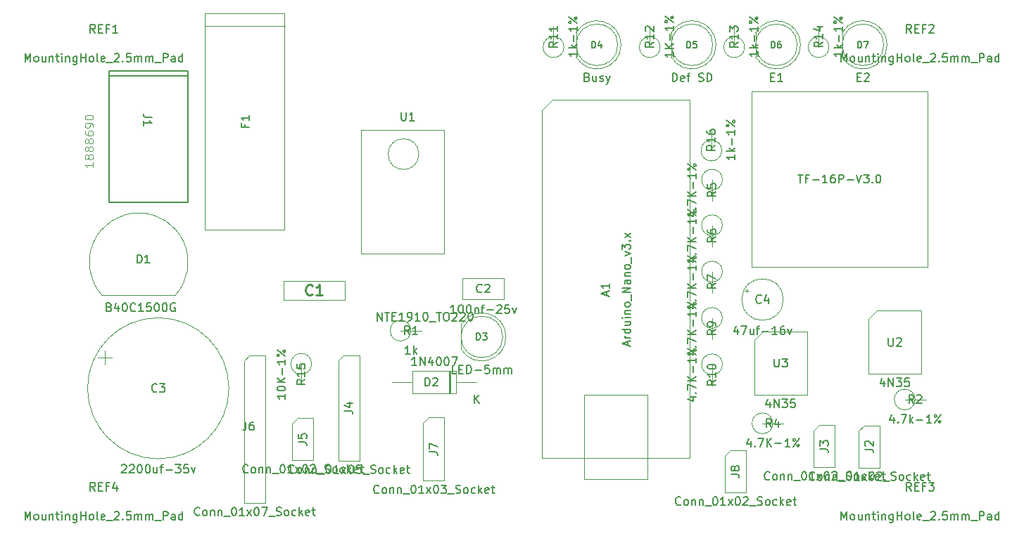
<source format=gbr>
%TF.GenerationSoftware,KiCad,Pcbnew,7.0.10*%
%TF.CreationDate,2024-06-22T16:20:26+02:00*%
%TF.ProjectId,Kicad_Projet_Trains_Sons,4b696361-645f-4507-926f-6a65745f5472,V2*%
%TF.SameCoordinates,Original*%
%TF.FileFunction,AssemblyDrawing,Top*%
%FSLAX46Y46*%
G04 Gerber Fmt 4.6, Leading zero omitted, Abs format (unit mm)*
G04 Created by KiCad (PCBNEW 7.0.10) date 2024-06-22 16:20:26*
%MOMM*%
%LPD*%
G01*
G04 APERTURE LIST*
%ADD10C,0.150000*%
%ADD11C,0.200000*%
%ADD12C,0.254000*%
%ADD13C,0.015000*%
%ADD14C,0.100000*%
%ADD15C,0.120000*%
%ADD16C,0.127000*%
G04 APERTURE END LIST*
D10*
X121463333Y-46191009D02*
X121606190Y-46238628D01*
X121606190Y-46238628D02*
X121653809Y-46286247D01*
X121653809Y-46286247D02*
X121701428Y-46381485D01*
X121701428Y-46381485D02*
X121701428Y-46524342D01*
X121701428Y-46524342D02*
X121653809Y-46619580D01*
X121653809Y-46619580D02*
X121606190Y-46667200D01*
X121606190Y-46667200D02*
X121510952Y-46714819D01*
X121510952Y-46714819D02*
X121130000Y-46714819D01*
X121130000Y-46714819D02*
X121130000Y-45714819D01*
X121130000Y-45714819D02*
X121463333Y-45714819D01*
X121463333Y-45714819D02*
X121558571Y-45762438D01*
X121558571Y-45762438D02*
X121606190Y-45810057D01*
X121606190Y-45810057D02*
X121653809Y-45905295D01*
X121653809Y-45905295D02*
X121653809Y-46000533D01*
X121653809Y-46000533D02*
X121606190Y-46095771D01*
X121606190Y-46095771D02*
X121558571Y-46143390D01*
X121558571Y-46143390D02*
X121463333Y-46191009D01*
X121463333Y-46191009D02*
X121130000Y-46191009D01*
X122558571Y-46048152D02*
X122558571Y-46714819D01*
X122130000Y-46048152D02*
X122130000Y-46571961D01*
X122130000Y-46571961D02*
X122177619Y-46667200D01*
X122177619Y-46667200D02*
X122272857Y-46714819D01*
X122272857Y-46714819D02*
X122415714Y-46714819D01*
X122415714Y-46714819D02*
X122510952Y-46667200D01*
X122510952Y-46667200D02*
X122558571Y-46619580D01*
X122987143Y-46667200D02*
X123082381Y-46714819D01*
X123082381Y-46714819D02*
X123272857Y-46714819D01*
X123272857Y-46714819D02*
X123368095Y-46667200D01*
X123368095Y-46667200D02*
X123415714Y-46571961D01*
X123415714Y-46571961D02*
X123415714Y-46524342D01*
X123415714Y-46524342D02*
X123368095Y-46429104D01*
X123368095Y-46429104D02*
X123272857Y-46381485D01*
X123272857Y-46381485D02*
X123130000Y-46381485D01*
X123130000Y-46381485D02*
X123034762Y-46333866D01*
X123034762Y-46333866D02*
X122987143Y-46238628D01*
X122987143Y-46238628D02*
X122987143Y-46191009D01*
X122987143Y-46191009D02*
X123034762Y-46095771D01*
X123034762Y-46095771D02*
X123130000Y-46048152D01*
X123130000Y-46048152D02*
X123272857Y-46048152D01*
X123272857Y-46048152D02*
X123368095Y-46095771D01*
X123749048Y-46048152D02*
X123987143Y-46714819D01*
X124225238Y-46048152D02*
X123987143Y-46714819D01*
X123987143Y-46714819D02*
X123891905Y-46952914D01*
X123891905Y-46952914D02*
X123844286Y-47000533D01*
X123844286Y-47000533D02*
X123749048Y-47048152D01*
D11*
X122019524Y-42659695D02*
X122019524Y-41859695D01*
X122019524Y-41859695D02*
X122210000Y-41859695D01*
X122210000Y-41859695D02*
X122324286Y-41897790D01*
X122324286Y-41897790D02*
X122400476Y-41973980D01*
X122400476Y-41973980D02*
X122438571Y-42050171D01*
X122438571Y-42050171D02*
X122476667Y-42202552D01*
X122476667Y-42202552D02*
X122476667Y-42316838D01*
X122476667Y-42316838D02*
X122438571Y-42469219D01*
X122438571Y-42469219D02*
X122400476Y-42545409D01*
X122400476Y-42545409D02*
X122324286Y-42621600D01*
X122324286Y-42621600D02*
X122210000Y-42659695D01*
X122210000Y-42659695D02*
X122019524Y-42659695D01*
X123162381Y-42126361D02*
X123162381Y-42659695D01*
X122971905Y-41821600D02*
X122781428Y-42393028D01*
X122781428Y-42393028D02*
X123276667Y-42393028D01*
D10*
X74834760Y-98949580D02*
X74787141Y-98997200D01*
X74787141Y-98997200D02*
X74644284Y-99044819D01*
X74644284Y-99044819D02*
X74549046Y-99044819D01*
X74549046Y-99044819D02*
X74406189Y-98997200D01*
X74406189Y-98997200D02*
X74310951Y-98901961D01*
X74310951Y-98901961D02*
X74263332Y-98806723D01*
X74263332Y-98806723D02*
X74215713Y-98616247D01*
X74215713Y-98616247D02*
X74215713Y-98473390D01*
X74215713Y-98473390D02*
X74263332Y-98282914D01*
X74263332Y-98282914D02*
X74310951Y-98187676D01*
X74310951Y-98187676D02*
X74406189Y-98092438D01*
X74406189Y-98092438D02*
X74549046Y-98044819D01*
X74549046Y-98044819D02*
X74644284Y-98044819D01*
X74644284Y-98044819D02*
X74787141Y-98092438D01*
X74787141Y-98092438D02*
X74834760Y-98140057D01*
X75406189Y-99044819D02*
X75310951Y-98997200D01*
X75310951Y-98997200D02*
X75263332Y-98949580D01*
X75263332Y-98949580D02*
X75215713Y-98854342D01*
X75215713Y-98854342D02*
X75215713Y-98568628D01*
X75215713Y-98568628D02*
X75263332Y-98473390D01*
X75263332Y-98473390D02*
X75310951Y-98425771D01*
X75310951Y-98425771D02*
X75406189Y-98378152D01*
X75406189Y-98378152D02*
X75549046Y-98378152D01*
X75549046Y-98378152D02*
X75644284Y-98425771D01*
X75644284Y-98425771D02*
X75691903Y-98473390D01*
X75691903Y-98473390D02*
X75739522Y-98568628D01*
X75739522Y-98568628D02*
X75739522Y-98854342D01*
X75739522Y-98854342D02*
X75691903Y-98949580D01*
X75691903Y-98949580D02*
X75644284Y-98997200D01*
X75644284Y-98997200D02*
X75549046Y-99044819D01*
X75549046Y-99044819D02*
X75406189Y-99044819D01*
X76168094Y-98378152D02*
X76168094Y-99044819D01*
X76168094Y-98473390D02*
X76215713Y-98425771D01*
X76215713Y-98425771D02*
X76310951Y-98378152D01*
X76310951Y-98378152D02*
X76453808Y-98378152D01*
X76453808Y-98378152D02*
X76549046Y-98425771D01*
X76549046Y-98425771D02*
X76596665Y-98521009D01*
X76596665Y-98521009D02*
X76596665Y-99044819D01*
X77072856Y-98378152D02*
X77072856Y-99044819D01*
X77072856Y-98473390D02*
X77120475Y-98425771D01*
X77120475Y-98425771D02*
X77215713Y-98378152D01*
X77215713Y-98378152D02*
X77358570Y-98378152D01*
X77358570Y-98378152D02*
X77453808Y-98425771D01*
X77453808Y-98425771D02*
X77501427Y-98521009D01*
X77501427Y-98521009D02*
X77501427Y-99044819D01*
X77739523Y-99140057D02*
X78501427Y-99140057D01*
X78929999Y-98044819D02*
X79025237Y-98044819D01*
X79025237Y-98044819D02*
X79120475Y-98092438D01*
X79120475Y-98092438D02*
X79168094Y-98140057D01*
X79168094Y-98140057D02*
X79215713Y-98235295D01*
X79215713Y-98235295D02*
X79263332Y-98425771D01*
X79263332Y-98425771D02*
X79263332Y-98663866D01*
X79263332Y-98663866D02*
X79215713Y-98854342D01*
X79215713Y-98854342D02*
X79168094Y-98949580D01*
X79168094Y-98949580D02*
X79120475Y-98997200D01*
X79120475Y-98997200D02*
X79025237Y-99044819D01*
X79025237Y-99044819D02*
X78929999Y-99044819D01*
X78929999Y-99044819D02*
X78834761Y-98997200D01*
X78834761Y-98997200D02*
X78787142Y-98949580D01*
X78787142Y-98949580D02*
X78739523Y-98854342D01*
X78739523Y-98854342D02*
X78691904Y-98663866D01*
X78691904Y-98663866D02*
X78691904Y-98425771D01*
X78691904Y-98425771D02*
X78739523Y-98235295D01*
X78739523Y-98235295D02*
X78787142Y-98140057D01*
X78787142Y-98140057D02*
X78834761Y-98092438D01*
X78834761Y-98092438D02*
X78929999Y-98044819D01*
X80215713Y-99044819D02*
X79644285Y-99044819D01*
X79929999Y-99044819D02*
X79929999Y-98044819D01*
X79929999Y-98044819D02*
X79834761Y-98187676D01*
X79834761Y-98187676D02*
X79739523Y-98282914D01*
X79739523Y-98282914D02*
X79644285Y-98330533D01*
X80549047Y-99044819D02*
X81072856Y-98378152D01*
X80549047Y-98378152D02*
X81072856Y-99044819D01*
X81644285Y-98044819D02*
X81739523Y-98044819D01*
X81739523Y-98044819D02*
X81834761Y-98092438D01*
X81834761Y-98092438D02*
X81882380Y-98140057D01*
X81882380Y-98140057D02*
X81929999Y-98235295D01*
X81929999Y-98235295D02*
X81977618Y-98425771D01*
X81977618Y-98425771D02*
X81977618Y-98663866D01*
X81977618Y-98663866D02*
X81929999Y-98854342D01*
X81929999Y-98854342D02*
X81882380Y-98949580D01*
X81882380Y-98949580D02*
X81834761Y-98997200D01*
X81834761Y-98997200D02*
X81739523Y-99044819D01*
X81739523Y-99044819D02*
X81644285Y-99044819D01*
X81644285Y-99044819D02*
X81549047Y-98997200D01*
X81549047Y-98997200D02*
X81501428Y-98949580D01*
X81501428Y-98949580D02*
X81453809Y-98854342D01*
X81453809Y-98854342D02*
X81406190Y-98663866D01*
X81406190Y-98663866D02*
X81406190Y-98425771D01*
X81406190Y-98425771D02*
X81453809Y-98235295D01*
X81453809Y-98235295D02*
X81501428Y-98140057D01*
X81501428Y-98140057D02*
X81549047Y-98092438D01*
X81549047Y-98092438D02*
X81644285Y-98044819D01*
X82310952Y-98044819D02*
X82977618Y-98044819D01*
X82977618Y-98044819D02*
X82549047Y-99044819D01*
X83120476Y-99140057D02*
X83882380Y-99140057D01*
X84072857Y-98997200D02*
X84215714Y-99044819D01*
X84215714Y-99044819D02*
X84453809Y-99044819D01*
X84453809Y-99044819D02*
X84549047Y-98997200D01*
X84549047Y-98997200D02*
X84596666Y-98949580D01*
X84596666Y-98949580D02*
X84644285Y-98854342D01*
X84644285Y-98854342D02*
X84644285Y-98759104D01*
X84644285Y-98759104D02*
X84596666Y-98663866D01*
X84596666Y-98663866D02*
X84549047Y-98616247D01*
X84549047Y-98616247D02*
X84453809Y-98568628D01*
X84453809Y-98568628D02*
X84263333Y-98521009D01*
X84263333Y-98521009D02*
X84168095Y-98473390D01*
X84168095Y-98473390D02*
X84120476Y-98425771D01*
X84120476Y-98425771D02*
X84072857Y-98330533D01*
X84072857Y-98330533D02*
X84072857Y-98235295D01*
X84072857Y-98235295D02*
X84120476Y-98140057D01*
X84120476Y-98140057D02*
X84168095Y-98092438D01*
X84168095Y-98092438D02*
X84263333Y-98044819D01*
X84263333Y-98044819D02*
X84501428Y-98044819D01*
X84501428Y-98044819D02*
X84644285Y-98092438D01*
X85215714Y-99044819D02*
X85120476Y-98997200D01*
X85120476Y-98997200D02*
X85072857Y-98949580D01*
X85072857Y-98949580D02*
X85025238Y-98854342D01*
X85025238Y-98854342D02*
X85025238Y-98568628D01*
X85025238Y-98568628D02*
X85072857Y-98473390D01*
X85072857Y-98473390D02*
X85120476Y-98425771D01*
X85120476Y-98425771D02*
X85215714Y-98378152D01*
X85215714Y-98378152D02*
X85358571Y-98378152D01*
X85358571Y-98378152D02*
X85453809Y-98425771D01*
X85453809Y-98425771D02*
X85501428Y-98473390D01*
X85501428Y-98473390D02*
X85549047Y-98568628D01*
X85549047Y-98568628D02*
X85549047Y-98854342D01*
X85549047Y-98854342D02*
X85501428Y-98949580D01*
X85501428Y-98949580D02*
X85453809Y-98997200D01*
X85453809Y-98997200D02*
X85358571Y-99044819D01*
X85358571Y-99044819D02*
X85215714Y-99044819D01*
X86406190Y-98997200D02*
X86310952Y-99044819D01*
X86310952Y-99044819D02*
X86120476Y-99044819D01*
X86120476Y-99044819D02*
X86025238Y-98997200D01*
X86025238Y-98997200D02*
X85977619Y-98949580D01*
X85977619Y-98949580D02*
X85930000Y-98854342D01*
X85930000Y-98854342D02*
X85930000Y-98568628D01*
X85930000Y-98568628D02*
X85977619Y-98473390D01*
X85977619Y-98473390D02*
X86025238Y-98425771D01*
X86025238Y-98425771D02*
X86120476Y-98378152D01*
X86120476Y-98378152D02*
X86310952Y-98378152D01*
X86310952Y-98378152D02*
X86406190Y-98425771D01*
X86834762Y-99044819D02*
X86834762Y-98044819D01*
X86930000Y-98663866D02*
X87215714Y-99044819D01*
X87215714Y-98378152D02*
X86834762Y-98759104D01*
X88025238Y-98997200D02*
X87930000Y-99044819D01*
X87930000Y-99044819D02*
X87739524Y-99044819D01*
X87739524Y-99044819D02*
X87644286Y-98997200D01*
X87644286Y-98997200D02*
X87596667Y-98901961D01*
X87596667Y-98901961D02*
X87596667Y-98521009D01*
X87596667Y-98521009D02*
X87644286Y-98425771D01*
X87644286Y-98425771D02*
X87739524Y-98378152D01*
X87739524Y-98378152D02*
X87930000Y-98378152D01*
X87930000Y-98378152D02*
X88025238Y-98425771D01*
X88025238Y-98425771D02*
X88072857Y-98521009D01*
X88072857Y-98521009D02*
X88072857Y-98616247D01*
X88072857Y-98616247D02*
X87596667Y-98711485D01*
X88358572Y-98378152D02*
X88739524Y-98378152D01*
X88501429Y-98044819D02*
X88501429Y-98901961D01*
X88501429Y-98901961D02*
X88549048Y-98997200D01*
X88549048Y-98997200D02*
X88644286Y-99044819D01*
X88644286Y-99044819D02*
X88739524Y-99044819D01*
X80386666Y-87754819D02*
X80386666Y-88469104D01*
X80386666Y-88469104D02*
X80339047Y-88611961D01*
X80339047Y-88611961D02*
X80243809Y-88707200D01*
X80243809Y-88707200D02*
X80100952Y-88754819D01*
X80100952Y-88754819D02*
X80005714Y-88754819D01*
X81291428Y-87754819D02*
X81100952Y-87754819D01*
X81100952Y-87754819D02*
X81005714Y-87802438D01*
X81005714Y-87802438D02*
X80958095Y-87850057D01*
X80958095Y-87850057D02*
X80862857Y-87992914D01*
X80862857Y-87992914D02*
X80815238Y-88183390D01*
X80815238Y-88183390D02*
X80815238Y-88564342D01*
X80815238Y-88564342D02*
X80862857Y-88659580D01*
X80862857Y-88659580D02*
X80910476Y-88707200D01*
X80910476Y-88707200D02*
X81005714Y-88754819D01*
X81005714Y-88754819D02*
X81196190Y-88754819D01*
X81196190Y-88754819D02*
X81291428Y-88707200D01*
X81291428Y-88707200D02*
X81339047Y-88659580D01*
X81339047Y-88659580D02*
X81386666Y-88564342D01*
X81386666Y-88564342D02*
X81386666Y-88326247D01*
X81386666Y-88326247D02*
X81339047Y-88231009D01*
X81339047Y-88231009D02*
X81291428Y-88183390D01*
X81291428Y-88183390D02*
X81196190Y-88135771D01*
X81196190Y-88135771D02*
X81005714Y-88135771D01*
X81005714Y-88135771D02*
X80910476Y-88183390D01*
X80910476Y-88183390D02*
X80862857Y-88231009D01*
X80862857Y-88231009D02*
X80815238Y-88326247D01*
X152023809Y-44354819D02*
X152023809Y-43354819D01*
X152023809Y-43354819D02*
X152357142Y-44069104D01*
X152357142Y-44069104D02*
X152690475Y-43354819D01*
X152690475Y-43354819D02*
X152690475Y-44354819D01*
X153309523Y-44354819D02*
X153214285Y-44307200D01*
X153214285Y-44307200D02*
X153166666Y-44259580D01*
X153166666Y-44259580D02*
X153119047Y-44164342D01*
X153119047Y-44164342D02*
X153119047Y-43878628D01*
X153119047Y-43878628D02*
X153166666Y-43783390D01*
X153166666Y-43783390D02*
X153214285Y-43735771D01*
X153214285Y-43735771D02*
X153309523Y-43688152D01*
X153309523Y-43688152D02*
X153452380Y-43688152D01*
X153452380Y-43688152D02*
X153547618Y-43735771D01*
X153547618Y-43735771D02*
X153595237Y-43783390D01*
X153595237Y-43783390D02*
X153642856Y-43878628D01*
X153642856Y-43878628D02*
X153642856Y-44164342D01*
X153642856Y-44164342D02*
X153595237Y-44259580D01*
X153595237Y-44259580D02*
X153547618Y-44307200D01*
X153547618Y-44307200D02*
X153452380Y-44354819D01*
X153452380Y-44354819D02*
X153309523Y-44354819D01*
X154499999Y-43688152D02*
X154499999Y-44354819D01*
X154071428Y-43688152D02*
X154071428Y-44211961D01*
X154071428Y-44211961D02*
X154119047Y-44307200D01*
X154119047Y-44307200D02*
X154214285Y-44354819D01*
X154214285Y-44354819D02*
X154357142Y-44354819D01*
X154357142Y-44354819D02*
X154452380Y-44307200D01*
X154452380Y-44307200D02*
X154499999Y-44259580D01*
X154976190Y-43688152D02*
X154976190Y-44354819D01*
X154976190Y-43783390D02*
X155023809Y-43735771D01*
X155023809Y-43735771D02*
X155119047Y-43688152D01*
X155119047Y-43688152D02*
X155261904Y-43688152D01*
X155261904Y-43688152D02*
X155357142Y-43735771D01*
X155357142Y-43735771D02*
X155404761Y-43831009D01*
X155404761Y-43831009D02*
X155404761Y-44354819D01*
X155738095Y-43688152D02*
X156119047Y-43688152D01*
X155880952Y-43354819D02*
X155880952Y-44211961D01*
X155880952Y-44211961D02*
X155928571Y-44307200D01*
X155928571Y-44307200D02*
X156023809Y-44354819D01*
X156023809Y-44354819D02*
X156119047Y-44354819D01*
X156452381Y-44354819D02*
X156452381Y-43688152D01*
X156452381Y-43354819D02*
X156404762Y-43402438D01*
X156404762Y-43402438D02*
X156452381Y-43450057D01*
X156452381Y-43450057D02*
X156500000Y-43402438D01*
X156500000Y-43402438D02*
X156452381Y-43354819D01*
X156452381Y-43354819D02*
X156452381Y-43450057D01*
X156928571Y-43688152D02*
X156928571Y-44354819D01*
X156928571Y-43783390D02*
X156976190Y-43735771D01*
X156976190Y-43735771D02*
X157071428Y-43688152D01*
X157071428Y-43688152D02*
X157214285Y-43688152D01*
X157214285Y-43688152D02*
X157309523Y-43735771D01*
X157309523Y-43735771D02*
X157357142Y-43831009D01*
X157357142Y-43831009D02*
X157357142Y-44354819D01*
X158261904Y-43688152D02*
X158261904Y-44497676D01*
X158261904Y-44497676D02*
X158214285Y-44592914D01*
X158214285Y-44592914D02*
X158166666Y-44640533D01*
X158166666Y-44640533D02*
X158071428Y-44688152D01*
X158071428Y-44688152D02*
X157928571Y-44688152D01*
X157928571Y-44688152D02*
X157833333Y-44640533D01*
X158261904Y-44307200D02*
X158166666Y-44354819D01*
X158166666Y-44354819D02*
X157976190Y-44354819D01*
X157976190Y-44354819D02*
X157880952Y-44307200D01*
X157880952Y-44307200D02*
X157833333Y-44259580D01*
X157833333Y-44259580D02*
X157785714Y-44164342D01*
X157785714Y-44164342D02*
X157785714Y-43878628D01*
X157785714Y-43878628D02*
X157833333Y-43783390D01*
X157833333Y-43783390D02*
X157880952Y-43735771D01*
X157880952Y-43735771D02*
X157976190Y-43688152D01*
X157976190Y-43688152D02*
X158166666Y-43688152D01*
X158166666Y-43688152D02*
X158261904Y-43735771D01*
X158738095Y-44354819D02*
X158738095Y-43354819D01*
X158738095Y-43831009D02*
X159309523Y-43831009D01*
X159309523Y-44354819D02*
X159309523Y-43354819D01*
X159928571Y-44354819D02*
X159833333Y-44307200D01*
X159833333Y-44307200D02*
X159785714Y-44259580D01*
X159785714Y-44259580D02*
X159738095Y-44164342D01*
X159738095Y-44164342D02*
X159738095Y-43878628D01*
X159738095Y-43878628D02*
X159785714Y-43783390D01*
X159785714Y-43783390D02*
X159833333Y-43735771D01*
X159833333Y-43735771D02*
X159928571Y-43688152D01*
X159928571Y-43688152D02*
X160071428Y-43688152D01*
X160071428Y-43688152D02*
X160166666Y-43735771D01*
X160166666Y-43735771D02*
X160214285Y-43783390D01*
X160214285Y-43783390D02*
X160261904Y-43878628D01*
X160261904Y-43878628D02*
X160261904Y-44164342D01*
X160261904Y-44164342D02*
X160214285Y-44259580D01*
X160214285Y-44259580D02*
X160166666Y-44307200D01*
X160166666Y-44307200D02*
X160071428Y-44354819D01*
X160071428Y-44354819D02*
X159928571Y-44354819D01*
X160833333Y-44354819D02*
X160738095Y-44307200D01*
X160738095Y-44307200D02*
X160690476Y-44211961D01*
X160690476Y-44211961D02*
X160690476Y-43354819D01*
X161595238Y-44307200D02*
X161500000Y-44354819D01*
X161500000Y-44354819D02*
X161309524Y-44354819D01*
X161309524Y-44354819D02*
X161214286Y-44307200D01*
X161214286Y-44307200D02*
X161166667Y-44211961D01*
X161166667Y-44211961D02*
X161166667Y-43831009D01*
X161166667Y-43831009D02*
X161214286Y-43735771D01*
X161214286Y-43735771D02*
X161309524Y-43688152D01*
X161309524Y-43688152D02*
X161500000Y-43688152D01*
X161500000Y-43688152D02*
X161595238Y-43735771D01*
X161595238Y-43735771D02*
X161642857Y-43831009D01*
X161642857Y-43831009D02*
X161642857Y-43926247D01*
X161642857Y-43926247D02*
X161166667Y-44021485D01*
X161833334Y-44450057D02*
X162595238Y-44450057D01*
X162785715Y-43450057D02*
X162833334Y-43402438D01*
X162833334Y-43402438D02*
X162928572Y-43354819D01*
X162928572Y-43354819D02*
X163166667Y-43354819D01*
X163166667Y-43354819D02*
X163261905Y-43402438D01*
X163261905Y-43402438D02*
X163309524Y-43450057D01*
X163309524Y-43450057D02*
X163357143Y-43545295D01*
X163357143Y-43545295D02*
X163357143Y-43640533D01*
X163357143Y-43640533D02*
X163309524Y-43783390D01*
X163309524Y-43783390D02*
X162738096Y-44354819D01*
X162738096Y-44354819D02*
X163357143Y-44354819D01*
X163785715Y-44259580D02*
X163833334Y-44307200D01*
X163833334Y-44307200D02*
X163785715Y-44354819D01*
X163785715Y-44354819D02*
X163738096Y-44307200D01*
X163738096Y-44307200D02*
X163785715Y-44259580D01*
X163785715Y-44259580D02*
X163785715Y-44354819D01*
X164738095Y-43354819D02*
X164261905Y-43354819D01*
X164261905Y-43354819D02*
X164214286Y-43831009D01*
X164214286Y-43831009D02*
X164261905Y-43783390D01*
X164261905Y-43783390D02*
X164357143Y-43735771D01*
X164357143Y-43735771D02*
X164595238Y-43735771D01*
X164595238Y-43735771D02*
X164690476Y-43783390D01*
X164690476Y-43783390D02*
X164738095Y-43831009D01*
X164738095Y-43831009D02*
X164785714Y-43926247D01*
X164785714Y-43926247D02*
X164785714Y-44164342D01*
X164785714Y-44164342D02*
X164738095Y-44259580D01*
X164738095Y-44259580D02*
X164690476Y-44307200D01*
X164690476Y-44307200D02*
X164595238Y-44354819D01*
X164595238Y-44354819D02*
X164357143Y-44354819D01*
X164357143Y-44354819D02*
X164261905Y-44307200D01*
X164261905Y-44307200D02*
X164214286Y-44259580D01*
X165214286Y-44354819D02*
X165214286Y-43688152D01*
X165214286Y-43783390D02*
X165261905Y-43735771D01*
X165261905Y-43735771D02*
X165357143Y-43688152D01*
X165357143Y-43688152D02*
X165500000Y-43688152D01*
X165500000Y-43688152D02*
X165595238Y-43735771D01*
X165595238Y-43735771D02*
X165642857Y-43831009D01*
X165642857Y-43831009D02*
X165642857Y-44354819D01*
X165642857Y-43831009D02*
X165690476Y-43735771D01*
X165690476Y-43735771D02*
X165785714Y-43688152D01*
X165785714Y-43688152D02*
X165928571Y-43688152D01*
X165928571Y-43688152D02*
X166023810Y-43735771D01*
X166023810Y-43735771D02*
X166071429Y-43831009D01*
X166071429Y-43831009D02*
X166071429Y-44354819D01*
X166547619Y-44354819D02*
X166547619Y-43688152D01*
X166547619Y-43783390D02*
X166595238Y-43735771D01*
X166595238Y-43735771D02*
X166690476Y-43688152D01*
X166690476Y-43688152D02*
X166833333Y-43688152D01*
X166833333Y-43688152D02*
X166928571Y-43735771D01*
X166928571Y-43735771D02*
X166976190Y-43831009D01*
X166976190Y-43831009D02*
X166976190Y-44354819D01*
X166976190Y-43831009D02*
X167023809Y-43735771D01*
X167023809Y-43735771D02*
X167119047Y-43688152D01*
X167119047Y-43688152D02*
X167261904Y-43688152D01*
X167261904Y-43688152D02*
X167357143Y-43735771D01*
X167357143Y-43735771D02*
X167404762Y-43831009D01*
X167404762Y-43831009D02*
X167404762Y-44354819D01*
X167642857Y-44450057D02*
X168404761Y-44450057D01*
X168642857Y-44354819D02*
X168642857Y-43354819D01*
X168642857Y-43354819D02*
X169023809Y-43354819D01*
X169023809Y-43354819D02*
X169119047Y-43402438D01*
X169119047Y-43402438D02*
X169166666Y-43450057D01*
X169166666Y-43450057D02*
X169214285Y-43545295D01*
X169214285Y-43545295D02*
X169214285Y-43688152D01*
X169214285Y-43688152D02*
X169166666Y-43783390D01*
X169166666Y-43783390D02*
X169119047Y-43831009D01*
X169119047Y-43831009D02*
X169023809Y-43878628D01*
X169023809Y-43878628D02*
X168642857Y-43878628D01*
X170071428Y-44354819D02*
X170071428Y-43831009D01*
X170071428Y-43831009D02*
X170023809Y-43735771D01*
X170023809Y-43735771D02*
X169928571Y-43688152D01*
X169928571Y-43688152D02*
X169738095Y-43688152D01*
X169738095Y-43688152D02*
X169642857Y-43735771D01*
X170071428Y-44307200D02*
X169976190Y-44354819D01*
X169976190Y-44354819D02*
X169738095Y-44354819D01*
X169738095Y-44354819D02*
X169642857Y-44307200D01*
X169642857Y-44307200D02*
X169595238Y-44211961D01*
X169595238Y-44211961D02*
X169595238Y-44116723D01*
X169595238Y-44116723D02*
X169642857Y-44021485D01*
X169642857Y-44021485D02*
X169738095Y-43973866D01*
X169738095Y-43973866D02*
X169976190Y-43973866D01*
X169976190Y-43973866D02*
X170071428Y-43926247D01*
X170976190Y-44354819D02*
X170976190Y-43354819D01*
X170976190Y-44307200D02*
X170880952Y-44354819D01*
X170880952Y-44354819D02*
X170690476Y-44354819D01*
X170690476Y-44354819D02*
X170595238Y-44307200D01*
X170595238Y-44307200D02*
X170547619Y-44259580D01*
X170547619Y-44259580D02*
X170500000Y-44164342D01*
X170500000Y-44164342D02*
X170500000Y-43878628D01*
X170500000Y-43878628D02*
X170547619Y-43783390D01*
X170547619Y-43783390D02*
X170595238Y-43735771D01*
X170595238Y-43735771D02*
X170690476Y-43688152D01*
X170690476Y-43688152D02*
X170880952Y-43688152D01*
X170880952Y-43688152D02*
X170976190Y-43735771D01*
X160452380Y-40854819D02*
X160119047Y-40378628D01*
X159880952Y-40854819D02*
X159880952Y-39854819D01*
X159880952Y-39854819D02*
X160261904Y-39854819D01*
X160261904Y-39854819D02*
X160357142Y-39902438D01*
X160357142Y-39902438D02*
X160404761Y-39950057D01*
X160404761Y-39950057D02*
X160452380Y-40045295D01*
X160452380Y-40045295D02*
X160452380Y-40188152D01*
X160452380Y-40188152D02*
X160404761Y-40283390D01*
X160404761Y-40283390D02*
X160357142Y-40331009D01*
X160357142Y-40331009D02*
X160261904Y-40378628D01*
X160261904Y-40378628D02*
X159880952Y-40378628D01*
X160880952Y-40331009D02*
X161214285Y-40331009D01*
X161357142Y-40854819D02*
X160880952Y-40854819D01*
X160880952Y-40854819D02*
X160880952Y-39854819D01*
X160880952Y-39854819D02*
X161357142Y-39854819D01*
X162119047Y-40331009D02*
X161785714Y-40331009D01*
X161785714Y-40854819D02*
X161785714Y-39854819D01*
X161785714Y-39854819D02*
X162261904Y-39854819D01*
X162595238Y-39950057D02*
X162642857Y-39902438D01*
X162642857Y-39902438D02*
X162738095Y-39854819D01*
X162738095Y-39854819D02*
X162976190Y-39854819D01*
X162976190Y-39854819D02*
X163071428Y-39902438D01*
X163071428Y-39902438D02*
X163119047Y-39950057D01*
X163119047Y-39950057D02*
X163166666Y-40045295D01*
X163166666Y-40045295D02*
X163166666Y-40140533D01*
X163166666Y-40140533D02*
X163119047Y-40283390D01*
X163119047Y-40283390D02*
X162547619Y-40854819D01*
X162547619Y-40854819D02*
X163166666Y-40854819D01*
X105715571Y-81919819D02*
X105239381Y-81919819D01*
X105239381Y-81919819D02*
X105239381Y-80919819D01*
X106048905Y-81396009D02*
X106382238Y-81396009D01*
X106525095Y-81919819D02*
X106048905Y-81919819D01*
X106048905Y-81919819D02*
X106048905Y-80919819D01*
X106048905Y-80919819D02*
X106525095Y-80919819D01*
X106953667Y-81919819D02*
X106953667Y-80919819D01*
X106953667Y-80919819D02*
X107191762Y-80919819D01*
X107191762Y-80919819D02*
X107334619Y-80967438D01*
X107334619Y-80967438D02*
X107429857Y-81062676D01*
X107429857Y-81062676D02*
X107477476Y-81157914D01*
X107477476Y-81157914D02*
X107525095Y-81348390D01*
X107525095Y-81348390D02*
X107525095Y-81491247D01*
X107525095Y-81491247D02*
X107477476Y-81681723D01*
X107477476Y-81681723D02*
X107429857Y-81776961D01*
X107429857Y-81776961D02*
X107334619Y-81872200D01*
X107334619Y-81872200D02*
X107191762Y-81919819D01*
X107191762Y-81919819D02*
X106953667Y-81919819D01*
X107953667Y-81538866D02*
X108715572Y-81538866D01*
X109667952Y-80919819D02*
X109191762Y-80919819D01*
X109191762Y-80919819D02*
X109144143Y-81396009D01*
X109144143Y-81396009D02*
X109191762Y-81348390D01*
X109191762Y-81348390D02*
X109287000Y-81300771D01*
X109287000Y-81300771D02*
X109525095Y-81300771D01*
X109525095Y-81300771D02*
X109620333Y-81348390D01*
X109620333Y-81348390D02*
X109667952Y-81396009D01*
X109667952Y-81396009D02*
X109715571Y-81491247D01*
X109715571Y-81491247D02*
X109715571Y-81729342D01*
X109715571Y-81729342D02*
X109667952Y-81824580D01*
X109667952Y-81824580D02*
X109620333Y-81872200D01*
X109620333Y-81872200D02*
X109525095Y-81919819D01*
X109525095Y-81919819D02*
X109287000Y-81919819D01*
X109287000Y-81919819D02*
X109191762Y-81872200D01*
X109191762Y-81872200D02*
X109144143Y-81824580D01*
X110144143Y-81919819D02*
X110144143Y-81253152D01*
X110144143Y-81348390D02*
X110191762Y-81300771D01*
X110191762Y-81300771D02*
X110287000Y-81253152D01*
X110287000Y-81253152D02*
X110429857Y-81253152D01*
X110429857Y-81253152D02*
X110525095Y-81300771D01*
X110525095Y-81300771D02*
X110572714Y-81396009D01*
X110572714Y-81396009D02*
X110572714Y-81919819D01*
X110572714Y-81396009D02*
X110620333Y-81300771D01*
X110620333Y-81300771D02*
X110715571Y-81253152D01*
X110715571Y-81253152D02*
X110858428Y-81253152D01*
X110858428Y-81253152D02*
X110953667Y-81300771D01*
X110953667Y-81300771D02*
X111001286Y-81396009D01*
X111001286Y-81396009D02*
X111001286Y-81919819D01*
X111477476Y-81919819D02*
X111477476Y-81253152D01*
X111477476Y-81348390D02*
X111525095Y-81300771D01*
X111525095Y-81300771D02*
X111620333Y-81253152D01*
X111620333Y-81253152D02*
X111763190Y-81253152D01*
X111763190Y-81253152D02*
X111858428Y-81300771D01*
X111858428Y-81300771D02*
X111906047Y-81396009D01*
X111906047Y-81396009D02*
X111906047Y-81919819D01*
X111906047Y-81396009D02*
X111953666Y-81300771D01*
X111953666Y-81300771D02*
X112048904Y-81253152D01*
X112048904Y-81253152D02*
X112191761Y-81253152D01*
X112191761Y-81253152D02*
X112287000Y-81300771D01*
X112287000Y-81300771D02*
X112334619Y-81396009D01*
X112334619Y-81396009D02*
X112334619Y-81919819D01*
D11*
X108176524Y-77864695D02*
X108176524Y-77064695D01*
X108176524Y-77064695D02*
X108367000Y-77064695D01*
X108367000Y-77064695D02*
X108481286Y-77102790D01*
X108481286Y-77102790D02*
X108557476Y-77178980D01*
X108557476Y-77178980D02*
X108595571Y-77255171D01*
X108595571Y-77255171D02*
X108633667Y-77407552D01*
X108633667Y-77407552D02*
X108633667Y-77521838D01*
X108633667Y-77521838D02*
X108595571Y-77674219D01*
X108595571Y-77674219D02*
X108557476Y-77750409D01*
X108557476Y-77750409D02*
X108481286Y-77826600D01*
X108481286Y-77826600D02*
X108367000Y-77864695D01*
X108367000Y-77864695D02*
X108176524Y-77864695D01*
X108900333Y-77064695D02*
X109395571Y-77064695D01*
X109395571Y-77064695D02*
X109128905Y-77369457D01*
X109128905Y-77369457D02*
X109243190Y-77369457D01*
X109243190Y-77369457D02*
X109319381Y-77407552D01*
X109319381Y-77407552D02*
X109357476Y-77445647D01*
X109357476Y-77445647D02*
X109395571Y-77521838D01*
X109395571Y-77521838D02*
X109395571Y-77712314D01*
X109395571Y-77712314D02*
X109357476Y-77788504D01*
X109357476Y-77788504D02*
X109319381Y-77826600D01*
X109319381Y-77826600D02*
X109243190Y-77864695D01*
X109243190Y-77864695D02*
X109014619Y-77864695D01*
X109014619Y-77864695D02*
X108938428Y-77826600D01*
X108938428Y-77826600D02*
X108900333Y-77788504D01*
D10*
X53823809Y-44354819D02*
X53823809Y-43354819D01*
X53823809Y-43354819D02*
X54157142Y-44069104D01*
X54157142Y-44069104D02*
X54490475Y-43354819D01*
X54490475Y-43354819D02*
X54490475Y-44354819D01*
X55109523Y-44354819D02*
X55014285Y-44307200D01*
X55014285Y-44307200D02*
X54966666Y-44259580D01*
X54966666Y-44259580D02*
X54919047Y-44164342D01*
X54919047Y-44164342D02*
X54919047Y-43878628D01*
X54919047Y-43878628D02*
X54966666Y-43783390D01*
X54966666Y-43783390D02*
X55014285Y-43735771D01*
X55014285Y-43735771D02*
X55109523Y-43688152D01*
X55109523Y-43688152D02*
X55252380Y-43688152D01*
X55252380Y-43688152D02*
X55347618Y-43735771D01*
X55347618Y-43735771D02*
X55395237Y-43783390D01*
X55395237Y-43783390D02*
X55442856Y-43878628D01*
X55442856Y-43878628D02*
X55442856Y-44164342D01*
X55442856Y-44164342D02*
X55395237Y-44259580D01*
X55395237Y-44259580D02*
X55347618Y-44307200D01*
X55347618Y-44307200D02*
X55252380Y-44354819D01*
X55252380Y-44354819D02*
X55109523Y-44354819D01*
X56299999Y-43688152D02*
X56299999Y-44354819D01*
X55871428Y-43688152D02*
X55871428Y-44211961D01*
X55871428Y-44211961D02*
X55919047Y-44307200D01*
X55919047Y-44307200D02*
X56014285Y-44354819D01*
X56014285Y-44354819D02*
X56157142Y-44354819D01*
X56157142Y-44354819D02*
X56252380Y-44307200D01*
X56252380Y-44307200D02*
X56299999Y-44259580D01*
X56776190Y-43688152D02*
X56776190Y-44354819D01*
X56776190Y-43783390D02*
X56823809Y-43735771D01*
X56823809Y-43735771D02*
X56919047Y-43688152D01*
X56919047Y-43688152D02*
X57061904Y-43688152D01*
X57061904Y-43688152D02*
X57157142Y-43735771D01*
X57157142Y-43735771D02*
X57204761Y-43831009D01*
X57204761Y-43831009D02*
X57204761Y-44354819D01*
X57538095Y-43688152D02*
X57919047Y-43688152D01*
X57680952Y-43354819D02*
X57680952Y-44211961D01*
X57680952Y-44211961D02*
X57728571Y-44307200D01*
X57728571Y-44307200D02*
X57823809Y-44354819D01*
X57823809Y-44354819D02*
X57919047Y-44354819D01*
X58252381Y-44354819D02*
X58252381Y-43688152D01*
X58252381Y-43354819D02*
X58204762Y-43402438D01*
X58204762Y-43402438D02*
X58252381Y-43450057D01*
X58252381Y-43450057D02*
X58300000Y-43402438D01*
X58300000Y-43402438D02*
X58252381Y-43354819D01*
X58252381Y-43354819D02*
X58252381Y-43450057D01*
X58728571Y-43688152D02*
X58728571Y-44354819D01*
X58728571Y-43783390D02*
X58776190Y-43735771D01*
X58776190Y-43735771D02*
X58871428Y-43688152D01*
X58871428Y-43688152D02*
X59014285Y-43688152D01*
X59014285Y-43688152D02*
X59109523Y-43735771D01*
X59109523Y-43735771D02*
X59157142Y-43831009D01*
X59157142Y-43831009D02*
X59157142Y-44354819D01*
X60061904Y-43688152D02*
X60061904Y-44497676D01*
X60061904Y-44497676D02*
X60014285Y-44592914D01*
X60014285Y-44592914D02*
X59966666Y-44640533D01*
X59966666Y-44640533D02*
X59871428Y-44688152D01*
X59871428Y-44688152D02*
X59728571Y-44688152D01*
X59728571Y-44688152D02*
X59633333Y-44640533D01*
X60061904Y-44307200D02*
X59966666Y-44354819D01*
X59966666Y-44354819D02*
X59776190Y-44354819D01*
X59776190Y-44354819D02*
X59680952Y-44307200D01*
X59680952Y-44307200D02*
X59633333Y-44259580D01*
X59633333Y-44259580D02*
X59585714Y-44164342D01*
X59585714Y-44164342D02*
X59585714Y-43878628D01*
X59585714Y-43878628D02*
X59633333Y-43783390D01*
X59633333Y-43783390D02*
X59680952Y-43735771D01*
X59680952Y-43735771D02*
X59776190Y-43688152D01*
X59776190Y-43688152D02*
X59966666Y-43688152D01*
X59966666Y-43688152D02*
X60061904Y-43735771D01*
X60538095Y-44354819D02*
X60538095Y-43354819D01*
X60538095Y-43831009D02*
X61109523Y-43831009D01*
X61109523Y-44354819D02*
X61109523Y-43354819D01*
X61728571Y-44354819D02*
X61633333Y-44307200D01*
X61633333Y-44307200D02*
X61585714Y-44259580D01*
X61585714Y-44259580D02*
X61538095Y-44164342D01*
X61538095Y-44164342D02*
X61538095Y-43878628D01*
X61538095Y-43878628D02*
X61585714Y-43783390D01*
X61585714Y-43783390D02*
X61633333Y-43735771D01*
X61633333Y-43735771D02*
X61728571Y-43688152D01*
X61728571Y-43688152D02*
X61871428Y-43688152D01*
X61871428Y-43688152D02*
X61966666Y-43735771D01*
X61966666Y-43735771D02*
X62014285Y-43783390D01*
X62014285Y-43783390D02*
X62061904Y-43878628D01*
X62061904Y-43878628D02*
X62061904Y-44164342D01*
X62061904Y-44164342D02*
X62014285Y-44259580D01*
X62014285Y-44259580D02*
X61966666Y-44307200D01*
X61966666Y-44307200D02*
X61871428Y-44354819D01*
X61871428Y-44354819D02*
X61728571Y-44354819D01*
X62633333Y-44354819D02*
X62538095Y-44307200D01*
X62538095Y-44307200D02*
X62490476Y-44211961D01*
X62490476Y-44211961D02*
X62490476Y-43354819D01*
X63395238Y-44307200D02*
X63300000Y-44354819D01*
X63300000Y-44354819D02*
X63109524Y-44354819D01*
X63109524Y-44354819D02*
X63014286Y-44307200D01*
X63014286Y-44307200D02*
X62966667Y-44211961D01*
X62966667Y-44211961D02*
X62966667Y-43831009D01*
X62966667Y-43831009D02*
X63014286Y-43735771D01*
X63014286Y-43735771D02*
X63109524Y-43688152D01*
X63109524Y-43688152D02*
X63300000Y-43688152D01*
X63300000Y-43688152D02*
X63395238Y-43735771D01*
X63395238Y-43735771D02*
X63442857Y-43831009D01*
X63442857Y-43831009D02*
X63442857Y-43926247D01*
X63442857Y-43926247D02*
X62966667Y-44021485D01*
X63633334Y-44450057D02*
X64395238Y-44450057D01*
X64585715Y-43450057D02*
X64633334Y-43402438D01*
X64633334Y-43402438D02*
X64728572Y-43354819D01*
X64728572Y-43354819D02*
X64966667Y-43354819D01*
X64966667Y-43354819D02*
X65061905Y-43402438D01*
X65061905Y-43402438D02*
X65109524Y-43450057D01*
X65109524Y-43450057D02*
X65157143Y-43545295D01*
X65157143Y-43545295D02*
X65157143Y-43640533D01*
X65157143Y-43640533D02*
X65109524Y-43783390D01*
X65109524Y-43783390D02*
X64538096Y-44354819D01*
X64538096Y-44354819D02*
X65157143Y-44354819D01*
X65585715Y-44259580D02*
X65633334Y-44307200D01*
X65633334Y-44307200D02*
X65585715Y-44354819D01*
X65585715Y-44354819D02*
X65538096Y-44307200D01*
X65538096Y-44307200D02*
X65585715Y-44259580D01*
X65585715Y-44259580D02*
X65585715Y-44354819D01*
X66538095Y-43354819D02*
X66061905Y-43354819D01*
X66061905Y-43354819D02*
X66014286Y-43831009D01*
X66014286Y-43831009D02*
X66061905Y-43783390D01*
X66061905Y-43783390D02*
X66157143Y-43735771D01*
X66157143Y-43735771D02*
X66395238Y-43735771D01*
X66395238Y-43735771D02*
X66490476Y-43783390D01*
X66490476Y-43783390D02*
X66538095Y-43831009D01*
X66538095Y-43831009D02*
X66585714Y-43926247D01*
X66585714Y-43926247D02*
X66585714Y-44164342D01*
X66585714Y-44164342D02*
X66538095Y-44259580D01*
X66538095Y-44259580D02*
X66490476Y-44307200D01*
X66490476Y-44307200D02*
X66395238Y-44354819D01*
X66395238Y-44354819D02*
X66157143Y-44354819D01*
X66157143Y-44354819D02*
X66061905Y-44307200D01*
X66061905Y-44307200D02*
X66014286Y-44259580D01*
X67014286Y-44354819D02*
X67014286Y-43688152D01*
X67014286Y-43783390D02*
X67061905Y-43735771D01*
X67061905Y-43735771D02*
X67157143Y-43688152D01*
X67157143Y-43688152D02*
X67300000Y-43688152D01*
X67300000Y-43688152D02*
X67395238Y-43735771D01*
X67395238Y-43735771D02*
X67442857Y-43831009D01*
X67442857Y-43831009D02*
X67442857Y-44354819D01*
X67442857Y-43831009D02*
X67490476Y-43735771D01*
X67490476Y-43735771D02*
X67585714Y-43688152D01*
X67585714Y-43688152D02*
X67728571Y-43688152D01*
X67728571Y-43688152D02*
X67823810Y-43735771D01*
X67823810Y-43735771D02*
X67871429Y-43831009D01*
X67871429Y-43831009D02*
X67871429Y-44354819D01*
X68347619Y-44354819D02*
X68347619Y-43688152D01*
X68347619Y-43783390D02*
X68395238Y-43735771D01*
X68395238Y-43735771D02*
X68490476Y-43688152D01*
X68490476Y-43688152D02*
X68633333Y-43688152D01*
X68633333Y-43688152D02*
X68728571Y-43735771D01*
X68728571Y-43735771D02*
X68776190Y-43831009D01*
X68776190Y-43831009D02*
X68776190Y-44354819D01*
X68776190Y-43831009D02*
X68823809Y-43735771D01*
X68823809Y-43735771D02*
X68919047Y-43688152D01*
X68919047Y-43688152D02*
X69061904Y-43688152D01*
X69061904Y-43688152D02*
X69157143Y-43735771D01*
X69157143Y-43735771D02*
X69204762Y-43831009D01*
X69204762Y-43831009D02*
X69204762Y-44354819D01*
X69442857Y-44450057D02*
X70204761Y-44450057D01*
X70442857Y-44354819D02*
X70442857Y-43354819D01*
X70442857Y-43354819D02*
X70823809Y-43354819D01*
X70823809Y-43354819D02*
X70919047Y-43402438D01*
X70919047Y-43402438D02*
X70966666Y-43450057D01*
X70966666Y-43450057D02*
X71014285Y-43545295D01*
X71014285Y-43545295D02*
X71014285Y-43688152D01*
X71014285Y-43688152D02*
X70966666Y-43783390D01*
X70966666Y-43783390D02*
X70919047Y-43831009D01*
X70919047Y-43831009D02*
X70823809Y-43878628D01*
X70823809Y-43878628D02*
X70442857Y-43878628D01*
X71871428Y-44354819D02*
X71871428Y-43831009D01*
X71871428Y-43831009D02*
X71823809Y-43735771D01*
X71823809Y-43735771D02*
X71728571Y-43688152D01*
X71728571Y-43688152D02*
X71538095Y-43688152D01*
X71538095Y-43688152D02*
X71442857Y-43735771D01*
X71871428Y-44307200D02*
X71776190Y-44354819D01*
X71776190Y-44354819D02*
X71538095Y-44354819D01*
X71538095Y-44354819D02*
X71442857Y-44307200D01*
X71442857Y-44307200D02*
X71395238Y-44211961D01*
X71395238Y-44211961D02*
X71395238Y-44116723D01*
X71395238Y-44116723D02*
X71442857Y-44021485D01*
X71442857Y-44021485D02*
X71538095Y-43973866D01*
X71538095Y-43973866D02*
X71776190Y-43973866D01*
X71776190Y-43973866D02*
X71871428Y-43926247D01*
X72776190Y-44354819D02*
X72776190Y-43354819D01*
X72776190Y-44307200D02*
X72680952Y-44354819D01*
X72680952Y-44354819D02*
X72490476Y-44354819D01*
X72490476Y-44354819D02*
X72395238Y-44307200D01*
X72395238Y-44307200D02*
X72347619Y-44259580D01*
X72347619Y-44259580D02*
X72300000Y-44164342D01*
X72300000Y-44164342D02*
X72300000Y-43878628D01*
X72300000Y-43878628D02*
X72347619Y-43783390D01*
X72347619Y-43783390D02*
X72395238Y-43735771D01*
X72395238Y-43735771D02*
X72490476Y-43688152D01*
X72490476Y-43688152D02*
X72680952Y-43688152D01*
X72680952Y-43688152D02*
X72776190Y-43735771D01*
X62252380Y-40854819D02*
X61919047Y-40378628D01*
X61680952Y-40854819D02*
X61680952Y-39854819D01*
X61680952Y-39854819D02*
X62061904Y-39854819D01*
X62061904Y-39854819D02*
X62157142Y-39902438D01*
X62157142Y-39902438D02*
X62204761Y-39950057D01*
X62204761Y-39950057D02*
X62252380Y-40045295D01*
X62252380Y-40045295D02*
X62252380Y-40188152D01*
X62252380Y-40188152D02*
X62204761Y-40283390D01*
X62204761Y-40283390D02*
X62157142Y-40331009D01*
X62157142Y-40331009D02*
X62061904Y-40378628D01*
X62061904Y-40378628D02*
X61680952Y-40378628D01*
X62680952Y-40331009D02*
X63014285Y-40331009D01*
X63157142Y-40854819D02*
X62680952Y-40854819D01*
X62680952Y-40854819D02*
X62680952Y-39854819D01*
X62680952Y-39854819D02*
X63157142Y-39854819D01*
X63919047Y-40331009D02*
X63585714Y-40331009D01*
X63585714Y-40854819D02*
X63585714Y-39854819D01*
X63585714Y-39854819D02*
X64061904Y-39854819D01*
X64966666Y-40854819D02*
X64395238Y-40854819D01*
X64680952Y-40854819D02*
X64680952Y-39854819D01*
X64680952Y-39854819D02*
X64585714Y-39997676D01*
X64585714Y-39997676D02*
X64490476Y-40092914D01*
X64490476Y-40092914D02*
X64395238Y-40140533D01*
D12*
X88388333Y-72353365D02*
X88327857Y-72413842D01*
X88327857Y-72413842D02*
X88146428Y-72474318D01*
X88146428Y-72474318D02*
X88025476Y-72474318D01*
X88025476Y-72474318D02*
X87844047Y-72413842D01*
X87844047Y-72413842D02*
X87723095Y-72292889D01*
X87723095Y-72292889D02*
X87662618Y-72171937D01*
X87662618Y-72171937D02*
X87602142Y-71930032D01*
X87602142Y-71930032D02*
X87602142Y-71748603D01*
X87602142Y-71748603D02*
X87662618Y-71506699D01*
X87662618Y-71506699D02*
X87723095Y-71385746D01*
X87723095Y-71385746D02*
X87844047Y-71264794D01*
X87844047Y-71264794D02*
X88025476Y-71204318D01*
X88025476Y-71204318D02*
X88146428Y-71204318D01*
X88146428Y-71204318D02*
X88327857Y-71264794D01*
X88327857Y-71264794D02*
X88388333Y-71325270D01*
X89597857Y-72474318D02*
X88872142Y-72474318D01*
X89234999Y-72474318D02*
X89234999Y-71204318D01*
X89234999Y-71204318D02*
X89114047Y-71385746D01*
X89114047Y-71385746D02*
X88993095Y-71506699D01*
X88993095Y-71506699D02*
X88872142Y-71567175D01*
D10*
X133891152Y-79179475D02*
X134557819Y-79179475D01*
X133510200Y-79417570D02*
X134224485Y-79655665D01*
X134224485Y-79655665D02*
X134224485Y-79036618D01*
X134462580Y-78655665D02*
X134510200Y-78608046D01*
X134510200Y-78608046D02*
X134557819Y-78655665D01*
X134557819Y-78655665D02*
X134510200Y-78703284D01*
X134510200Y-78703284D02*
X134462580Y-78655665D01*
X134462580Y-78655665D02*
X134557819Y-78655665D01*
X133557819Y-78274713D02*
X133557819Y-77608047D01*
X133557819Y-77608047D02*
X134557819Y-78036618D01*
X134557819Y-77227094D02*
X133557819Y-77227094D01*
X134557819Y-76655666D02*
X133986390Y-77084237D01*
X133557819Y-76655666D02*
X134129247Y-77227094D01*
X134176866Y-76227094D02*
X134176866Y-75465190D01*
X134557819Y-74465190D02*
X134557819Y-75036618D01*
X134557819Y-74750904D02*
X133557819Y-74750904D01*
X133557819Y-74750904D02*
X133700676Y-74846142D01*
X133700676Y-74846142D02*
X133795914Y-74941380D01*
X133795914Y-74941380D02*
X133843533Y-75036618D01*
X134557819Y-74084237D02*
X133557819Y-73322333D01*
X133557819Y-73941380D02*
X133605438Y-73846142D01*
X133605438Y-73846142D02*
X133700676Y-73798523D01*
X133700676Y-73798523D02*
X133795914Y-73846142D01*
X133795914Y-73846142D02*
X133843533Y-73941380D01*
X133843533Y-73941380D02*
X133795914Y-74036618D01*
X133795914Y-74036618D02*
X133700676Y-74084237D01*
X133700676Y-74084237D02*
X133605438Y-74036618D01*
X133605438Y-74036618D02*
X133557819Y-73941380D01*
X134510200Y-73369952D02*
X134414961Y-73322333D01*
X134414961Y-73322333D02*
X134319723Y-73369952D01*
X134319723Y-73369952D02*
X134272104Y-73465190D01*
X134272104Y-73465190D02*
X134319723Y-73560428D01*
X134319723Y-73560428D02*
X134414961Y-73608047D01*
X134414961Y-73608047D02*
X134510200Y-73560428D01*
X134510200Y-73560428D02*
X134557819Y-73465190D01*
X134557819Y-73465190D02*
X134510200Y-73369952D01*
X136927819Y-76635666D02*
X136451628Y-76968999D01*
X136927819Y-77207094D02*
X135927819Y-77207094D01*
X135927819Y-77207094D02*
X135927819Y-76826142D01*
X135927819Y-76826142D02*
X135975438Y-76730904D01*
X135975438Y-76730904D02*
X136023057Y-76683285D01*
X136023057Y-76683285D02*
X136118295Y-76635666D01*
X136118295Y-76635666D02*
X136261152Y-76635666D01*
X136261152Y-76635666D02*
X136356390Y-76683285D01*
X136356390Y-76683285D02*
X136404009Y-76730904D01*
X136404009Y-76730904D02*
X136451628Y-76826142D01*
X136451628Y-76826142D02*
X136451628Y-77207094D01*
X136927819Y-76159475D02*
X136927819Y-75968999D01*
X136927819Y-75968999D02*
X136880200Y-75873761D01*
X136880200Y-75873761D02*
X136832580Y-75826142D01*
X136832580Y-75826142D02*
X136689723Y-75730904D01*
X136689723Y-75730904D02*
X136499247Y-75683285D01*
X136499247Y-75683285D02*
X136118295Y-75683285D01*
X136118295Y-75683285D02*
X136023057Y-75730904D01*
X136023057Y-75730904D02*
X135975438Y-75778523D01*
X135975438Y-75778523D02*
X135927819Y-75873761D01*
X135927819Y-75873761D02*
X135927819Y-76064237D01*
X135927819Y-76064237D02*
X135975438Y-76159475D01*
X135975438Y-76159475D02*
X136023057Y-76207094D01*
X136023057Y-76207094D02*
X136118295Y-76254713D01*
X136118295Y-76254713D02*
X136356390Y-76254713D01*
X136356390Y-76254713D02*
X136451628Y-76207094D01*
X136451628Y-76207094D02*
X136499247Y-76159475D01*
X136499247Y-76159475D02*
X136546866Y-76064237D01*
X136546866Y-76064237D02*
X136546866Y-75873761D01*
X136546866Y-75873761D02*
X136499247Y-75778523D01*
X136499247Y-75778523D02*
X136451628Y-75730904D01*
X136451628Y-75730904D02*
X136356390Y-75683285D01*
X96181904Y-75554819D02*
X96181904Y-74554819D01*
X96181904Y-74554819D02*
X96753332Y-75554819D01*
X96753332Y-75554819D02*
X96753332Y-74554819D01*
X97086666Y-74554819D02*
X97658094Y-74554819D01*
X97372380Y-75554819D02*
X97372380Y-74554819D01*
X97991428Y-75031009D02*
X98324761Y-75031009D01*
X98467618Y-75554819D02*
X97991428Y-75554819D01*
X97991428Y-75554819D02*
X97991428Y-74554819D01*
X97991428Y-74554819D02*
X98467618Y-74554819D01*
X99419999Y-75554819D02*
X98848571Y-75554819D01*
X99134285Y-75554819D02*
X99134285Y-74554819D01*
X99134285Y-74554819D02*
X99039047Y-74697676D01*
X99039047Y-74697676D02*
X98943809Y-74792914D01*
X98943809Y-74792914D02*
X98848571Y-74840533D01*
X99896190Y-75554819D02*
X100086666Y-75554819D01*
X100086666Y-75554819D02*
X100181904Y-75507200D01*
X100181904Y-75507200D02*
X100229523Y-75459580D01*
X100229523Y-75459580D02*
X100324761Y-75316723D01*
X100324761Y-75316723D02*
X100372380Y-75126247D01*
X100372380Y-75126247D02*
X100372380Y-74745295D01*
X100372380Y-74745295D02*
X100324761Y-74650057D01*
X100324761Y-74650057D02*
X100277142Y-74602438D01*
X100277142Y-74602438D02*
X100181904Y-74554819D01*
X100181904Y-74554819D02*
X99991428Y-74554819D01*
X99991428Y-74554819D02*
X99896190Y-74602438D01*
X99896190Y-74602438D02*
X99848571Y-74650057D01*
X99848571Y-74650057D02*
X99800952Y-74745295D01*
X99800952Y-74745295D02*
X99800952Y-74983390D01*
X99800952Y-74983390D02*
X99848571Y-75078628D01*
X99848571Y-75078628D02*
X99896190Y-75126247D01*
X99896190Y-75126247D02*
X99991428Y-75173866D01*
X99991428Y-75173866D02*
X100181904Y-75173866D01*
X100181904Y-75173866D02*
X100277142Y-75126247D01*
X100277142Y-75126247D02*
X100324761Y-75078628D01*
X100324761Y-75078628D02*
X100372380Y-74983390D01*
X101324761Y-75554819D02*
X100753333Y-75554819D01*
X101039047Y-75554819D02*
X101039047Y-74554819D01*
X101039047Y-74554819D02*
X100943809Y-74697676D01*
X100943809Y-74697676D02*
X100848571Y-74792914D01*
X100848571Y-74792914D02*
X100753333Y-74840533D01*
X101943809Y-74554819D02*
X102039047Y-74554819D01*
X102039047Y-74554819D02*
X102134285Y-74602438D01*
X102134285Y-74602438D02*
X102181904Y-74650057D01*
X102181904Y-74650057D02*
X102229523Y-74745295D01*
X102229523Y-74745295D02*
X102277142Y-74935771D01*
X102277142Y-74935771D02*
X102277142Y-75173866D01*
X102277142Y-75173866D02*
X102229523Y-75364342D01*
X102229523Y-75364342D02*
X102181904Y-75459580D01*
X102181904Y-75459580D02*
X102134285Y-75507200D01*
X102134285Y-75507200D02*
X102039047Y-75554819D01*
X102039047Y-75554819D02*
X101943809Y-75554819D01*
X101943809Y-75554819D02*
X101848571Y-75507200D01*
X101848571Y-75507200D02*
X101800952Y-75459580D01*
X101800952Y-75459580D02*
X101753333Y-75364342D01*
X101753333Y-75364342D02*
X101705714Y-75173866D01*
X101705714Y-75173866D02*
X101705714Y-74935771D01*
X101705714Y-74935771D02*
X101753333Y-74745295D01*
X101753333Y-74745295D02*
X101800952Y-74650057D01*
X101800952Y-74650057D02*
X101848571Y-74602438D01*
X101848571Y-74602438D02*
X101943809Y-74554819D01*
X102467619Y-75650057D02*
X103229523Y-75650057D01*
X103324762Y-74554819D02*
X103896190Y-74554819D01*
X103610476Y-75554819D02*
X103610476Y-74554819D01*
X104420000Y-74554819D02*
X104610476Y-74554819D01*
X104610476Y-74554819D02*
X104705714Y-74602438D01*
X104705714Y-74602438D02*
X104800952Y-74697676D01*
X104800952Y-74697676D02*
X104848571Y-74888152D01*
X104848571Y-74888152D02*
X104848571Y-75221485D01*
X104848571Y-75221485D02*
X104800952Y-75411961D01*
X104800952Y-75411961D02*
X104705714Y-75507200D01*
X104705714Y-75507200D02*
X104610476Y-75554819D01*
X104610476Y-75554819D02*
X104420000Y-75554819D01*
X104420000Y-75554819D02*
X104324762Y-75507200D01*
X104324762Y-75507200D02*
X104229524Y-75411961D01*
X104229524Y-75411961D02*
X104181905Y-75221485D01*
X104181905Y-75221485D02*
X104181905Y-74888152D01*
X104181905Y-74888152D02*
X104229524Y-74697676D01*
X104229524Y-74697676D02*
X104324762Y-74602438D01*
X104324762Y-74602438D02*
X104420000Y-74554819D01*
X105229524Y-74650057D02*
X105277143Y-74602438D01*
X105277143Y-74602438D02*
X105372381Y-74554819D01*
X105372381Y-74554819D02*
X105610476Y-74554819D01*
X105610476Y-74554819D02*
X105705714Y-74602438D01*
X105705714Y-74602438D02*
X105753333Y-74650057D01*
X105753333Y-74650057D02*
X105800952Y-74745295D01*
X105800952Y-74745295D02*
X105800952Y-74840533D01*
X105800952Y-74840533D02*
X105753333Y-74983390D01*
X105753333Y-74983390D02*
X105181905Y-75554819D01*
X105181905Y-75554819D02*
X105800952Y-75554819D01*
X106181905Y-74650057D02*
X106229524Y-74602438D01*
X106229524Y-74602438D02*
X106324762Y-74554819D01*
X106324762Y-74554819D02*
X106562857Y-74554819D01*
X106562857Y-74554819D02*
X106658095Y-74602438D01*
X106658095Y-74602438D02*
X106705714Y-74650057D01*
X106705714Y-74650057D02*
X106753333Y-74745295D01*
X106753333Y-74745295D02*
X106753333Y-74840533D01*
X106753333Y-74840533D02*
X106705714Y-74983390D01*
X106705714Y-74983390D02*
X106134286Y-75554819D01*
X106134286Y-75554819D02*
X106753333Y-75554819D01*
X107372381Y-74554819D02*
X107467619Y-74554819D01*
X107467619Y-74554819D02*
X107562857Y-74602438D01*
X107562857Y-74602438D02*
X107610476Y-74650057D01*
X107610476Y-74650057D02*
X107658095Y-74745295D01*
X107658095Y-74745295D02*
X107705714Y-74935771D01*
X107705714Y-74935771D02*
X107705714Y-75173866D01*
X107705714Y-75173866D02*
X107658095Y-75364342D01*
X107658095Y-75364342D02*
X107610476Y-75459580D01*
X107610476Y-75459580D02*
X107562857Y-75507200D01*
X107562857Y-75507200D02*
X107467619Y-75554819D01*
X107467619Y-75554819D02*
X107372381Y-75554819D01*
X107372381Y-75554819D02*
X107277143Y-75507200D01*
X107277143Y-75507200D02*
X107229524Y-75459580D01*
X107229524Y-75459580D02*
X107181905Y-75364342D01*
X107181905Y-75364342D02*
X107134286Y-75173866D01*
X107134286Y-75173866D02*
X107134286Y-74935771D01*
X107134286Y-74935771D02*
X107181905Y-74745295D01*
X107181905Y-74745295D02*
X107229524Y-74650057D01*
X107229524Y-74650057D02*
X107277143Y-74602438D01*
X107277143Y-74602438D02*
X107372381Y-74554819D01*
X99083095Y-50429819D02*
X99083095Y-51239342D01*
X99083095Y-51239342D02*
X99130714Y-51334580D01*
X99130714Y-51334580D02*
X99178333Y-51382200D01*
X99178333Y-51382200D02*
X99273571Y-51429819D01*
X99273571Y-51429819D02*
X99464047Y-51429819D01*
X99464047Y-51429819D02*
X99559285Y-51382200D01*
X99559285Y-51382200D02*
X99606904Y-51334580D01*
X99606904Y-51334580D02*
X99654523Y-51239342D01*
X99654523Y-51239342D02*
X99654523Y-50429819D01*
X100654523Y-51429819D02*
X100083095Y-51429819D01*
X100368809Y-51429819D02*
X100368809Y-50429819D01*
X100368809Y-50429819D02*
X100273571Y-50572676D01*
X100273571Y-50572676D02*
X100178333Y-50667914D01*
X100178333Y-50667914D02*
X100083095Y-50715533D01*
X139224819Y-55560714D02*
X139224819Y-56132142D01*
X139224819Y-55846428D02*
X138224819Y-55846428D01*
X138224819Y-55846428D02*
X138367676Y-55941666D01*
X138367676Y-55941666D02*
X138462914Y-56036904D01*
X138462914Y-56036904D02*
X138510533Y-56132142D01*
X139224819Y-55132142D02*
X138224819Y-55132142D01*
X138843866Y-55036904D02*
X139224819Y-54751190D01*
X138558152Y-54751190D02*
X138939104Y-55132142D01*
X138843866Y-54322618D02*
X138843866Y-53560714D01*
X139224819Y-52560714D02*
X139224819Y-53132142D01*
X139224819Y-52846428D02*
X138224819Y-52846428D01*
X138224819Y-52846428D02*
X138367676Y-52941666D01*
X138367676Y-52941666D02*
X138462914Y-53036904D01*
X138462914Y-53036904D02*
X138510533Y-53132142D01*
X139224819Y-52179761D02*
X138224819Y-51417857D01*
X138224819Y-52036904D02*
X138272438Y-51941666D01*
X138272438Y-51941666D02*
X138367676Y-51894047D01*
X138367676Y-51894047D02*
X138462914Y-51941666D01*
X138462914Y-51941666D02*
X138510533Y-52036904D01*
X138510533Y-52036904D02*
X138462914Y-52132142D01*
X138462914Y-52132142D02*
X138367676Y-52179761D01*
X138367676Y-52179761D02*
X138272438Y-52132142D01*
X138272438Y-52132142D02*
X138224819Y-52036904D01*
X139177200Y-51465476D02*
X139081961Y-51417857D01*
X139081961Y-51417857D02*
X138986723Y-51465476D01*
X138986723Y-51465476D02*
X138939104Y-51560714D01*
X138939104Y-51560714D02*
X138986723Y-51655952D01*
X138986723Y-51655952D02*
X139081961Y-51703571D01*
X139081961Y-51703571D02*
X139177200Y-51655952D01*
X139177200Y-51655952D02*
X139224819Y-51560714D01*
X139224819Y-51560714D02*
X139177200Y-51465476D01*
X136854819Y-54417857D02*
X136378628Y-54751190D01*
X136854819Y-54989285D02*
X135854819Y-54989285D01*
X135854819Y-54989285D02*
X135854819Y-54608333D01*
X135854819Y-54608333D02*
X135902438Y-54513095D01*
X135902438Y-54513095D02*
X135950057Y-54465476D01*
X135950057Y-54465476D02*
X136045295Y-54417857D01*
X136045295Y-54417857D02*
X136188152Y-54417857D01*
X136188152Y-54417857D02*
X136283390Y-54465476D01*
X136283390Y-54465476D02*
X136331009Y-54513095D01*
X136331009Y-54513095D02*
X136378628Y-54608333D01*
X136378628Y-54608333D02*
X136378628Y-54989285D01*
X136854819Y-53465476D02*
X136854819Y-54036904D01*
X136854819Y-53751190D02*
X135854819Y-53751190D01*
X135854819Y-53751190D02*
X135997676Y-53846428D01*
X135997676Y-53846428D02*
X136092914Y-53941666D01*
X136092914Y-53941666D02*
X136140533Y-54036904D01*
X135854819Y-52608333D02*
X135854819Y-52798809D01*
X135854819Y-52798809D02*
X135902438Y-52894047D01*
X135902438Y-52894047D02*
X135950057Y-52941666D01*
X135950057Y-52941666D02*
X136092914Y-53036904D01*
X136092914Y-53036904D02*
X136283390Y-53084523D01*
X136283390Y-53084523D02*
X136664342Y-53084523D01*
X136664342Y-53084523D02*
X136759580Y-53036904D01*
X136759580Y-53036904D02*
X136807200Y-52989285D01*
X136807200Y-52989285D02*
X136854819Y-52894047D01*
X136854819Y-52894047D02*
X136854819Y-52703571D01*
X136854819Y-52703571D02*
X136807200Y-52608333D01*
X136807200Y-52608333D02*
X136759580Y-52560714D01*
X136759580Y-52560714D02*
X136664342Y-52513095D01*
X136664342Y-52513095D02*
X136426247Y-52513095D01*
X136426247Y-52513095D02*
X136331009Y-52560714D01*
X136331009Y-52560714D02*
X136283390Y-52608333D01*
X136283390Y-52608333D02*
X136235771Y-52703571D01*
X136235771Y-52703571D02*
X136235771Y-52894047D01*
X136235771Y-52894047D02*
X136283390Y-52989285D01*
X136283390Y-52989285D02*
X136331009Y-53036904D01*
X136331009Y-53036904D02*
X136426247Y-53084523D01*
X148804760Y-94679580D02*
X148757141Y-94727200D01*
X148757141Y-94727200D02*
X148614284Y-94774819D01*
X148614284Y-94774819D02*
X148519046Y-94774819D01*
X148519046Y-94774819D02*
X148376189Y-94727200D01*
X148376189Y-94727200D02*
X148280951Y-94631961D01*
X148280951Y-94631961D02*
X148233332Y-94536723D01*
X148233332Y-94536723D02*
X148185713Y-94346247D01*
X148185713Y-94346247D02*
X148185713Y-94203390D01*
X148185713Y-94203390D02*
X148233332Y-94012914D01*
X148233332Y-94012914D02*
X148280951Y-93917676D01*
X148280951Y-93917676D02*
X148376189Y-93822438D01*
X148376189Y-93822438D02*
X148519046Y-93774819D01*
X148519046Y-93774819D02*
X148614284Y-93774819D01*
X148614284Y-93774819D02*
X148757141Y-93822438D01*
X148757141Y-93822438D02*
X148804760Y-93870057D01*
X149376189Y-94774819D02*
X149280951Y-94727200D01*
X149280951Y-94727200D02*
X149233332Y-94679580D01*
X149233332Y-94679580D02*
X149185713Y-94584342D01*
X149185713Y-94584342D02*
X149185713Y-94298628D01*
X149185713Y-94298628D02*
X149233332Y-94203390D01*
X149233332Y-94203390D02*
X149280951Y-94155771D01*
X149280951Y-94155771D02*
X149376189Y-94108152D01*
X149376189Y-94108152D02*
X149519046Y-94108152D01*
X149519046Y-94108152D02*
X149614284Y-94155771D01*
X149614284Y-94155771D02*
X149661903Y-94203390D01*
X149661903Y-94203390D02*
X149709522Y-94298628D01*
X149709522Y-94298628D02*
X149709522Y-94584342D01*
X149709522Y-94584342D02*
X149661903Y-94679580D01*
X149661903Y-94679580D02*
X149614284Y-94727200D01*
X149614284Y-94727200D02*
X149519046Y-94774819D01*
X149519046Y-94774819D02*
X149376189Y-94774819D01*
X150138094Y-94108152D02*
X150138094Y-94774819D01*
X150138094Y-94203390D02*
X150185713Y-94155771D01*
X150185713Y-94155771D02*
X150280951Y-94108152D01*
X150280951Y-94108152D02*
X150423808Y-94108152D01*
X150423808Y-94108152D02*
X150519046Y-94155771D01*
X150519046Y-94155771D02*
X150566665Y-94251009D01*
X150566665Y-94251009D02*
X150566665Y-94774819D01*
X151042856Y-94108152D02*
X151042856Y-94774819D01*
X151042856Y-94203390D02*
X151090475Y-94155771D01*
X151090475Y-94155771D02*
X151185713Y-94108152D01*
X151185713Y-94108152D02*
X151328570Y-94108152D01*
X151328570Y-94108152D02*
X151423808Y-94155771D01*
X151423808Y-94155771D02*
X151471427Y-94251009D01*
X151471427Y-94251009D02*
X151471427Y-94774819D01*
X151709523Y-94870057D02*
X152471427Y-94870057D01*
X152899999Y-93774819D02*
X152995237Y-93774819D01*
X152995237Y-93774819D02*
X153090475Y-93822438D01*
X153090475Y-93822438D02*
X153138094Y-93870057D01*
X153138094Y-93870057D02*
X153185713Y-93965295D01*
X153185713Y-93965295D02*
X153233332Y-94155771D01*
X153233332Y-94155771D02*
X153233332Y-94393866D01*
X153233332Y-94393866D02*
X153185713Y-94584342D01*
X153185713Y-94584342D02*
X153138094Y-94679580D01*
X153138094Y-94679580D02*
X153090475Y-94727200D01*
X153090475Y-94727200D02*
X152995237Y-94774819D01*
X152995237Y-94774819D02*
X152899999Y-94774819D01*
X152899999Y-94774819D02*
X152804761Y-94727200D01*
X152804761Y-94727200D02*
X152757142Y-94679580D01*
X152757142Y-94679580D02*
X152709523Y-94584342D01*
X152709523Y-94584342D02*
X152661904Y-94393866D01*
X152661904Y-94393866D02*
X152661904Y-94155771D01*
X152661904Y-94155771D02*
X152709523Y-93965295D01*
X152709523Y-93965295D02*
X152757142Y-93870057D01*
X152757142Y-93870057D02*
X152804761Y-93822438D01*
X152804761Y-93822438D02*
X152899999Y-93774819D01*
X154185713Y-94774819D02*
X153614285Y-94774819D01*
X153899999Y-94774819D02*
X153899999Y-93774819D01*
X153899999Y-93774819D02*
X153804761Y-93917676D01*
X153804761Y-93917676D02*
X153709523Y-94012914D01*
X153709523Y-94012914D02*
X153614285Y-94060533D01*
X154519047Y-94774819D02*
X155042856Y-94108152D01*
X154519047Y-94108152D02*
X155042856Y-94774819D01*
X155614285Y-93774819D02*
X155709523Y-93774819D01*
X155709523Y-93774819D02*
X155804761Y-93822438D01*
X155804761Y-93822438D02*
X155852380Y-93870057D01*
X155852380Y-93870057D02*
X155899999Y-93965295D01*
X155899999Y-93965295D02*
X155947618Y-94155771D01*
X155947618Y-94155771D02*
X155947618Y-94393866D01*
X155947618Y-94393866D02*
X155899999Y-94584342D01*
X155899999Y-94584342D02*
X155852380Y-94679580D01*
X155852380Y-94679580D02*
X155804761Y-94727200D01*
X155804761Y-94727200D02*
X155709523Y-94774819D01*
X155709523Y-94774819D02*
X155614285Y-94774819D01*
X155614285Y-94774819D02*
X155519047Y-94727200D01*
X155519047Y-94727200D02*
X155471428Y-94679580D01*
X155471428Y-94679580D02*
X155423809Y-94584342D01*
X155423809Y-94584342D02*
X155376190Y-94393866D01*
X155376190Y-94393866D02*
X155376190Y-94155771D01*
X155376190Y-94155771D02*
X155423809Y-93965295D01*
X155423809Y-93965295D02*
X155471428Y-93870057D01*
X155471428Y-93870057D02*
X155519047Y-93822438D01*
X155519047Y-93822438D02*
X155614285Y-93774819D01*
X156328571Y-93870057D02*
X156376190Y-93822438D01*
X156376190Y-93822438D02*
X156471428Y-93774819D01*
X156471428Y-93774819D02*
X156709523Y-93774819D01*
X156709523Y-93774819D02*
X156804761Y-93822438D01*
X156804761Y-93822438D02*
X156852380Y-93870057D01*
X156852380Y-93870057D02*
X156899999Y-93965295D01*
X156899999Y-93965295D02*
X156899999Y-94060533D01*
X156899999Y-94060533D02*
X156852380Y-94203390D01*
X156852380Y-94203390D02*
X156280952Y-94774819D01*
X156280952Y-94774819D02*
X156899999Y-94774819D01*
X157090476Y-94870057D02*
X157852380Y-94870057D01*
X158042857Y-94727200D02*
X158185714Y-94774819D01*
X158185714Y-94774819D02*
X158423809Y-94774819D01*
X158423809Y-94774819D02*
X158519047Y-94727200D01*
X158519047Y-94727200D02*
X158566666Y-94679580D01*
X158566666Y-94679580D02*
X158614285Y-94584342D01*
X158614285Y-94584342D02*
X158614285Y-94489104D01*
X158614285Y-94489104D02*
X158566666Y-94393866D01*
X158566666Y-94393866D02*
X158519047Y-94346247D01*
X158519047Y-94346247D02*
X158423809Y-94298628D01*
X158423809Y-94298628D02*
X158233333Y-94251009D01*
X158233333Y-94251009D02*
X158138095Y-94203390D01*
X158138095Y-94203390D02*
X158090476Y-94155771D01*
X158090476Y-94155771D02*
X158042857Y-94060533D01*
X158042857Y-94060533D02*
X158042857Y-93965295D01*
X158042857Y-93965295D02*
X158090476Y-93870057D01*
X158090476Y-93870057D02*
X158138095Y-93822438D01*
X158138095Y-93822438D02*
X158233333Y-93774819D01*
X158233333Y-93774819D02*
X158471428Y-93774819D01*
X158471428Y-93774819D02*
X158614285Y-93822438D01*
X159185714Y-94774819D02*
X159090476Y-94727200D01*
X159090476Y-94727200D02*
X159042857Y-94679580D01*
X159042857Y-94679580D02*
X158995238Y-94584342D01*
X158995238Y-94584342D02*
X158995238Y-94298628D01*
X158995238Y-94298628D02*
X159042857Y-94203390D01*
X159042857Y-94203390D02*
X159090476Y-94155771D01*
X159090476Y-94155771D02*
X159185714Y-94108152D01*
X159185714Y-94108152D02*
X159328571Y-94108152D01*
X159328571Y-94108152D02*
X159423809Y-94155771D01*
X159423809Y-94155771D02*
X159471428Y-94203390D01*
X159471428Y-94203390D02*
X159519047Y-94298628D01*
X159519047Y-94298628D02*
X159519047Y-94584342D01*
X159519047Y-94584342D02*
X159471428Y-94679580D01*
X159471428Y-94679580D02*
X159423809Y-94727200D01*
X159423809Y-94727200D02*
X159328571Y-94774819D01*
X159328571Y-94774819D02*
X159185714Y-94774819D01*
X160376190Y-94727200D02*
X160280952Y-94774819D01*
X160280952Y-94774819D02*
X160090476Y-94774819D01*
X160090476Y-94774819D02*
X159995238Y-94727200D01*
X159995238Y-94727200D02*
X159947619Y-94679580D01*
X159947619Y-94679580D02*
X159900000Y-94584342D01*
X159900000Y-94584342D02*
X159900000Y-94298628D01*
X159900000Y-94298628D02*
X159947619Y-94203390D01*
X159947619Y-94203390D02*
X159995238Y-94155771D01*
X159995238Y-94155771D02*
X160090476Y-94108152D01*
X160090476Y-94108152D02*
X160280952Y-94108152D01*
X160280952Y-94108152D02*
X160376190Y-94155771D01*
X160804762Y-94774819D02*
X160804762Y-93774819D01*
X160900000Y-94393866D02*
X161185714Y-94774819D01*
X161185714Y-94108152D02*
X160804762Y-94489104D01*
X161995238Y-94727200D02*
X161900000Y-94774819D01*
X161900000Y-94774819D02*
X161709524Y-94774819D01*
X161709524Y-94774819D02*
X161614286Y-94727200D01*
X161614286Y-94727200D02*
X161566667Y-94631961D01*
X161566667Y-94631961D02*
X161566667Y-94251009D01*
X161566667Y-94251009D02*
X161614286Y-94155771D01*
X161614286Y-94155771D02*
X161709524Y-94108152D01*
X161709524Y-94108152D02*
X161900000Y-94108152D01*
X161900000Y-94108152D02*
X161995238Y-94155771D01*
X161995238Y-94155771D02*
X162042857Y-94251009D01*
X162042857Y-94251009D02*
X162042857Y-94346247D01*
X162042857Y-94346247D02*
X161566667Y-94441485D01*
X162328572Y-94108152D02*
X162709524Y-94108152D01*
X162471429Y-93774819D02*
X162471429Y-94631961D01*
X162471429Y-94631961D02*
X162519048Y-94727200D01*
X162519048Y-94727200D02*
X162614286Y-94774819D01*
X162614286Y-94774819D02*
X162709524Y-94774819D01*
X154854819Y-91053333D02*
X155569104Y-91053333D01*
X155569104Y-91053333D02*
X155711961Y-91100952D01*
X155711961Y-91100952D02*
X155807200Y-91196190D01*
X155807200Y-91196190D02*
X155854819Y-91339047D01*
X155854819Y-91339047D02*
X155854819Y-91434285D01*
X154950057Y-90624761D02*
X154902438Y-90577142D01*
X154902438Y-90577142D02*
X154854819Y-90481904D01*
X154854819Y-90481904D02*
X154854819Y-90243809D01*
X154854819Y-90243809D02*
X154902438Y-90148571D01*
X154902438Y-90148571D02*
X154950057Y-90100952D01*
X154950057Y-90100952D02*
X155045295Y-90053333D01*
X155045295Y-90053333D02*
X155140533Y-90053333D01*
X155140533Y-90053333D02*
X155283390Y-90100952D01*
X155283390Y-90100952D02*
X155854819Y-90672380D01*
X155854819Y-90672380D02*
X155854819Y-90053333D01*
X153939524Y-46191009D02*
X154272857Y-46191009D01*
X154415714Y-46714819D02*
X153939524Y-46714819D01*
X153939524Y-46714819D02*
X153939524Y-45714819D01*
X153939524Y-45714819D02*
X154415714Y-45714819D01*
X154796667Y-45810057D02*
X154844286Y-45762438D01*
X154844286Y-45762438D02*
X154939524Y-45714819D01*
X154939524Y-45714819D02*
X155177619Y-45714819D01*
X155177619Y-45714819D02*
X155272857Y-45762438D01*
X155272857Y-45762438D02*
X155320476Y-45810057D01*
X155320476Y-45810057D02*
X155368095Y-45905295D01*
X155368095Y-45905295D02*
X155368095Y-46000533D01*
X155368095Y-46000533D02*
X155320476Y-46143390D01*
X155320476Y-46143390D02*
X154749048Y-46714819D01*
X154749048Y-46714819D02*
X155368095Y-46714819D01*
D11*
X154019524Y-42659695D02*
X154019524Y-41859695D01*
X154019524Y-41859695D02*
X154210000Y-41859695D01*
X154210000Y-41859695D02*
X154324286Y-41897790D01*
X154324286Y-41897790D02*
X154400476Y-41973980D01*
X154400476Y-41973980D02*
X154438571Y-42050171D01*
X154438571Y-42050171D02*
X154476667Y-42202552D01*
X154476667Y-42202552D02*
X154476667Y-42316838D01*
X154476667Y-42316838D02*
X154438571Y-42469219D01*
X154438571Y-42469219D02*
X154400476Y-42545409D01*
X154400476Y-42545409D02*
X154324286Y-42621600D01*
X154324286Y-42621600D02*
X154210000Y-42659695D01*
X154210000Y-42659695D02*
X154019524Y-42659695D01*
X154743333Y-41859695D02*
X155276667Y-41859695D01*
X155276667Y-41859695D02*
X154933809Y-42659695D01*
D13*
X62021839Y-56471428D02*
X62021839Y-57042856D01*
X62021839Y-56757142D02*
X61021839Y-56757142D01*
X61021839Y-56757142D02*
X61164696Y-56852380D01*
X61164696Y-56852380D02*
X61259934Y-56947618D01*
X61259934Y-56947618D02*
X61307553Y-57042856D01*
X61450410Y-55899999D02*
X61402791Y-55995237D01*
X61402791Y-55995237D02*
X61355172Y-56042856D01*
X61355172Y-56042856D02*
X61259934Y-56090475D01*
X61259934Y-56090475D02*
X61212315Y-56090475D01*
X61212315Y-56090475D02*
X61117077Y-56042856D01*
X61117077Y-56042856D02*
X61069458Y-55995237D01*
X61069458Y-55995237D02*
X61021839Y-55899999D01*
X61021839Y-55899999D02*
X61021839Y-55709523D01*
X61021839Y-55709523D02*
X61069458Y-55614285D01*
X61069458Y-55614285D02*
X61117077Y-55566666D01*
X61117077Y-55566666D02*
X61212315Y-55519047D01*
X61212315Y-55519047D02*
X61259934Y-55519047D01*
X61259934Y-55519047D02*
X61355172Y-55566666D01*
X61355172Y-55566666D02*
X61402791Y-55614285D01*
X61402791Y-55614285D02*
X61450410Y-55709523D01*
X61450410Y-55709523D02*
X61450410Y-55899999D01*
X61450410Y-55899999D02*
X61498029Y-55995237D01*
X61498029Y-55995237D02*
X61545648Y-56042856D01*
X61545648Y-56042856D02*
X61640886Y-56090475D01*
X61640886Y-56090475D02*
X61831362Y-56090475D01*
X61831362Y-56090475D02*
X61926600Y-56042856D01*
X61926600Y-56042856D02*
X61974220Y-55995237D01*
X61974220Y-55995237D02*
X62021839Y-55899999D01*
X62021839Y-55899999D02*
X62021839Y-55709523D01*
X62021839Y-55709523D02*
X61974220Y-55614285D01*
X61974220Y-55614285D02*
X61926600Y-55566666D01*
X61926600Y-55566666D02*
X61831362Y-55519047D01*
X61831362Y-55519047D02*
X61640886Y-55519047D01*
X61640886Y-55519047D02*
X61545648Y-55566666D01*
X61545648Y-55566666D02*
X61498029Y-55614285D01*
X61498029Y-55614285D02*
X61450410Y-55709523D01*
X61450410Y-54947618D02*
X61402791Y-55042856D01*
X61402791Y-55042856D02*
X61355172Y-55090475D01*
X61355172Y-55090475D02*
X61259934Y-55138094D01*
X61259934Y-55138094D02*
X61212315Y-55138094D01*
X61212315Y-55138094D02*
X61117077Y-55090475D01*
X61117077Y-55090475D02*
X61069458Y-55042856D01*
X61069458Y-55042856D02*
X61021839Y-54947618D01*
X61021839Y-54947618D02*
X61021839Y-54757142D01*
X61021839Y-54757142D02*
X61069458Y-54661904D01*
X61069458Y-54661904D02*
X61117077Y-54614285D01*
X61117077Y-54614285D02*
X61212315Y-54566666D01*
X61212315Y-54566666D02*
X61259934Y-54566666D01*
X61259934Y-54566666D02*
X61355172Y-54614285D01*
X61355172Y-54614285D02*
X61402791Y-54661904D01*
X61402791Y-54661904D02*
X61450410Y-54757142D01*
X61450410Y-54757142D02*
X61450410Y-54947618D01*
X61450410Y-54947618D02*
X61498029Y-55042856D01*
X61498029Y-55042856D02*
X61545648Y-55090475D01*
X61545648Y-55090475D02*
X61640886Y-55138094D01*
X61640886Y-55138094D02*
X61831362Y-55138094D01*
X61831362Y-55138094D02*
X61926600Y-55090475D01*
X61926600Y-55090475D02*
X61974220Y-55042856D01*
X61974220Y-55042856D02*
X62021839Y-54947618D01*
X62021839Y-54947618D02*
X62021839Y-54757142D01*
X62021839Y-54757142D02*
X61974220Y-54661904D01*
X61974220Y-54661904D02*
X61926600Y-54614285D01*
X61926600Y-54614285D02*
X61831362Y-54566666D01*
X61831362Y-54566666D02*
X61640886Y-54566666D01*
X61640886Y-54566666D02*
X61545648Y-54614285D01*
X61545648Y-54614285D02*
X61498029Y-54661904D01*
X61498029Y-54661904D02*
X61450410Y-54757142D01*
X61450410Y-53995237D02*
X61402791Y-54090475D01*
X61402791Y-54090475D02*
X61355172Y-54138094D01*
X61355172Y-54138094D02*
X61259934Y-54185713D01*
X61259934Y-54185713D02*
X61212315Y-54185713D01*
X61212315Y-54185713D02*
X61117077Y-54138094D01*
X61117077Y-54138094D02*
X61069458Y-54090475D01*
X61069458Y-54090475D02*
X61021839Y-53995237D01*
X61021839Y-53995237D02*
X61021839Y-53804761D01*
X61021839Y-53804761D02*
X61069458Y-53709523D01*
X61069458Y-53709523D02*
X61117077Y-53661904D01*
X61117077Y-53661904D02*
X61212315Y-53614285D01*
X61212315Y-53614285D02*
X61259934Y-53614285D01*
X61259934Y-53614285D02*
X61355172Y-53661904D01*
X61355172Y-53661904D02*
X61402791Y-53709523D01*
X61402791Y-53709523D02*
X61450410Y-53804761D01*
X61450410Y-53804761D02*
X61450410Y-53995237D01*
X61450410Y-53995237D02*
X61498029Y-54090475D01*
X61498029Y-54090475D02*
X61545648Y-54138094D01*
X61545648Y-54138094D02*
X61640886Y-54185713D01*
X61640886Y-54185713D02*
X61831362Y-54185713D01*
X61831362Y-54185713D02*
X61926600Y-54138094D01*
X61926600Y-54138094D02*
X61974220Y-54090475D01*
X61974220Y-54090475D02*
X62021839Y-53995237D01*
X62021839Y-53995237D02*
X62021839Y-53804761D01*
X62021839Y-53804761D02*
X61974220Y-53709523D01*
X61974220Y-53709523D02*
X61926600Y-53661904D01*
X61926600Y-53661904D02*
X61831362Y-53614285D01*
X61831362Y-53614285D02*
X61640886Y-53614285D01*
X61640886Y-53614285D02*
X61545648Y-53661904D01*
X61545648Y-53661904D02*
X61498029Y-53709523D01*
X61498029Y-53709523D02*
X61450410Y-53804761D01*
X61021839Y-52757142D02*
X61021839Y-52947618D01*
X61021839Y-52947618D02*
X61069458Y-53042856D01*
X61069458Y-53042856D02*
X61117077Y-53090475D01*
X61117077Y-53090475D02*
X61259934Y-53185713D01*
X61259934Y-53185713D02*
X61450410Y-53233332D01*
X61450410Y-53233332D02*
X61831362Y-53233332D01*
X61831362Y-53233332D02*
X61926600Y-53185713D01*
X61926600Y-53185713D02*
X61974220Y-53138094D01*
X61974220Y-53138094D02*
X62021839Y-53042856D01*
X62021839Y-53042856D02*
X62021839Y-52852380D01*
X62021839Y-52852380D02*
X61974220Y-52757142D01*
X61974220Y-52757142D02*
X61926600Y-52709523D01*
X61926600Y-52709523D02*
X61831362Y-52661904D01*
X61831362Y-52661904D02*
X61593267Y-52661904D01*
X61593267Y-52661904D02*
X61498029Y-52709523D01*
X61498029Y-52709523D02*
X61450410Y-52757142D01*
X61450410Y-52757142D02*
X61402791Y-52852380D01*
X61402791Y-52852380D02*
X61402791Y-53042856D01*
X61402791Y-53042856D02*
X61450410Y-53138094D01*
X61450410Y-53138094D02*
X61498029Y-53185713D01*
X61498029Y-53185713D02*
X61593267Y-53233332D01*
X62021839Y-52185713D02*
X62021839Y-51995237D01*
X62021839Y-51995237D02*
X61974220Y-51899999D01*
X61974220Y-51899999D02*
X61926600Y-51852380D01*
X61926600Y-51852380D02*
X61783743Y-51757142D01*
X61783743Y-51757142D02*
X61593267Y-51709523D01*
X61593267Y-51709523D02*
X61212315Y-51709523D01*
X61212315Y-51709523D02*
X61117077Y-51757142D01*
X61117077Y-51757142D02*
X61069458Y-51804761D01*
X61069458Y-51804761D02*
X61021839Y-51899999D01*
X61021839Y-51899999D02*
X61021839Y-52090475D01*
X61021839Y-52090475D02*
X61069458Y-52185713D01*
X61069458Y-52185713D02*
X61117077Y-52233332D01*
X61117077Y-52233332D02*
X61212315Y-52280951D01*
X61212315Y-52280951D02*
X61450410Y-52280951D01*
X61450410Y-52280951D02*
X61545648Y-52233332D01*
X61545648Y-52233332D02*
X61593267Y-52185713D01*
X61593267Y-52185713D02*
X61640886Y-52090475D01*
X61640886Y-52090475D02*
X61640886Y-51899999D01*
X61640886Y-51899999D02*
X61593267Y-51804761D01*
X61593267Y-51804761D02*
X61545648Y-51757142D01*
X61545648Y-51757142D02*
X61450410Y-51709523D01*
X61021839Y-51090475D02*
X61021839Y-50995237D01*
X61021839Y-50995237D02*
X61069458Y-50899999D01*
X61069458Y-50899999D02*
X61117077Y-50852380D01*
X61117077Y-50852380D02*
X61212315Y-50804761D01*
X61212315Y-50804761D02*
X61402791Y-50757142D01*
X61402791Y-50757142D02*
X61640886Y-50757142D01*
X61640886Y-50757142D02*
X61831362Y-50804761D01*
X61831362Y-50804761D02*
X61926600Y-50852380D01*
X61926600Y-50852380D02*
X61974220Y-50899999D01*
X61974220Y-50899999D02*
X62021839Y-50995237D01*
X62021839Y-50995237D02*
X62021839Y-51090475D01*
X62021839Y-51090475D02*
X61974220Y-51185713D01*
X61974220Y-51185713D02*
X61926600Y-51233332D01*
X61926600Y-51233332D02*
X61831362Y-51280951D01*
X61831362Y-51280951D02*
X61640886Y-51328570D01*
X61640886Y-51328570D02*
X61402791Y-51328570D01*
X61402791Y-51328570D02*
X61212315Y-51280951D01*
X61212315Y-51280951D02*
X61117077Y-51233332D01*
X61117077Y-51233332D02*
X61069458Y-51185713D01*
X61069458Y-51185713D02*
X61021839Y-51090475D01*
D10*
X69062680Y-51022493D02*
X68348395Y-51022493D01*
X68348395Y-51022493D02*
X68205538Y-50974874D01*
X68205538Y-50974874D02*
X68110300Y-50879636D01*
X68110300Y-50879636D02*
X68062680Y-50736779D01*
X68062680Y-50736779D02*
X68062680Y-50641541D01*
X68062680Y-52022493D02*
X68062680Y-51451065D01*
X68062680Y-51736779D02*
X69062680Y-51736779D01*
X69062680Y-51736779D02*
X68919823Y-51641541D01*
X68919823Y-51641541D02*
X68824585Y-51546303D01*
X68824585Y-51546303D02*
X68776966Y-51451065D01*
X143442285Y-85338152D02*
X143442285Y-86004819D01*
X143204190Y-84957200D02*
X142966095Y-85671485D01*
X142966095Y-85671485D02*
X143585142Y-85671485D01*
X143966095Y-86004819D02*
X143966095Y-85004819D01*
X143966095Y-85004819D02*
X144537523Y-86004819D01*
X144537523Y-86004819D02*
X144537523Y-85004819D01*
X144918476Y-85004819D02*
X145537523Y-85004819D01*
X145537523Y-85004819D02*
X145204190Y-85385771D01*
X145204190Y-85385771D02*
X145347047Y-85385771D01*
X145347047Y-85385771D02*
X145442285Y-85433390D01*
X145442285Y-85433390D02*
X145489904Y-85481009D01*
X145489904Y-85481009D02*
X145537523Y-85576247D01*
X145537523Y-85576247D02*
X145537523Y-85814342D01*
X145537523Y-85814342D02*
X145489904Y-85909580D01*
X145489904Y-85909580D02*
X145442285Y-85957200D01*
X145442285Y-85957200D02*
X145347047Y-86004819D01*
X145347047Y-86004819D02*
X145061333Y-86004819D01*
X145061333Y-86004819D02*
X144966095Y-85957200D01*
X144966095Y-85957200D02*
X144918476Y-85909580D01*
X146442285Y-85004819D02*
X145966095Y-85004819D01*
X145966095Y-85004819D02*
X145918476Y-85481009D01*
X145918476Y-85481009D02*
X145966095Y-85433390D01*
X145966095Y-85433390D02*
X146061333Y-85385771D01*
X146061333Y-85385771D02*
X146299428Y-85385771D01*
X146299428Y-85385771D02*
X146394666Y-85433390D01*
X146394666Y-85433390D02*
X146442285Y-85481009D01*
X146442285Y-85481009D02*
X146489904Y-85576247D01*
X146489904Y-85576247D02*
X146489904Y-85814342D01*
X146489904Y-85814342D02*
X146442285Y-85909580D01*
X146442285Y-85909580D02*
X146394666Y-85957200D01*
X146394666Y-85957200D02*
X146299428Y-86004819D01*
X146299428Y-86004819D02*
X146061333Y-86004819D01*
X146061333Y-86004819D02*
X145966095Y-85957200D01*
X145966095Y-85957200D02*
X145918476Y-85909580D01*
X143966095Y-80134819D02*
X143966095Y-80944342D01*
X143966095Y-80944342D02*
X144013714Y-81039580D01*
X144013714Y-81039580D02*
X144061333Y-81087200D01*
X144061333Y-81087200D02*
X144156571Y-81134819D01*
X144156571Y-81134819D02*
X144347047Y-81134819D01*
X144347047Y-81134819D02*
X144442285Y-81087200D01*
X144442285Y-81087200D02*
X144489904Y-81039580D01*
X144489904Y-81039580D02*
X144537523Y-80944342D01*
X144537523Y-80944342D02*
X144537523Y-80134819D01*
X144918476Y-80134819D02*
X145537523Y-80134819D01*
X145537523Y-80134819D02*
X145204190Y-80515771D01*
X145204190Y-80515771D02*
X145347047Y-80515771D01*
X145347047Y-80515771D02*
X145442285Y-80563390D01*
X145442285Y-80563390D02*
X145489904Y-80611009D01*
X145489904Y-80611009D02*
X145537523Y-80706247D01*
X145537523Y-80706247D02*
X145537523Y-80944342D01*
X145537523Y-80944342D02*
X145489904Y-81039580D01*
X145489904Y-81039580D02*
X145442285Y-81087200D01*
X145442285Y-81087200D02*
X145347047Y-81134819D01*
X145347047Y-81134819D02*
X145061333Y-81134819D01*
X145061333Y-81134819D02*
X144966095Y-81087200D01*
X144966095Y-81087200D02*
X144918476Y-81039580D01*
X133891152Y-62513475D02*
X134557819Y-62513475D01*
X133510200Y-62751570D02*
X134224485Y-62989665D01*
X134224485Y-62989665D02*
X134224485Y-62370618D01*
X134462580Y-61989665D02*
X134510200Y-61942046D01*
X134510200Y-61942046D02*
X134557819Y-61989665D01*
X134557819Y-61989665D02*
X134510200Y-62037284D01*
X134510200Y-62037284D02*
X134462580Y-61989665D01*
X134462580Y-61989665D02*
X134557819Y-61989665D01*
X133557819Y-61608713D02*
X133557819Y-60942047D01*
X133557819Y-60942047D02*
X134557819Y-61370618D01*
X134557819Y-60561094D02*
X133557819Y-60561094D01*
X134557819Y-59989666D02*
X133986390Y-60418237D01*
X133557819Y-59989666D02*
X134129247Y-60561094D01*
X134176866Y-59561094D02*
X134176866Y-58799190D01*
X134557819Y-57799190D02*
X134557819Y-58370618D01*
X134557819Y-58084904D02*
X133557819Y-58084904D01*
X133557819Y-58084904D02*
X133700676Y-58180142D01*
X133700676Y-58180142D02*
X133795914Y-58275380D01*
X133795914Y-58275380D02*
X133843533Y-58370618D01*
X134557819Y-57418237D02*
X133557819Y-56656333D01*
X133557819Y-57275380D02*
X133605438Y-57180142D01*
X133605438Y-57180142D02*
X133700676Y-57132523D01*
X133700676Y-57132523D02*
X133795914Y-57180142D01*
X133795914Y-57180142D02*
X133843533Y-57275380D01*
X133843533Y-57275380D02*
X133795914Y-57370618D01*
X133795914Y-57370618D02*
X133700676Y-57418237D01*
X133700676Y-57418237D02*
X133605438Y-57370618D01*
X133605438Y-57370618D02*
X133557819Y-57275380D01*
X134510200Y-56703952D02*
X134414961Y-56656333D01*
X134414961Y-56656333D02*
X134319723Y-56703952D01*
X134319723Y-56703952D02*
X134272104Y-56799190D01*
X134272104Y-56799190D02*
X134319723Y-56894428D01*
X134319723Y-56894428D02*
X134414961Y-56942047D01*
X134414961Y-56942047D02*
X134510200Y-56894428D01*
X134510200Y-56894428D02*
X134557819Y-56799190D01*
X134557819Y-56799190D02*
X134510200Y-56703952D01*
X136927819Y-59989666D02*
X136451628Y-60322999D01*
X136927819Y-60561094D02*
X135927819Y-60561094D01*
X135927819Y-60561094D02*
X135927819Y-60180142D01*
X135927819Y-60180142D02*
X135975438Y-60084904D01*
X135975438Y-60084904D02*
X136023057Y-60037285D01*
X136023057Y-60037285D02*
X136118295Y-59989666D01*
X136118295Y-59989666D02*
X136261152Y-59989666D01*
X136261152Y-59989666D02*
X136356390Y-60037285D01*
X136356390Y-60037285D02*
X136404009Y-60084904D01*
X136404009Y-60084904D02*
X136451628Y-60180142D01*
X136451628Y-60180142D02*
X136451628Y-60561094D01*
X135927819Y-59084904D02*
X135927819Y-59561094D01*
X135927819Y-59561094D02*
X136404009Y-59608713D01*
X136404009Y-59608713D02*
X136356390Y-59561094D01*
X136356390Y-59561094D02*
X136308771Y-59465856D01*
X136308771Y-59465856D02*
X136308771Y-59227761D01*
X136308771Y-59227761D02*
X136356390Y-59132523D01*
X136356390Y-59132523D02*
X136404009Y-59084904D01*
X136404009Y-59084904D02*
X136499247Y-59037285D01*
X136499247Y-59037285D02*
X136737342Y-59037285D01*
X136737342Y-59037285D02*
X136832580Y-59084904D01*
X136832580Y-59084904D02*
X136880200Y-59132523D01*
X136880200Y-59132523D02*
X136927819Y-59227761D01*
X136927819Y-59227761D02*
X136927819Y-59465856D01*
X136927819Y-59465856D02*
X136880200Y-59561094D01*
X136880200Y-59561094D02*
X136832580Y-59608713D01*
X80301009Y-51863333D02*
X80301009Y-52196666D01*
X80824819Y-52196666D02*
X79824819Y-52196666D01*
X79824819Y-52196666D02*
X79824819Y-51720476D01*
X80824819Y-50815714D02*
X80824819Y-51387142D01*
X80824819Y-51101428D02*
X79824819Y-51101428D01*
X79824819Y-51101428D02*
X79967676Y-51196666D01*
X79967676Y-51196666D02*
X80062914Y-51291904D01*
X80062914Y-51291904D02*
X80110533Y-51387142D01*
X96404760Y-96269580D02*
X96357141Y-96317200D01*
X96357141Y-96317200D02*
X96214284Y-96364819D01*
X96214284Y-96364819D02*
X96119046Y-96364819D01*
X96119046Y-96364819D02*
X95976189Y-96317200D01*
X95976189Y-96317200D02*
X95880951Y-96221961D01*
X95880951Y-96221961D02*
X95833332Y-96126723D01*
X95833332Y-96126723D02*
X95785713Y-95936247D01*
X95785713Y-95936247D02*
X95785713Y-95793390D01*
X95785713Y-95793390D02*
X95833332Y-95602914D01*
X95833332Y-95602914D02*
X95880951Y-95507676D01*
X95880951Y-95507676D02*
X95976189Y-95412438D01*
X95976189Y-95412438D02*
X96119046Y-95364819D01*
X96119046Y-95364819D02*
X96214284Y-95364819D01*
X96214284Y-95364819D02*
X96357141Y-95412438D01*
X96357141Y-95412438D02*
X96404760Y-95460057D01*
X96976189Y-96364819D02*
X96880951Y-96317200D01*
X96880951Y-96317200D02*
X96833332Y-96269580D01*
X96833332Y-96269580D02*
X96785713Y-96174342D01*
X96785713Y-96174342D02*
X96785713Y-95888628D01*
X96785713Y-95888628D02*
X96833332Y-95793390D01*
X96833332Y-95793390D02*
X96880951Y-95745771D01*
X96880951Y-95745771D02*
X96976189Y-95698152D01*
X96976189Y-95698152D02*
X97119046Y-95698152D01*
X97119046Y-95698152D02*
X97214284Y-95745771D01*
X97214284Y-95745771D02*
X97261903Y-95793390D01*
X97261903Y-95793390D02*
X97309522Y-95888628D01*
X97309522Y-95888628D02*
X97309522Y-96174342D01*
X97309522Y-96174342D02*
X97261903Y-96269580D01*
X97261903Y-96269580D02*
X97214284Y-96317200D01*
X97214284Y-96317200D02*
X97119046Y-96364819D01*
X97119046Y-96364819D02*
X96976189Y-96364819D01*
X97738094Y-95698152D02*
X97738094Y-96364819D01*
X97738094Y-95793390D02*
X97785713Y-95745771D01*
X97785713Y-95745771D02*
X97880951Y-95698152D01*
X97880951Y-95698152D02*
X98023808Y-95698152D01*
X98023808Y-95698152D02*
X98119046Y-95745771D01*
X98119046Y-95745771D02*
X98166665Y-95841009D01*
X98166665Y-95841009D02*
X98166665Y-96364819D01*
X98642856Y-95698152D02*
X98642856Y-96364819D01*
X98642856Y-95793390D02*
X98690475Y-95745771D01*
X98690475Y-95745771D02*
X98785713Y-95698152D01*
X98785713Y-95698152D02*
X98928570Y-95698152D01*
X98928570Y-95698152D02*
X99023808Y-95745771D01*
X99023808Y-95745771D02*
X99071427Y-95841009D01*
X99071427Y-95841009D02*
X99071427Y-96364819D01*
X99309523Y-96460057D02*
X100071427Y-96460057D01*
X100499999Y-95364819D02*
X100595237Y-95364819D01*
X100595237Y-95364819D02*
X100690475Y-95412438D01*
X100690475Y-95412438D02*
X100738094Y-95460057D01*
X100738094Y-95460057D02*
X100785713Y-95555295D01*
X100785713Y-95555295D02*
X100833332Y-95745771D01*
X100833332Y-95745771D02*
X100833332Y-95983866D01*
X100833332Y-95983866D02*
X100785713Y-96174342D01*
X100785713Y-96174342D02*
X100738094Y-96269580D01*
X100738094Y-96269580D02*
X100690475Y-96317200D01*
X100690475Y-96317200D02*
X100595237Y-96364819D01*
X100595237Y-96364819D02*
X100499999Y-96364819D01*
X100499999Y-96364819D02*
X100404761Y-96317200D01*
X100404761Y-96317200D02*
X100357142Y-96269580D01*
X100357142Y-96269580D02*
X100309523Y-96174342D01*
X100309523Y-96174342D02*
X100261904Y-95983866D01*
X100261904Y-95983866D02*
X100261904Y-95745771D01*
X100261904Y-95745771D02*
X100309523Y-95555295D01*
X100309523Y-95555295D02*
X100357142Y-95460057D01*
X100357142Y-95460057D02*
X100404761Y-95412438D01*
X100404761Y-95412438D02*
X100499999Y-95364819D01*
X101785713Y-96364819D02*
X101214285Y-96364819D01*
X101499999Y-96364819D02*
X101499999Y-95364819D01*
X101499999Y-95364819D02*
X101404761Y-95507676D01*
X101404761Y-95507676D02*
X101309523Y-95602914D01*
X101309523Y-95602914D02*
X101214285Y-95650533D01*
X102119047Y-96364819D02*
X102642856Y-95698152D01*
X102119047Y-95698152D02*
X102642856Y-96364819D01*
X103214285Y-95364819D02*
X103309523Y-95364819D01*
X103309523Y-95364819D02*
X103404761Y-95412438D01*
X103404761Y-95412438D02*
X103452380Y-95460057D01*
X103452380Y-95460057D02*
X103499999Y-95555295D01*
X103499999Y-95555295D02*
X103547618Y-95745771D01*
X103547618Y-95745771D02*
X103547618Y-95983866D01*
X103547618Y-95983866D02*
X103499999Y-96174342D01*
X103499999Y-96174342D02*
X103452380Y-96269580D01*
X103452380Y-96269580D02*
X103404761Y-96317200D01*
X103404761Y-96317200D02*
X103309523Y-96364819D01*
X103309523Y-96364819D02*
X103214285Y-96364819D01*
X103214285Y-96364819D02*
X103119047Y-96317200D01*
X103119047Y-96317200D02*
X103071428Y-96269580D01*
X103071428Y-96269580D02*
X103023809Y-96174342D01*
X103023809Y-96174342D02*
X102976190Y-95983866D01*
X102976190Y-95983866D02*
X102976190Y-95745771D01*
X102976190Y-95745771D02*
X103023809Y-95555295D01*
X103023809Y-95555295D02*
X103071428Y-95460057D01*
X103071428Y-95460057D02*
X103119047Y-95412438D01*
X103119047Y-95412438D02*
X103214285Y-95364819D01*
X103880952Y-95364819D02*
X104499999Y-95364819D01*
X104499999Y-95364819D02*
X104166666Y-95745771D01*
X104166666Y-95745771D02*
X104309523Y-95745771D01*
X104309523Y-95745771D02*
X104404761Y-95793390D01*
X104404761Y-95793390D02*
X104452380Y-95841009D01*
X104452380Y-95841009D02*
X104499999Y-95936247D01*
X104499999Y-95936247D02*
X104499999Y-96174342D01*
X104499999Y-96174342D02*
X104452380Y-96269580D01*
X104452380Y-96269580D02*
X104404761Y-96317200D01*
X104404761Y-96317200D02*
X104309523Y-96364819D01*
X104309523Y-96364819D02*
X104023809Y-96364819D01*
X104023809Y-96364819D02*
X103928571Y-96317200D01*
X103928571Y-96317200D02*
X103880952Y-96269580D01*
X104690476Y-96460057D02*
X105452380Y-96460057D01*
X105642857Y-96317200D02*
X105785714Y-96364819D01*
X105785714Y-96364819D02*
X106023809Y-96364819D01*
X106023809Y-96364819D02*
X106119047Y-96317200D01*
X106119047Y-96317200D02*
X106166666Y-96269580D01*
X106166666Y-96269580D02*
X106214285Y-96174342D01*
X106214285Y-96174342D02*
X106214285Y-96079104D01*
X106214285Y-96079104D02*
X106166666Y-95983866D01*
X106166666Y-95983866D02*
X106119047Y-95936247D01*
X106119047Y-95936247D02*
X106023809Y-95888628D01*
X106023809Y-95888628D02*
X105833333Y-95841009D01*
X105833333Y-95841009D02*
X105738095Y-95793390D01*
X105738095Y-95793390D02*
X105690476Y-95745771D01*
X105690476Y-95745771D02*
X105642857Y-95650533D01*
X105642857Y-95650533D02*
X105642857Y-95555295D01*
X105642857Y-95555295D02*
X105690476Y-95460057D01*
X105690476Y-95460057D02*
X105738095Y-95412438D01*
X105738095Y-95412438D02*
X105833333Y-95364819D01*
X105833333Y-95364819D02*
X106071428Y-95364819D01*
X106071428Y-95364819D02*
X106214285Y-95412438D01*
X106785714Y-96364819D02*
X106690476Y-96317200D01*
X106690476Y-96317200D02*
X106642857Y-96269580D01*
X106642857Y-96269580D02*
X106595238Y-96174342D01*
X106595238Y-96174342D02*
X106595238Y-95888628D01*
X106595238Y-95888628D02*
X106642857Y-95793390D01*
X106642857Y-95793390D02*
X106690476Y-95745771D01*
X106690476Y-95745771D02*
X106785714Y-95698152D01*
X106785714Y-95698152D02*
X106928571Y-95698152D01*
X106928571Y-95698152D02*
X107023809Y-95745771D01*
X107023809Y-95745771D02*
X107071428Y-95793390D01*
X107071428Y-95793390D02*
X107119047Y-95888628D01*
X107119047Y-95888628D02*
X107119047Y-96174342D01*
X107119047Y-96174342D02*
X107071428Y-96269580D01*
X107071428Y-96269580D02*
X107023809Y-96317200D01*
X107023809Y-96317200D02*
X106928571Y-96364819D01*
X106928571Y-96364819D02*
X106785714Y-96364819D01*
X107976190Y-96317200D02*
X107880952Y-96364819D01*
X107880952Y-96364819D02*
X107690476Y-96364819D01*
X107690476Y-96364819D02*
X107595238Y-96317200D01*
X107595238Y-96317200D02*
X107547619Y-96269580D01*
X107547619Y-96269580D02*
X107500000Y-96174342D01*
X107500000Y-96174342D02*
X107500000Y-95888628D01*
X107500000Y-95888628D02*
X107547619Y-95793390D01*
X107547619Y-95793390D02*
X107595238Y-95745771D01*
X107595238Y-95745771D02*
X107690476Y-95698152D01*
X107690476Y-95698152D02*
X107880952Y-95698152D01*
X107880952Y-95698152D02*
X107976190Y-95745771D01*
X108404762Y-96364819D02*
X108404762Y-95364819D01*
X108500000Y-95983866D02*
X108785714Y-96364819D01*
X108785714Y-95698152D02*
X108404762Y-96079104D01*
X109595238Y-96317200D02*
X109500000Y-96364819D01*
X109500000Y-96364819D02*
X109309524Y-96364819D01*
X109309524Y-96364819D02*
X109214286Y-96317200D01*
X109214286Y-96317200D02*
X109166667Y-96221961D01*
X109166667Y-96221961D02*
X109166667Y-95841009D01*
X109166667Y-95841009D02*
X109214286Y-95745771D01*
X109214286Y-95745771D02*
X109309524Y-95698152D01*
X109309524Y-95698152D02*
X109500000Y-95698152D01*
X109500000Y-95698152D02*
X109595238Y-95745771D01*
X109595238Y-95745771D02*
X109642857Y-95841009D01*
X109642857Y-95841009D02*
X109642857Y-95936247D01*
X109642857Y-95936247D02*
X109166667Y-96031485D01*
X109928572Y-95698152D02*
X110309524Y-95698152D01*
X110071429Y-95364819D02*
X110071429Y-96221961D01*
X110071429Y-96221961D02*
X110119048Y-96317200D01*
X110119048Y-96317200D02*
X110214286Y-96364819D01*
X110214286Y-96364819D02*
X110309524Y-96364819D01*
X102454819Y-91373333D02*
X103169104Y-91373333D01*
X103169104Y-91373333D02*
X103311961Y-91420952D01*
X103311961Y-91420952D02*
X103407200Y-91516190D01*
X103407200Y-91516190D02*
X103454819Y-91659047D01*
X103454819Y-91659047D02*
X103454819Y-91754285D01*
X102454819Y-90992380D02*
X102454819Y-90325714D01*
X102454819Y-90325714D02*
X103454819Y-90754285D01*
X146816191Y-57944819D02*
X147387619Y-57944819D01*
X147101905Y-58944819D02*
X147101905Y-57944819D01*
X148054286Y-58421009D02*
X147720953Y-58421009D01*
X147720953Y-58944819D02*
X147720953Y-57944819D01*
X147720953Y-57944819D02*
X148197143Y-57944819D01*
X148578096Y-58563866D02*
X149340001Y-58563866D01*
X150340000Y-58944819D02*
X149768572Y-58944819D01*
X150054286Y-58944819D02*
X150054286Y-57944819D01*
X150054286Y-57944819D02*
X149959048Y-58087676D01*
X149959048Y-58087676D02*
X149863810Y-58182914D01*
X149863810Y-58182914D02*
X149768572Y-58230533D01*
X151197143Y-57944819D02*
X151006667Y-57944819D01*
X151006667Y-57944819D02*
X150911429Y-57992438D01*
X150911429Y-57992438D02*
X150863810Y-58040057D01*
X150863810Y-58040057D02*
X150768572Y-58182914D01*
X150768572Y-58182914D02*
X150720953Y-58373390D01*
X150720953Y-58373390D02*
X150720953Y-58754342D01*
X150720953Y-58754342D02*
X150768572Y-58849580D01*
X150768572Y-58849580D02*
X150816191Y-58897200D01*
X150816191Y-58897200D02*
X150911429Y-58944819D01*
X150911429Y-58944819D02*
X151101905Y-58944819D01*
X151101905Y-58944819D02*
X151197143Y-58897200D01*
X151197143Y-58897200D02*
X151244762Y-58849580D01*
X151244762Y-58849580D02*
X151292381Y-58754342D01*
X151292381Y-58754342D02*
X151292381Y-58516247D01*
X151292381Y-58516247D02*
X151244762Y-58421009D01*
X151244762Y-58421009D02*
X151197143Y-58373390D01*
X151197143Y-58373390D02*
X151101905Y-58325771D01*
X151101905Y-58325771D02*
X150911429Y-58325771D01*
X150911429Y-58325771D02*
X150816191Y-58373390D01*
X150816191Y-58373390D02*
X150768572Y-58421009D01*
X150768572Y-58421009D02*
X150720953Y-58516247D01*
X151720953Y-58944819D02*
X151720953Y-57944819D01*
X151720953Y-57944819D02*
X152101905Y-57944819D01*
X152101905Y-57944819D02*
X152197143Y-57992438D01*
X152197143Y-57992438D02*
X152244762Y-58040057D01*
X152244762Y-58040057D02*
X152292381Y-58135295D01*
X152292381Y-58135295D02*
X152292381Y-58278152D01*
X152292381Y-58278152D02*
X152244762Y-58373390D01*
X152244762Y-58373390D02*
X152197143Y-58421009D01*
X152197143Y-58421009D02*
X152101905Y-58468628D01*
X152101905Y-58468628D02*
X151720953Y-58468628D01*
X152720953Y-58563866D02*
X153482858Y-58563866D01*
X153816191Y-57944819D02*
X154149524Y-58944819D01*
X154149524Y-58944819D02*
X154482857Y-57944819D01*
X154720953Y-57944819D02*
X155340000Y-57944819D01*
X155340000Y-57944819D02*
X155006667Y-58325771D01*
X155006667Y-58325771D02*
X155149524Y-58325771D01*
X155149524Y-58325771D02*
X155244762Y-58373390D01*
X155244762Y-58373390D02*
X155292381Y-58421009D01*
X155292381Y-58421009D02*
X155340000Y-58516247D01*
X155340000Y-58516247D02*
X155340000Y-58754342D01*
X155340000Y-58754342D02*
X155292381Y-58849580D01*
X155292381Y-58849580D02*
X155244762Y-58897200D01*
X155244762Y-58897200D02*
X155149524Y-58944819D01*
X155149524Y-58944819D02*
X154863810Y-58944819D01*
X154863810Y-58944819D02*
X154768572Y-58897200D01*
X154768572Y-58897200D02*
X154720953Y-58849580D01*
X155768572Y-58849580D02*
X155816191Y-58897200D01*
X155816191Y-58897200D02*
X155768572Y-58944819D01*
X155768572Y-58944819D02*
X155720953Y-58897200D01*
X155720953Y-58897200D02*
X155768572Y-58849580D01*
X155768572Y-58849580D02*
X155768572Y-58944819D01*
X156435238Y-57944819D02*
X156530476Y-57944819D01*
X156530476Y-57944819D02*
X156625714Y-57992438D01*
X156625714Y-57992438D02*
X156673333Y-58040057D01*
X156673333Y-58040057D02*
X156720952Y-58135295D01*
X156720952Y-58135295D02*
X156768571Y-58325771D01*
X156768571Y-58325771D02*
X156768571Y-58563866D01*
X156768571Y-58563866D02*
X156720952Y-58754342D01*
X156720952Y-58754342D02*
X156673333Y-58849580D01*
X156673333Y-58849580D02*
X156625714Y-58897200D01*
X156625714Y-58897200D02*
X156530476Y-58944819D01*
X156530476Y-58944819D02*
X156435238Y-58944819D01*
X156435238Y-58944819D02*
X156340000Y-58897200D01*
X156340000Y-58897200D02*
X156292381Y-58849580D01*
X156292381Y-58849580D02*
X156244762Y-58754342D01*
X156244762Y-58754342D02*
X156197143Y-58563866D01*
X156197143Y-58563866D02*
X156197143Y-58325771D01*
X156197143Y-58325771D02*
X156244762Y-58135295D01*
X156244762Y-58135295D02*
X156292381Y-58040057D01*
X156292381Y-58040057D02*
X156340000Y-57992438D01*
X156340000Y-57992438D02*
X156435238Y-57944819D01*
X152023809Y-99554819D02*
X152023809Y-98554819D01*
X152023809Y-98554819D02*
X152357142Y-99269104D01*
X152357142Y-99269104D02*
X152690475Y-98554819D01*
X152690475Y-98554819D02*
X152690475Y-99554819D01*
X153309523Y-99554819D02*
X153214285Y-99507200D01*
X153214285Y-99507200D02*
X153166666Y-99459580D01*
X153166666Y-99459580D02*
X153119047Y-99364342D01*
X153119047Y-99364342D02*
X153119047Y-99078628D01*
X153119047Y-99078628D02*
X153166666Y-98983390D01*
X153166666Y-98983390D02*
X153214285Y-98935771D01*
X153214285Y-98935771D02*
X153309523Y-98888152D01*
X153309523Y-98888152D02*
X153452380Y-98888152D01*
X153452380Y-98888152D02*
X153547618Y-98935771D01*
X153547618Y-98935771D02*
X153595237Y-98983390D01*
X153595237Y-98983390D02*
X153642856Y-99078628D01*
X153642856Y-99078628D02*
X153642856Y-99364342D01*
X153642856Y-99364342D02*
X153595237Y-99459580D01*
X153595237Y-99459580D02*
X153547618Y-99507200D01*
X153547618Y-99507200D02*
X153452380Y-99554819D01*
X153452380Y-99554819D02*
X153309523Y-99554819D01*
X154499999Y-98888152D02*
X154499999Y-99554819D01*
X154071428Y-98888152D02*
X154071428Y-99411961D01*
X154071428Y-99411961D02*
X154119047Y-99507200D01*
X154119047Y-99507200D02*
X154214285Y-99554819D01*
X154214285Y-99554819D02*
X154357142Y-99554819D01*
X154357142Y-99554819D02*
X154452380Y-99507200D01*
X154452380Y-99507200D02*
X154499999Y-99459580D01*
X154976190Y-98888152D02*
X154976190Y-99554819D01*
X154976190Y-98983390D02*
X155023809Y-98935771D01*
X155023809Y-98935771D02*
X155119047Y-98888152D01*
X155119047Y-98888152D02*
X155261904Y-98888152D01*
X155261904Y-98888152D02*
X155357142Y-98935771D01*
X155357142Y-98935771D02*
X155404761Y-99031009D01*
X155404761Y-99031009D02*
X155404761Y-99554819D01*
X155738095Y-98888152D02*
X156119047Y-98888152D01*
X155880952Y-98554819D02*
X155880952Y-99411961D01*
X155880952Y-99411961D02*
X155928571Y-99507200D01*
X155928571Y-99507200D02*
X156023809Y-99554819D01*
X156023809Y-99554819D02*
X156119047Y-99554819D01*
X156452381Y-99554819D02*
X156452381Y-98888152D01*
X156452381Y-98554819D02*
X156404762Y-98602438D01*
X156404762Y-98602438D02*
X156452381Y-98650057D01*
X156452381Y-98650057D02*
X156500000Y-98602438D01*
X156500000Y-98602438D02*
X156452381Y-98554819D01*
X156452381Y-98554819D02*
X156452381Y-98650057D01*
X156928571Y-98888152D02*
X156928571Y-99554819D01*
X156928571Y-98983390D02*
X156976190Y-98935771D01*
X156976190Y-98935771D02*
X157071428Y-98888152D01*
X157071428Y-98888152D02*
X157214285Y-98888152D01*
X157214285Y-98888152D02*
X157309523Y-98935771D01*
X157309523Y-98935771D02*
X157357142Y-99031009D01*
X157357142Y-99031009D02*
X157357142Y-99554819D01*
X158261904Y-98888152D02*
X158261904Y-99697676D01*
X158261904Y-99697676D02*
X158214285Y-99792914D01*
X158214285Y-99792914D02*
X158166666Y-99840533D01*
X158166666Y-99840533D02*
X158071428Y-99888152D01*
X158071428Y-99888152D02*
X157928571Y-99888152D01*
X157928571Y-99888152D02*
X157833333Y-99840533D01*
X158261904Y-99507200D02*
X158166666Y-99554819D01*
X158166666Y-99554819D02*
X157976190Y-99554819D01*
X157976190Y-99554819D02*
X157880952Y-99507200D01*
X157880952Y-99507200D02*
X157833333Y-99459580D01*
X157833333Y-99459580D02*
X157785714Y-99364342D01*
X157785714Y-99364342D02*
X157785714Y-99078628D01*
X157785714Y-99078628D02*
X157833333Y-98983390D01*
X157833333Y-98983390D02*
X157880952Y-98935771D01*
X157880952Y-98935771D02*
X157976190Y-98888152D01*
X157976190Y-98888152D02*
X158166666Y-98888152D01*
X158166666Y-98888152D02*
X158261904Y-98935771D01*
X158738095Y-99554819D02*
X158738095Y-98554819D01*
X158738095Y-99031009D02*
X159309523Y-99031009D01*
X159309523Y-99554819D02*
X159309523Y-98554819D01*
X159928571Y-99554819D02*
X159833333Y-99507200D01*
X159833333Y-99507200D02*
X159785714Y-99459580D01*
X159785714Y-99459580D02*
X159738095Y-99364342D01*
X159738095Y-99364342D02*
X159738095Y-99078628D01*
X159738095Y-99078628D02*
X159785714Y-98983390D01*
X159785714Y-98983390D02*
X159833333Y-98935771D01*
X159833333Y-98935771D02*
X159928571Y-98888152D01*
X159928571Y-98888152D02*
X160071428Y-98888152D01*
X160071428Y-98888152D02*
X160166666Y-98935771D01*
X160166666Y-98935771D02*
X160214285Y-98983390D01*
X160214285Y-98983390D02*
X160261904Y-99078628D01*
X160261904Y-99078628D02*
X160261904Y-99364342D01*
X160261904Y-99364342D02*
X160214285Y-99459580D01*
X160214285Y-99459580D02*
X160166666Y-99507200D01*
X160166666Y-99507200D02*
X160071428Y-99554819D01*
X160071428Y-99554819D02*
X159928571Y-99554819D01*
X160833333Y-99554819D02*
X160738095Y-99507200D01*
X160738095Y-99507200D02*
X160690476Y-99411961D01*
X160690476Y-99411961D02*
X160690476Y-98554819D01*
X161595238Y-99507200D02*
X161500000Y-99554819D01*
X161500000Y-99554819D02*
X161309524Y-99554819D01*
X161309524Y-99554819D02*
X161214286Y-99507200D01*
X161214286Y-99507200D02*
X161166667Y-99411961D01*
X161166667Y-99411961D02*
X161166667Y-99031009D01*
X161166667Y-99031009D02*
X161214286Y-98935771D01*
X161214286Y-98935771D02*
X161309524Y-98888152D01*
X161309524Y-98888152D02*
X161500000Y-98888152D01*
X161500000Y-98888152D02*
X161595238Y-98935771D01*
X161595238Y-98935771D02*
X161642857Y-99031009D01*
X161642857Y-99031009D02*
X161642857Y-99126247D01*
X161642857Y-99126247D02*
X161166667Y-99221485D01*
X161833334Y-99650057D02*
X162595238Y-99650057D01*
X162785715Y-98650057D02*
X162833334Y-98602438D01*
X162833334Y-98602438D02*
X162928572Y-98554819D01*
X162928572Y-98554819D02*
X163166667Y-98554819D01*
X163166667Y-98554819D02*
X163261905Y-98602438D01*
X163261905Y-98602438D02*
X163309524Y-98650057D01*
X163309524Y-98650057D02*
X163357143Y-98745295D01*
X163357143Y-98745295D02*
X163357143Y-98840533D01*
X163357143Y-98840533D02*
X163309524Y-98983390D01*
X163309524Y-98983390D02*
X162738096Y-99554819D01*
X162738096Y-99554819D02*
X163357143Y-99554819D01*
X163785715Y-99459580D02*
X163833334Y-99507200D01*
X163833334Y-99507200D02*
X163785715Y-99554819D01*
X163785715Y-99554819D02*
X163738096Y-99507200D01*
X163738096Y-99507200D02*
X163785715Y-99459580D01*
X163785715Y-99459580D02*
X163785715Y-99554819D01*
X164738095Y-98554819D02*
X164261905Y-98554819D01*
X164261905Y-98554819D02*
X164214286Y-99031009D01*
X164214286Y-99031009D02*
X164261905Y-98983390D01*
X164261905Y-98983390D02*
X164357143Y-98935771D01*
X164357143Y-98935771D02*
X164595238Y-98935771D01*
X164595238Y-98935771D02*
X164690476Y-98983390D01*
X164690476Y-98983390D02*
X164738095Y-99031009D01*
X164738095Y-99031009D02*
X164785714Y-99126247D01*
X164785714Y-99126247D02*
X164785714Y-99364342D01*
X164785714Y-99364342D02*
X164738095Y-99459580D01*
X164738095Y-99459580D02*
X164690476Y-99507200D01*
X164690476Y-99507200D02*
X164595238Y-99554819D01*
X164595238Y-99554819D02*
X164357143Y-99554819D01*
X164357143Y-99554819D02*
X164261905Y-99507200D01*
X164261905Y-99507200D02*
X164214286Y-99459580D01*
X165214286Y-99554819D02*
X165214286Y-98888152D01*
X165214286Y-98983390D02*
X165261905Y-98935771D01*
X165261905Y-98935771D02*
X165357143Y-98888152D01*
X165357143Y-98888152D02*
X165500000Y-98888152D01*
X165500000Y-98888152D02*
X165595238Y-98935771D01*
X165595238Y-98935771D02*
X165642857Y-99031009D01*
X165642857Y-99031009D02*
X165642857Y-99554819D01*
X165642857Y-99031009D02*
X165690476Y-98935771D01*
X165690476Y-98935771D02*
X165785714Y-98888152D01*
X165785714Y-98888152D02*
X165928571Y-98888152D01*
X165928571Y-98888152D02*
X166023810Y-98935771D01*
X166023810Y-98935771D02*
X166071429Y-99031009D01*
X166071429Y-99031009D02*
X166071429Y-99554819D01*
X166547619Y-99554819D02*
X166547619Y-98888152D01*
X166547619Y-98983390D02*
X166595238Y-98935771D01*
X166595238Y-98935771D02*
X166690476Y-98888152D01*
X166690476Y-98888152D02*
X166833333Y-98888152D01*
X166833333Y-98888152D02*
X166928571Y-98935771D01*
X166928571Y-98935771D02*
X166976190Y-99031009D01*
X166976190Y-99031009D02*
X166976190Y-99554819D01*
X166976190Y-99031009D02*
X167023809Y-98935771D01*
X167023809Y-98935771D02*
X167119047Y-98888152D01*
X167119047Y-98888152D02*
X167261904Y-98888152D01*
X167261904Y-98888152D02*
X167357143Y-98935771D01*
X167357143Y-98935771D02*
X167404762Y-99031009D01*
X167404762Y-99031009D02*
X167404762Y-99554819D01*
X167642857Y-99650057D02*
X168404761Y-99650057D01*
X168642857Y-99554819D02*
X168642857Y-98554819D01*
X168642857Y-98554819D02*
X169023809Y-98554819D01*
X169023809Y-98554819D02*
X169119047Y-98602438D01*
X169119047Y-98602438D02*
X169166666Y-98650057D01*
X169166666Y-98650057D02*
X169214285Y-98745295D01*
X169214285Y-98745295D02*
X169214285Y-98888152D01*
X169214285Y-98888152D02*
X169166666Y-98983390D01*
X169166666Y-98983390D02*
X169119047Y-99031009D01*
X169119047Y-99031009D02*
X169023809Y-99078628D01*
X169023809Y-99078628D02*
X168642857Y-99078628D01*
X170071428Y-99554819D02*
X170071428Y-99031009D01*
X170071428Y-99031009D02*
X170023809Y-98935771D01*
X170023809Y-98935771D02*
X169928571Y-98888152D01*
X169928571Y-98888152D02*
X169738095Y-98888152D01*
X169738095Y-98888152D02*
X169642857Y-98935771D01*
X170071428Y-99507200D02*
X169976190Y-99554819D01*
X169976190Y-99554819D02*
X169738095Y-99554819D01*
X169738095Y-99554819D02*
X169642857Y-99507200D01*
X169642857Y-99507200D02*
X169595238Y-99411961D01*
X169595238Y-99411961D02*
X169595238Y-99316723D01*
X169595238Y-99316723D02*
X169642857Y-99221485D01*
X169642857Y-99221485D02*
X169738095Y-99173866D01*
X169738095Y-99173866D02*
X169976190Y-99173866D01*
X169976190Y-99173866D02*
X170071428Y-99126247D01*
X170976190Y-99554819D02*
X170976190Y-98554819D01*
X170976190Y-99507200D02*
X170880952Y-99554819D01*
X170880952Y-99554819D02*
X170690476Y-99554819D01*
X170690476Y-99554819D02*
X170595238Y-99507200D01*
X170595238Y-99507200D02*
X170547619Y-99459580D01*
X170547619Y-99459580D02*
X170500000Y-99364342D01*
X170500000Y-99364342D02*
X170500000Y-99078628D01*
X170500000Y-99078628D02*
X170547619Y-98983390D01*
X170547619Y-98983390D02*
X170595238Y-98935771D01*
X170595238Y-98935771D02*
X170690476Y-98888152D01*
X170690476Y-98888152D02*
X170880952Y-98888152D01*
X170880952Y-98888152D02*
X170976190Y-98935771D01*
X160452380Y-96054819D02*
X160119047Y-95578628D01*
X159880952Y-96054819D02*
X159880952Y-95054819D01*
X159880952Y-95054819D02*
X160261904Y-95054819D01*
X160261904Y-95054819D02*
X160357142Y-95102438D01*
X160357142Y-95102438D02*
X160404761Y-95150057D01*
X160404761Y-95150057D02*
X160452380Y-95245295D01*
X160452380Y-95245295D02*
X160452380Y-95388152D01*
X160452380Y-95388152D02*
X160404761Y-95483390D01*
X160404761Y-95483390D02*
X160357142Y-95531009D01*
X160357142Y-95531009D02*
X160261904Y-95578628D01*
X160261904Y-95578628D02*
X159880952Y-95578628D01*
X160880952Y-95531009D02*
X161214285Y-95531009D01*
X161357142Y-96054819D02*
X160880952Y-96054819D01*
X160880952Y-96054819D02*
X160880952Y-95054819D01*
X160880952Y-95054819D02*
X161357142Y-95054819D01*
X162119047Y-95531009D02*
X161785714Y-95531009D01*
X161785714Y-96054819D02*
X161785714Y-95054819D01*
X161785714Y-95054819D02*
X162261904Y-95054819D01*
X162547619Y-95054819D02*
X163166666Y-95054819D01*
X163166666Y-95054819D02*
X162833333Y-95435771D01*
X162833333Y-95435771D02*
X162976190Y-95435771D01*
X162976190Y-95435771D02*
X163071428Y-95483390D01*
X163071428Y-95483390D02*
X163119047Y-95531009D01*
X163119047Y-95531009D02*
X163166666Y-95626247D01*
X163166666Y-95626247D02*
X163166666Y-95864342D01*
X163166666Y-95864342D02*
X163119047Y-95959580D01*
X163119047Y-95959580D02*
X163071428Y-96007200D01*
X163071428Y-96007200D02*
X162976190Y-96054819D01*
X162976190Y-96054819D02*
X162690476Y-96054819D01*
X162690476Y-96054819D02*
X162595238Y-96007200D01*
X162595238Y-96007200D02*
X162547619Y-95959580D01*
X152124819Y-43095714D02*
X152124819Y-43667142D01*
X152124819Y-43381428D02*
X151124819Y-43381428D01*
X151124819Y-43381428D02*
X151267676Y-43476666D01*
X151267676Y-43476666D02*
X151362914Y-43571904D01*
X151362914Y-43571904D02*
X151410533Y-43667142D01*
X152124819Y-42667142D02*
X151124819Y-42667142D01*
X151743866Y-42571904D02*
X152124819Y-42286190D01*
X151458152Y-42286190D02*
X151839104Y-42667142D01*
X151743866Y-41857618D02*
X151743866Y-41095714D01*
X152124819Y-40095714D02*
X152124819Y-40667142D01*
X152124819Y-40381428D02*
X151124819Y-40381428D01*
X151124819Y-40381428D02*
X151267676Y-40476666D01*
X151267676Y-40476666D02*
X151362914Y-40571904D01*
X151362914Y-40571904D02*
X151410533Y-40667142D01*
X152124819Y-39714761D02*
X151124819Y-38952857D01*
X151124819Y-39571904D02*
X151172438Y-39476666D01*
X151172438Y-39476666D02*
X151267676Y-39429047D01*
X151267676Y-39429047D02*
X151362914Y-39476666D01*
X151362914Y-39476666D02*
X151410533Y-39571904D01*
X151410533Y-39571904D02*
X151362914Y-39667142D01*
X151362914Y-39667142D02*
X151267676Y-39714761D01*
X151267676Y-39714761D02*
X151172438Y-39667142D01*
X151172438Y-39667142D02*
X151124819Y-39571904D01*
X152077200Y-39000476D02*
X151981961Y-38952857D01*
X151981961Y-38952857D02*
X151886723Y-39000476D01*
X151886723Y-39000476D02*
X151839104Y-39095714D01*
X151839104Y-39095714D02*
X151886723Y-39190952D01*
X151886723Y-39190952D02*
X151981961Y-39238571D01*
X151981961Y-39238571D02*
X152077200Y-39190952D01*
X152077200Y-39190952D02*
X152124819Y-39095714D01*
X152124819Y-39095714D02*
X152077200Y-39000476D01*
X149754819Y-41952857D02*
X149278628Y-42286190D01*
X149754819Y-42524285D02*
X148754819Y-42524285D01*
X148754819Y-42524285D02*
X148754819Y-42143333D01*
X148754819Y-42143333D02*
X148802438Y-42048095D01*
X148802438Y-42048095D02*
X148850057Y-42000476D01*
X148850057Y-42000476D02*
X148945295Y-41952857D01*
X148945295Y-41952857D02*
X149088152Y-41952857D01*
X149088152Y-41952857D02*
X149183390Y-42000476D01*
X149183390Y-42000476D02*
X149231009Y-42048095D01*
X149231009Y-42048095D02*
X149278628Y-42143333D01*
X149278628Y-42143333D02*
X149278628Y-42524285D01*
X149754819Y-41000476D02*
X149754819Y-41571904D01*
X149754819Y-41286190D02*
X148754819Y-41286190D01*
X148754819Y-41286190D02*
X148897676Y-41381428D01*
X148897676Y-41381428D02*
X148992914Y-41476666D01*
X148992914Y-41476666D02*
X149040533Y-41571904D01*
X149088152Y-40143333D02*
X149754819Y-40143333D01*
X148707200Y-40381428D02*
X149421485Y-40619523D01*
X149421485Y-40619523D02*
X149421485Y-40000476D01*
X141964819Y-43095714D02*
X141964819Y-43667142D01*
X141964819Y-43381428D02*
X140964819Y-43381428D01*
X140964819Y-43381428D02*
X141107676Y-43476666D01*
X141107676Y-43476666D02*
X141202914Y-43571904D01*
X141202914Y-43571904D02*
X141250533Y-43667142D01*
X141964819Y-42667142D02*
X140964819Y-42667142D01*
X141583866Y-42571904D02*
X141964819Y-42286190D01*
X141298152Y-42286190D02*
X141679104Y-42667142D01*
X141583866Y-41857618D02*
X141583866Y-41095714D01*
X141964819Y-40095714D02*
X141964819Y-40667142D01*
X141964819Y-40381428D02*
X140964819Y-40381428D01*
X140964819Y-40381428D02*
X141107676Y-40476666D01*
X141107676Y-40476666D02*
X141202914Y-40571904D01*
X141202914Y-40571904D02*
X141250533Y-40667142D01*
X141964819Y-39714761D02*
X140964819Y-38952857D01*
X140964819Y-39571904D02*
X141012438Y-39476666D01*
X141012438Y-39476666D02*
X141107676Y-39429047D01*
X141107676Y-39429047D02*
X141202914Y-39476666D01*
X141202914Y-39476666D02*
X141250533Y-39571904D01*
X141250533Y-39571904D02*
X141202914Y-39667142D01*
X141202914Y-39667142D02*
X141107676Y-39714761D01*
X141107676Y-39714761D02*
X141012438Y-39667142D01*
X141012438Y-39667142D02*
X140964819Y-39571904D01*
X141917200Y-39000476D02*
X141821961Y-38952857D01*
X141821961Y-38952857D02*
X141726723Y-39000476D01*
X141726723Y-39000476D02*
X141679104Y-39095714D01*
X141679104Y-39095714D02*
X141726723Y-39190952D01*
X141726723Y-39190952D02*
X141821961Y-39238571D01*
X141821961Y-39238571D02*
X141917200Y-39190952D01*
X141917200Y-39190952D02*
X141964819Y-39095714D01*
X141964819Y-39095714D02*
X141917200Y-39000476D01*
X139594819Y-41972857D02*
X139118628Y-42306190D01*
X139594819Y-42544285D02*
X138594819Y-42544285D01*
X138594819Y-42544285D02*
X138594819Y-42163333D01*
X138594819Y-42163333D02*
X138642438Y-42068095D01*
X138642438Y-42068095D02*
X138690057Y-42020476D01*
X138690057Y-42020476D02*
X138785295Y-41972857D01*
X138785295Y-41972857D02*
X138928152Y-41972857D01*
X138928152Y-41972857D02*
X139023390Y-42020476D01*
X139023390Y-42020476D02*
X139071009Y-42068095D01*
X139071009Y-42068095D02*
X139118628Y-42163333D01*
X139118628Y-42163333D02*
X139118628Y-42544285D01*
X139594819Y-41020476D02*
X139594819Y-41591904D01*
X139594819Y-41306190D02*
X138594819Y-41306190D01*
X138594819Y-41306190D02*
X138737676Y-41401428D01*
X138737676Y-41401428D02*
X138832914Y-41496666D01*
X138832914Y-41496666D02*
X138880533Y-41591904D01*
X138594819Y-40687142D02*
X138594819Y-40068095D01*
X138594819Y-40068095D02*
X138975771Y-40401428D01*
X138975771Y-40401428D02*
X138975771Y-40258571D01*
X138975771Y-40258571D02*
X139023390Y-40163333D01*
X139023390Y-40163333D02*
X139071009Y-40115714D01*
X139071009Y-40115714D02*
X139166247Y-40068095D01*
X139166247Y-40068095D02*
X139404342Y-40068095D01*
X139404342Y-40068095D02*
X139499580Y-40115714D01*
X139499580Y-40115714D02*
X139547200Y-40163333D01*
X139547200Y-40163333D02*
X139594819Y-40258571D01*
X139594819Y-40258571D02*
X139594819Y-40544285D01*
X139594819Y-40544285D02*
X139547200Y-40639523D01*
X139547200Y-40639523D02*
X139499580Y-40687142D01*
X105592856Y-74654819D02*
X105021428Y-74654819D01*
X105307142Y-74654819D02*
X105307142Y-73654819D01*
X105307142Y-73654819D02*
X105211904Y-73797676D01*
X105211904Y-73797676D02*
X105116666Y-73892914D01*
X105116666Y-73892914D02*
X105021428Y-73940533D01*
X106211904Y-73654819D02*
X106307142Y-73654819D01*
X106307142Y-73654819D02*
X106402380Y-73702438D01*
X106402380Y-73702438D02*
X106449999Y-73750057D01*
X106449999Y-73750057D02*
X106497618Y-73845295D01*
X106497618Y-73845295D02*
X106545237Y-74035771D01*
X106545237Y-74035771D02*
X106545237Y-74273866D01*
X106545237Y-74273866D02*
X106497618Y-74464342D01*
X106497618Y-74464342D02*
X106449999Y-74559580D01*
X106449999Y-74559580D02*
X106402380Y-74607200D01*
X106402380Y-74607200D02*
X106307142Y-74654819D01*
X106307142Y-74654819D02*
X106211904Y-74654819D01*
X106211904Y-74654819D02*
X106116666Y-74607200D01*
X106116666Y-74607200D02*
X106069047Y-74559580D01*
X106069047Y-74559580D02*
X106021428Y-74464342D01*
X106021428Y-74464342D02*
X105973809Y-74273866D01*
X105973809Y-74273866D02*
X105973809Y-74035771D01*
X105973809Y-74035771D02*
X106021428Y-73845295D01*
X106021428Y-73845295D02*
X106069047Y-73750057D01*
X106069047Y-73750057D02*
X106116666Y-73702438D01*
X106116666Y-73702438D02*
X106211904Y-73654819D01*
X107164285Y-73654819D02*
X107259523Y-73654819D01*
X107259523Y-73654819D02*
X107354761Y-73702438D01*
X107354761Y-73702438D02*
X107402380Y-73750057D01*
X107402380Y-73750057D02*
X107449999Y-73845295D01*
X107449999Y-73845295D02*
X107497618Y-74035771D01*
X107497618Y-74035771D02*
X107497618Y-74273866D01*
X107497618Y-74273866D02*
X107449999Y-74464342D01*
X107449999Y-74464342D02*
X107402380Y-74559580D01*
X107402380Y-74559580D02*
X107354761Y-74607200D01*
X107354761Y-74607200D02*
X107259523Y-74654819D01*
X107259523Y-74654819D02*
X107164285Y-74654819D01*
X107164285Y-74654819D02*
X107069047Y-74607200D01*
X107069047Y-74607200D02*
X107021428Y-74559580D01*
X107021428Y-74559580D02*
X106973809Y-74464342D01*
X106973809Y-74464342D02*
X106926190Y-74273866D01*
X106926190Y-74273866D02*
X106926190Y-74035771D01*
X106926190Y-74035771D02*
X106973809Y-73845295D01*
X106973809Y-73845295D02*
X107021428Y-73750057D01*
X107021428Y-73750057D02*
X107069047Y-73702438D01*
X107069047Y-73702438D02*
X107164285Y-73654819D01*
X107926190Y-73988152D02*
X107926190Y-74654819D01*
X107926190Y-74083390D02*
X107973809Y-74035771D01*
X107973809Y-74035771D02*
X108069047Y-73988152D01*
X108069047Y-73988152D02*
X108211904Y-73988152D01*
X108211904Y-73988152D02*
X108307142Y-74035771D01*
X108307142Y-74035771D02*
X108354761Y-74131009D01*
X108354761Y-74131009D02*
X108354761Y-74654819D01*
X108688095Y-73988152D02*
X109069047Y-73988152D01*
X108830952Y-74654819D02*
X108830952Y-73797676D01*
X108830952Y-73797676D02*
X108878571Y-73702438D01*
X108878571Y-73702438D02*
X108973809Y-73654819D01*
X108973809Y-73654819D02*
X109069047Y-73654819D01*
X109402381Y-74273866D02*
X110164286Y-74273866D01*
X110592857Y-73750057D02*
X110640476Y-73702438D01*
X110640476Y-73702438D02*
X110735714Y-73654819D01*
X110735714Y-73654819D02*
X110973809Y-73654819D01*
X110973809Y-73654819D02*
X111069047Y-73702438D01*
X111069047Y-73702438D02*
X111116666Y-73750057D01*
X111116666Y-73750057D02*
X111164285Y-73845295D01*
X111164285Y-73845295D02*
X111164285Y-73940533D01*
X111164285Y-73940533D02*
X111116666Y-74083390D01*
X111116666Y-74083390D02*
X110545238Y-74654819D01*
X110545238Y-74654819D02*
X111164285Y-74654819D01*
X112069047Y-73654819D02*
X111592857Y-73654819D01*
X111592857Y-73654819D02*
X111545238Y-74131009D01*
X111545238Y-74131009D02*
X111592857Y-74083390D01*
X111592857Y-74083390D02*
X111688095Y-74035771D01*
X111688095Y-74035771D02*
X111926190Y-74035771D01*
X111926190Y-74035771D02*
X112021428Y-74083390D01*
X112021428Y-74083390D02*
X112069047Y-74131009D01*
X112069047Y-74131009D02*
X112116666Y-74226247D01*
X112116666Y-74226247D02*
X112116666Y-74464342D01*
X112116666Y-74464342D02*
X112069047Y-74559580D01*
X112069047Y-74559580D02*
X112021428Y-74607200D01*
X112021428Y-74607200D02*
X111926190Y-74654819D01*
X111926190Y-74654819D02*
X111688095Y-74654819D01*
X111688095Y-74654819D02*
X111592857Y-74607200D01*
X111592857Y-74607200D02*
X111545238Y-74559580D01*
X112450000Y-73988152D02*
X112688095Y-74654819D01*
X112688095Y-74654819D02*
X112926190Y-73988152D01*
X108783333Y-72059580D02*
X108735714Y-72107200D01*
X108735714Y-72107200D02*
X108592857Y-72154819D01*
X108592857Y-72154819D02*
X108497619Y-72154819D01*
X108497619Y-72154819D02*
X108354762Y-72107200D01*
X108354762Y-72107200D02*
X108259524Y-72011961D01*
X108259524Y-72011961D02*
X108211905Y-71916723D01*
X108211905Y-71916723D02*
X108164286Y-71726247D01*
X108164286Y-71726247D02*
X108164286Y-71583390D01*
X108164286Y-71583390D02*
X108211905Y-71392914D01*
X108211905Y-71392914D02*
X108259524Y-71297676D01*
X108259524Y-71297676D02*
X108354762Y-71202438D01*
X108354762Y-71202438D02*
X108497619Y-71154819D01*
X108497619Y-71154819D02*
X108592857Y-71154819D01*
X108592857Y-71154819D02*
X108735714Y-71202438D01*
X108735714Y-71202438D02*
X108783333Y-71250057D01*
X109164286Y-71250057D02*
X109211905Y-71202438D01*
X109211905Y-71202438D02*
X109307143Y-71154819D01*
X109307143Y-71154819D02*
X109545238Y-71154819D01*
X109545238Y-71154819D02*
X109640476Y-71202438D01*
X109640476Y-71202438D02*
X109688095Y-71250057D01*
X109688095Y-71250057D02*
X109735714Y-71345295D01*
X109735714Y-71345295D02*
X109735714Y-71440533D01*
X109735714Y-71440533D02*
X109688095Y-71583390D01*
X109688095Y-71583390D02*
X109116667Y-72154819D01*
X109116667Y-72154819D02*
X109735714Y-72154819D01*
X63964285Y-73906009D02*
X64107142Y-73953628D01*
X64107142Y-73953628D02*
X64154761Y-74001247D01*
X64154761Y-74001247D02*
X64202380Y-74096485D01*
X64202380Y-74096485D02*
X64202380Y-74239342D01*
X64202380Y-74239342D02*
X64154761Y-74334580D01*
X64154761Y-74334580D02*
X64107142Y-74382200D01*
X64107142Y-74382200D02*
X64011904Y-74429819D01*
X64011904Y-74429819D02*
X63630952Y-74429819D01*
X63630952Y-74429819D02*
X63630952Y-73429819D01*
X63630952Y-73429819D02*
X63964285Y-73429819D01*
X63964285Y-73429819D02*
X64059523Y-73477438D01*
X64059523Y-73477438D02*
X64107142Y-73525057D01*
X64107142Y-73525057D02*
X64154761Y-73620295D01*
X64154761Y-73620295D02*
X64154761Y-73715533D01*
X64154761Y-73715533D02*
X64107142Y-73810771D01*
X64107142Y-73810771D02*
X64059523Y-73858390D01*
X64059523Y-73858390D02*
X63964285Y-73906009D01*
X63964285Y-73906009D02*
X63630952Y-73906009D01*
X65059523Y-73763152D02*
X65059523Y-74429819D01*
X64821428Y-73382200D02*
X64583333Y-74096485D01*
X64583333Y-74096485D02*
X65202380Y-74096485D01*
X65773809Y-73429819D02*
X65869047Y-73429819D01*
X65869047Y-73429819D02*
X65964285Y-73477438D01*
X65964285Y-73477438D02*
X66011904Y-73525057D01*
X66011904Y-73525057D02*
X66059523Y-73620295D01*
X66059523Y-73620295D02*
X66107142Y-73810771D01*
X66107142Y-73810771D02*
X66107142Y-74048866D01*
X66107142Y-74048866D02*
X66059523Y-74239342D01*
X66059523Y-74239342D02*
X66011904Y-74334580D01*
X66011904Y-74334580D02*
X65964285Y-74382200D01*
X65964285Y-74382200D02*
X65869047Y-74429819D01*
X65869047Y-74429819D02*
X65773809Y-74429819D01*
X65773809Y-74429819D02*
X65678571Y-74382200D01*
X65678571Y-74382200D02*
X65630952Y-74334580D01*
X65630952Y-74334580D02*
X65583333Y-74239342D01*
X65583333Y-74239342D02*
X65535714Y-74048866D01*
X65535714Y-74048866D02*
X65535714Y-73810771D01*
X65535714Y-73810771D02*
X65583333Y-73620295D01*
X65583333Y-73620295D02*
X65630952Y-73525057D01*
X65630952Y-73525057D02*
X65678571Y-73477438D01*
X65678571Y-73477438D02*
X65773809Y-73429819D01*
X67107142Y-74334580D02*
X67059523Y-74382200D01*
X67059523Y-74382200D02*
X66916666Y-74429819D01*
X66916666Y-74429819D02*
X66821428Y-74429819D01*
X66821428Y-74429819D02*
X66678571Y-74382200D01*
X66678571Y-74382200D02*
X66583333Y-74286961D01*
X66583333Y-74286961D02*
X66535714Y-74191723D01*
X66535714Y-74191723D02*
X66488095Y-74001247D01*
X66488095Y-74001247D02*
X66488095Y-73858390D01*
X66488095Y-73858390D02*
X66535714Y-73667914D01*
X66535714Y-73667914D02*
X66583333Y-73572676D01*
X66583333Y-73572676D02*
X66678571Y-73477438D01*
X66678571Y-73477438D02*
X66821428Y-73429819D01*
X66821428Y-73429819D02*
X66916666Y-73429819D01*
X66916666Y-73429819D02*
X67059523Y-73477438D01*
X67059523Y-73477438D02*
X67107142Y-73525057D01*
X68059523Y-74429819D02*
X67488095Y-74429819D01*
X67773809Y-74429819D02*
X67773809Y-73429819D01*
X67773809Y-73429819D02*
X67678571Y-73572676D01*
X67678571Y-73572676D02*
X67583333Y-73667914D01*
X67583333Y-73667914D02*
X67488095Y-73715533D01*
X68964285Y-73429819D02*
X68488095Y-73429819D01*
X68488095Y-73429819D02*
X68440476Y-73906009D01*
X68440476Y-73906009D02*
X68488095Y-73858390D01*
X68488095Y-73858390D02*
X68583333Y-73810771D01*
X68583333Y-73810771D02*
X68821428Y-73810771D01*
X68821428Y-73810771D02*
X68916666Y-73858390D01*
X68916666Y-73858390D02*
X68964285Y-73906009D01*
X68964285Y-73906009D02*
X69011904Y-74001247D01*
X69011904Y-74001247D02*
X69011904Y-74239342D01*
X69011904Y-74239342D02*
X68964285Y-74334580D01*
X68964285Y-74334580D02*
X68916666Y-74382200D01*
X68916666Y-74382200D02*
X68821428Y-74429819D01*
X68821428Y-74429819D02*
X68583333Y-74429819D01*
X68583333Y-74429819D02*
X68488095Y-74382200D01*
X68488095Y-74382200D02*
X68440476Y-74334580D01*
X69630952Y-73429819D02*
X69726190Y-73429819D01*
X69726190Y-73429819D02*
X69821428Y-73477438D01*
X69821428Y-73477438D02*
X69869047Y-73525057D01*
X69869047Y-73525057D02*
X69916666Y-73620295D01*
X69916666Y-73620295D02*
X69964285Y-73810771D01*
X69964285Y-73810771D02*
X69964285Y-74048866D01*
X69964285Y-74048866D02*
X69916666Y-74239342D01*
X69916666Y-74239342D02*
X69869047Y-74334580D01*
X69869047Y-74334580D02*
X69821428Y-74382200D01*
X69821428Y-74382200D02*
X69726190Y-74429819D01*
X69726190Y-74429819D02*
X69630952Y-74429819D01*
X69630952Y-74429819D02*
X69535714Y-74382200D01*
X69535714Y-74382200D02*
X69488095Y-74334580D01*
X69488095Y-74334580D02*
X69440476Y-74239342D01*
X69440476Y-74239342D02*
X69392857Y-74048866D01*
X69392857Y-74048866D02*
X69392857Y-73810771D01*
X69392857Y-73810771D02*
X69440476Y-73620295D01*
X69440476Y-73620295D02*
X69488095Y-73525057D01*
X69488095Y-73525057D02*
X69535714Y-73477438D01*
X69535714Y-73477438D02*
X69630952Y-73429819D01*
X70583333Y-73429819D02*
X70678571Y-73429819D01*
X70678571Y-73429819D02*
X70773809Y-73477438D01*
X70773809Y-73477438D02*
X70821428Y-73525057D01*
X70821428Y-73525057D02*
X70869047Y-73620295D01*
X70869047Y-73620295D02*
X70916666Y-73810771D01*
X70916666Y-73810771D02*
X70916666Y-74048866D01*
X70916666Y-74048866D02*
X70869047Y-74239342D01*
X70869047Y-74239342D02*
X70821428Y-74334580D01*
X70821428Y-74334580D02*
X70773809Y-74382200D01*
X70773809Y-74382200D02*
X70678571Y-74429819D01*
X70678571Y-74429819D02*
X70583333Y-74429819D01*
X70583333Y-74429819D02*
X70488095Y-74382200D01*
X70488095Y-74382200D02*
X70440476Y-74334580D01*
X70440476Y-74334580D02*
X70392857Y-74239342D01*
X70392857Y-74239342D02*
X70345238Y-74048866D01*
X70345238Y-74048866D02*
X70345238Y-73810771D01*
X70345238Y-73810771D02*
X70392857Y-73620295D01*
X70392857Y-73620295D02*
X70440476Y-73525057D01*
X70440476Y-73525057D02*
X70488095Y-73477438D01*
X70488095Y-73477438D02*
X70583333Y-73429819D01*
X71869047Y-73477438D02*
X71773809Y-73429819D01*
X71773809Y-73429819D02*
X71630952Y-73429819D01*
X71630952Y-73429819D02*
X71488095Y-73477438D01*
X71488095Y-73477438D02*
X71392857Y-73572676D01*
X71392857Y-73572676D02*
X71345238Y-73667914D01*
X71345238Y-73667914D02*
X71297619Y-73858390D01*
X71297619Y-73858390D02*
X71297619Y-74001247D01*
X71297619Y-74001247D02*
X71345238Y-74191723D01*
X71345238Y-74191723D02*
X71392857Y-74286961D01*
X71392857Y-74286961D02*
X71488095Y-74382200D01*
X71488095Y-74382200D02*
X71630952Y-74429819D01*
X71630952Y-74429819D02*
X71726190Y-74429819D01*
X71726190Y-74429819D02*
X71869047Y-74382200D01*
X71869047Y-74382200D02*
X71916666Y-74334580D01*
X71916666Y-74334580D02*
X71916666Y-74001247D01*
X71916666Y-74001247D02*
X71726190Y-74001247D01*
X67311905Y-68604819D02*
X67311905Y-67604819D01*
X67311905Y-67604819D02*
X67550000Y-67604819D01*
X67550000Y-67604819D02*
X67692857Y-67652438D01*
X67692857Y-67652438D02*
X67788095Y-67747676D01*
X67788095Y-67747676D02*
X67835714Y-67842914D01*
X67835714Y-67842914D02*
X67883333Y-68033390D01*
X67883333Y-68033390D02*
X67883333Y-68176247D01*
X67883333Y-68176247D02*
X67835714Y-68366723D01*
X67835714Y-68366723D02*
X67788095Y-68461961D01*
X67788095Y-68461961D02*
X67692857Y-68557200D01*
X67692857Y-68557200D02*
X67550000Y-68604819D01*
X67550000Y-68604819D02*
X67311905Y-68604819D01*
X68835714Y-68604819D02*
X68264286Y-68604819D01*
X68550000Y-68604819D02*
X68550000Y-67604819D01*
X68550000Y-67604819D02*
X68454762Y-67747676D01*
X68454762Y-67747676D02*
X68359524Y-67842914D01*
X68359524Y-67842914D02*
X68264286Y-67890533D01*
X100158952Y-79567819D02*
X99587524Y-79567819D01*
X99873238Y-79567819D02*
X99873238Y-78567819D01*
X99873238Y-78567819D02*
X99778000Y-78710676D01*
X99778000Y-78710676D02*
X99682762Y-78805914D01*
X99682762Y-78805914D02*
X99587524Y-78853533D01*
X100587524Y-79567819D02*
X100587524Y-78567819D01*
X100682762Y-79186866D02*
X100968476Y-79567819D01*
X100968476Y-78901152D02*
X100587524Y-79282104D01*
X100091333Y-77197819D02*
X99758000Y-76721628D01*
X99519905Y-77197819D02*
X99519905Y-76197819D01*
X99519905Y-76197819D02*
X99900857Y-76197819D01*
X99900857Y-76197819D02*
X99996095Y-76245438D01*
X99996095Y-76245438D02*
X100043714Y-76293057D01*
X100043714Y-76293057D02*
X100091333Y-76388295D01*
X100091333Y-76388295D02*
X100091333Y-76531152D01*
X100091333Y-76531152D02*
X100043714Y-76626390D01*
X100043714Y-76626390D02*
X99996095Y-76674009D01*
X99996095Y-76674009D02*
X99900857Y-76721628D01*
X99900857Y-76721628D02*
X99519905Y-76721628D01*
X101043714Y-77197819D02*
X100472286Y-77197819D01*
X100758000Y-77197819D02*
X100758000Y-76197819D01*
X100758000Y-76197819D02*
X100662762Y-76340676D01*
X100662762Y-76340676D02*
X100567524Y-76435914D01*
X100567524Y-76435914D02*
X100472286Y-76483533D01*
X131804819Y-43190952D02*
X131804819Y-43762380D01*
X131804819Y-43476666D02*
X130804819Y-43476666D01*
X130804819Y-43476666D02*
X130947676Y-43571904D01*
X130947676Y-43571904D02*
X131042914Y-43667142D01*
X131042914Y-43667142D02*
X131090533Y-43762380D01*
X131804819Y-42762380D02*
X130804819Y-42762380D01*
X131804819Y-42190952D02*
X131233390Y-42619523D01*
X130804819Y-42190952D02*
X131376247Y-42762380D01*
X131423866Y-41762380D02*
X131423866Y-41000476D01*
X131804819Y-40000476D02*
X131804819Y-40571904D01*
X131804819Y-40286190D02*
X130804819Y-40286190D01*
X130804819Y-40286190D02*
X130947676Y-40381428D01*
X130947676Y-40381428D02*
X131042914Y-40476666D01*
X131042914Y-40476666D02*
X131090533Y-40571904D01*
X131804819Y-39619523D02*
X130804819Y-38857619D01*
X130804819Y-39476666D02*
X130852438Y-39381428D01*
X130852438Y-39381428D02*
X130947676Y-39333809D01*
X130947676Y-39333809D02*
X131042914Y-39381428D01*
X131042914Y-39381428D02*
X131090533Y-39476666D01*
X131090533Y-39476666D02*
X131042914Y-39571904D01*
X131042914Y-39571904D02*
X130947676Y-39619523D01*
X130947676Y-39619523D02*
X130852438Y-39571904D01*
X130852438Y-39571904D02*
X130804819Y-39476666D01*
X131757200Y-38905238D02*
X131661961Y-38857619D01*
X131661961Y-38857619D02*
X131566723Y-38905238D01*
X131566723Y-38905238D02*
X131519104Y-39000476D01*
X131519104Y-39000476D02*
X131566723Y-39095714D01*
X131566723Y-39095714D02*
X131661961Y-39143333D01*
X131661961Y-39143333D02*
X131757200Y-39095714D01*
X131757200Y-39095714D02*
X131804819Y-39000476D01*
X131804819Y-39000476D02*
X131757200Y-38905238D01*
X129434819Y-41972857D02*
X128958628Y-42306190D01*
X129434819Y-42544285D02*
X128434819Y-42544285D01*
X128434819Y-42544285D02*
X128434819Y-42163333D01*
X128434819Y-42163333D02*
X128482438Y-42068095D01*
X128482438Y-42068095D02*
X128530057Y-42020476D01*
X128530057Y-42020476D02*
X128625295Y-41972857D01*
X128625295Y-41972857D02*
X128768152Y-41972857D01*
X128768152Y-41972857D02*
X128863390Y-42020476D01*
X128863390Y-42020476D02*
X128911009Y-42068095D01*
X128911009Y-42068095D02*
X128958628Y-42163333D01*
X128958628Y-42163333D02*
X128958628Y-42544285D01*
X129434819Y-41020476D02*
X129434819Y-41591904D01*
X129434819Y-41306190D02*
X128434819Y-41306190D01*
X128434819Y-41306190D02*
X128577676Y-41401428D01*
X128577676Y-41401428D02*
X128672914Y-41496666D01*
X128672914Y-41496666D02*
X128720533Y-41591904D01*
X128530057Y-40639523D02*
X128482438Y-40591904D01*
X128482438Y-40591904D02*
X128434819Y-40496666D01*
X128434819Y-40496666D02*
X128434819Y-40258571D01*
X128434819Y-40258571D02*
X128482438Y-40163333D01*
X128482438Y-40163333D02*
X128530057Y-40115714D01*
X128530057Y-40115714D02*
X128625295Y-40068095D01*
X128625295Y-40068095D02*
X128720533Y-40068095D01*
X128720533Y-40068095D02*
X128863390Y-40115714D01*
X128863390Y-40115714D02*
X129434819Y-40687142D01*
X129434819Y-40687142D02*
X129434819Y-40068095D01*
X131726666Y-46714819D02*
X131726666Y-45714819D01*
X131726666Y-45714819D02*
X131964761Y-45714819D01*
X131964761Y-45714819D02*
X132107618Y-45762438D01*
X132107618Y-45762438D02*
X132202856Y-45857676D01*
X132202856Y-45857676D02*
X132250475Y-45952914D01*
X132250475Y-45952914D02*
X132298094Y-46143390D01*
X132298094Y-46143390D02*
X132298094Y-46286247D01*
X132298094Y-46286247D02*
X132250475Y-46476723D01*
X132250475Y-46476723D02*
X132202856Y-46571961D01*
X132202856Y-46571961D02*
X132107618Y-46667200D01*
X132107618Y-46667200D02*
X131964761Y-46714819D01*
X131964761Y-46714819D02*
X131726666Y-46714819D01*
X133107618Y-46667200D02*
X133012380Y-46714819D01*
X133012380Y-46714819D02*
X132821904Y-46714819D01*
X132821904Y-46714819D02*
X132726666Y-46667200D01*
X132726666Y-46667200D02*
X132679047Y-46571961D01*
X132679047Y-46571961D02*
X132679047Y-46191009D01*
X132679047Y-46191009D02*
X132726666Y-46095771D01*
X132726666Y-46095771D02*
X132821904Y-46048152D01*
X132821904Y-46048152D02*
X133012380Y-46048152D01*
X133012380Y-46048152D02*
X133107618Y-46095771D01*
X133107618Y-46095771D02*
X133155237Y-46191009D01*
X133155237Y-46191009D02*
X133155237Y-46286247D01*
X133155237Y-46286247D02*
X132679047Y-46381485D01*
X133440952Y-46048152D02*
X133821904Y-46048152D01*
X133583809Y-46714819D02*
X133583809Y-45857676D01*
X133583809Y-45857676D02*
X133631428Y-45762438D01*
X133631428Y-45762438D02*
X133726666Y-45714819D01*
X133726666Y-45714819D02*
X133821904Y-45714819D01*
X134869524Y-46667200D02*
X135012381Y-46714819D01*
X135012381Y-46714819D02*
X135250476Y-46714819D01*
X135250476Y-46714819D02*
X135345714Y-46667200D01*
X135345714Y-46667200D02*
X135393333Y-46619580D01*
X135393333Y-46619580D02*
X135440952Y-46524342D01*
X135440952Y-46524342D02*
X135440952Y-46429104D01*
X135440952Y-46429104D02*
X135393333Y-46333866D01*
X135393333Y-46333866D02*
X135345714Y-46286247D01*
X135345714Y-46286247D02*
X135250476Y-46238628D01*
X135250476Y-46238628D02*
X135060000Y-46191009D01*
X135060000Y-46191009D02*
X134964762Y-46143390D01*
X134964762Y-46143390D02*
X134917143Y-46095771D01*
X134917143Y-46095771D02*
X134869524Y-46000533D01*
X134869524Y-46000533D02*
X134869524Y-45905295D01*
X134869524Y-45905295D02*
X134917143Y-45810057D01*
X134917143Y-45810057D02*
X134964762Y-45762438D01*
X134964762Y-45762438D02*
X135060000Y-45714819D01*
X135060000Y-45714819D02*
X135298095Y-45714819D01*
X135298095Y-45714819D02*
X135440952Y-45762438D01*
X135869524Y-46714819D02*
X135869524Y-45714819D01*
X135869524Y-45714819D02*
X136107619Y-45714819D01*
X136107619Y-45714819D02*
X136250476Y-45762438D01*
X136250476Y-45762438D02*
X136345714Y-45857676D01*
X136345714Y-45857676D02*
X136393333Y-45952914D01*
X136393333Y-45952914D02*
X136440952Y-46143390D01*
X136440952Y-46143390D02*
X136440952Y-46286247D01*
X136440952Y-46286247D02*
X136393333Y-46476723D01*
X136393333Y-46476723D02*
X136345714Y-46571961D01*
X136345714Y-46571961D02*
X136250476Y-46667200D01*
X136250476Y-46667200D02*
X136107619Y-46714819D01*
X136107619Y-46714819D02*
X135869524Y-46714819D01*
D11*
X133449524Y-42659695D02*
X133449524Y-41859695D01*
X133449524Y-41859695D02*
X133640000Y-41859695D01*
X133640000Y-41859695D02*
X133754286Y-41897790D01*
X133754286Y-41897790D02*
X133830476Y-41973980D01*
X133830476Y-41973980D02*
X133868571Y-42050171D01*
X133868571Y-42050171D02*
X133906667Y-42202552D01*
X133906667Y-42202552D02*
X133906667Y-42316838D01*
X133906667Y-42316838D02*
X133868571Y-42469219D01*
X133868571Y-42469219D02*
X133830476Y-42545409D01*
X133830476Y-42545409D02*
X133754286Y-42621600D01*
X133754286Y-42621600D02*
X133640000Y-42659695D01*
X133640000Y-42659695D02*
X133449524Y-42659695D01*
X134630476Y-41859695D02*
X134249524Y-41859695D01*
X134249524Y-41859695D02*
X134211428Y-42240647D01*
X134211428Y-42240647D02*
X134249524Y-42202552D01*
X134249524Y-42202552D02*
X134325714Y-42164457D01*
X134325714Y-42164457D02*
X134516190Y-42164457D01*
X134516190Y-42164457D02*
X134592381Y-42202552D01*
X134592381Y-42202552D02*
X134630476Y-42240647D01*
X134630476Y-42240647D02*
X134668571Y-42316838D01*
X134668571Y-42316838D02*
X134668571Y-42507314D01*
X134668571Y-42507314D02*
X134630476Y-42583504D01*
X134630476Y-42583504D02*
X134592381Y-42621600D01*
X134592381Y-42621600D02*
X134516190Y-42659695D01*
X134516190Y-42659695D02*
X134325714Y-42659695D01*
X134325714Y-42659695D02*
X134249524Y-42621600D01*
X134249524Y-42621600D02*
X134211428Y-42583504D01*
D10*
X100929142Y-80950819D02*
X100357714Y-80950819D01*
X100643428Y-80950819D02*
X100643428Y-79950819D01*
X100643428Y-79950819D02*
X100548190Y-80093676D01*
X100548190Y-80093676D02*
X100452952Y-80188914D01*
X100452952Y-80188914D02*
X100357714Y-80236533D01*
X101357714Y-80950819D02*
X101357714Y-79950819D01*
X101357714Y-79950819D02*
X101929142Y-80950819D01*
X101929142Y-80950819D02*
X101929142Y-79950819D01*
X102833904Y-80284152D02*
X102833904Y-80950819D01*
X102595809Y-79903200D02*
X102357714Y-80617485D01*
X102357714Y-80617485D02*
X102976761Y-80617485D01*
X103548190Y-79950819D02*
X103643428Y-79950819D01*
X103643428Y-79950819D02*
X103738666Y-79998438D01*
X103738666Y-79998438D02*
X103786285Y-80046057D01*
X103786285Y-80046057D02*
X103833904Y-80141295D01*
X103833904Y-80141295D02*
X103881523Y-80331771D01*
X103881523Y-80331771D02*
X103881523Y-80569866D01*
X103881523Y-80569866D02*
X103833904Y-80760342D01*
X103833904Y-80760342D02*
X103786285Y-80855580D01*
X103786285Y-80855580D02*
X103738666Y-80903200D01*
X103738666Y-80903200D02*
X103643428Y-80950819D01*
X103643428Y-80950819D02*
X103548190Y-80950819D01*
X103548190Y-80950819D02*
X103452952Y-80903200D01*
X103452952Y-80903200D02*
X103405333Y-80855580D01*
X103405333Y-80855580D02*
X103357714Y-80760342D01*
X103357714Y-80760342D02*
X103310095Y-80569866D01*
X103310095Y-80569866D02*
X103310095Y-80331771D01*
X103310095Y-80331771D02*
X103357714Y-80141295D01*
X103357714Y-80141295D02*
X103405333Y-80046057D01*
X103405333Y-80046057D02*
X103452952Y-79998438D01*
X103452952Y-79998438D02*
X103548190Y-79950819D01*
X104500571Y-79950819D02*
X104595809Y-79950819D01*
X104595809Y-79950819D02*
X104691047Y-79998438D01*
X104691047Y-79998438D02*
X104738666Y-80046057D01*
X104738666Y-80046057D02*
X104786285Y-80141295D01*
X104786285Y-80141295D02*
X104833904Y-80331771D01*
X104833904Y-80331771D02*
X104833904Y-80569866D01*
X104833904Y-80569866D02*
X104786285Y-80760342D01*
X104786285Y-80760342D02*
X104738666Y-80855580D01*
X104738666Y-80855580D02*
X104691047Y-80903200D01*
X104691047Y-80903200D02*
X104595809Y-80950819D01*
X104595809Y-80950819D02*
X104500571Y-80950819D01*
X104500571Y-80950819D02*
X104405333Y-80903200D01*
X104405333Y-80903200D02*
X104357714Y-80855580D01*
X104357714Y-80855580D02*
X104310095Y-80760342D01*
X104310095Y-80760342D02*
X104262476Y-80569866D01*
X104262476Y-80569866D02*
X104262476Y-80331771D01*
X104262476Y-80331771D02*
X104310095Y-80141295D01*
X104310095Y-80141295D02*
X104357714Y-80046057D01*
X104357714Y-80046057D02*
X104405333Y-79998438D01*
X104405333Y-79998438D02*
X104500571Y-79950819D01*
X105167238Y-79950819D02*
X105833904Y-79950819D01*
X105833904Y-79950819D02*
X105405333Y-80950819D01*
X101943905Y-83420819D02*
X101943905Y-82420819D01*
X101943905Y-82420819D02*
X102182000Y-82420819D01*
X102182000Y-82420819D02*
X102324857Y-82468438D01*
X102324857Y-82468438D02*
X102420095Y-82563676D01*
X102420095Y-82563676D02*
X102467714Y-82658914D01*
X102467714Y-82658914D02*
X102515333Y-82849390D01*
X102515333Y-82849390D02*
X102515333Y-82992247D01*
X102515333Y-82992247D02*
X102467714Y-83182723D01*
X102467714Y-83182723D02*
X102420095Y-83277961D01*
X102420095Y-83277961D02*
X102324857Y-83373200D01*
X102324857Y-83373200D02*
X102182000Y-83420819D01*
X102182000Y-83420819D02*
X101943905Y-83420819D01*
X102896286Y-82516057D02*
X102943905Y-82468438D01*
X102943905Y-82468438D02*
X103039143Y-82420819D01*
X103039143Y-82420819D02*
X103277238Y-82420819D01*
X103277238Y-82420819D02*
X103372476Y-82468438D01*
X103372476Y-82468438D02*
X103420095Y-82516057D01*
X103420095Y-82516057D02*
X103467714Y-82611295D01*
X103467714Y-82611295D02*
X103467714Y-82706533D01*
X103467714Y-82706533D02*
X103420095Y-82849390D01*
X103420095Y-82849390D02*
X102848667Y-83420819D01*
X102848667Y-83420819D02*
X103467714Y-83420819D01*
X107890095Y-85520819D02*
X107890095Y-84520819D01*
X108461523Y-85520819D02*
X108032952Y-84949390D01*
X108461523Y-84520819D02*
X107890095Y-85092247D01*
X53823809Y-99554819D02*
X53823809Y-98554819D01*
X53823809Y-98554819D02*
X54157142Y-99269104D01*
X54157142Y-99269104D02*
X54490475Y-98554819D01*
X54490475Y-98554819D02*
X54490475Y-99554819D01*
X55109523Y-99554819D02*
X55014285Y-99507200D01*
X55014285Y-99507200D02*
X54966666Y-99459580D01*
X54966666Y-99459580D02*
X54919047Y-99364342D01*
X54919047Y-99364342D02*
X54919047Y-99078628D01*
X54919047Y-99078628D02*
X54966666Y-98983390D01*
X54966666Y-98983390D02*
X55014285Y-98935771D01*
X55014285Y-98935771D02*
X55109523Y-98888152D01*
X55109523Y-98888152D02*
X55252380Y-98888152D01*
X55252380Y-98888152D02*
X55347618Y-98935771D01*
X55347618Y-98935771D02*
X55395237Y-98983390D01*
X55395237Y-98983390D02*
X55442856Y-99078628D01*
X55442856Y-99078628D02*
X55442856Y-99364342D01*
X55442856Y-99364342D02*
X55395237Y-99459580D01*
X55395237Y-99459580D02*
X55347618Y-99507200D01*
X55347618Y-99507200D02*
X55252380Y-99554819D01*
X55252380Y-99554819D02*
X55109523Y-99554819D01*
X56299999Y-98888152D02*
X56299999Y-99554819D01*
X55871428Y-98888152D02*
X55871428Y-99411961D01*
X55871428Y-99411961D02*
X55919047Y-99507200D01*
X55919047Y-99507200D02*
X56014285Y-99554819D01*
X56014285Y-99554819D02*
X56157142Y-99554819D01*
X56157142Y-99554819D02*
X56252380Y-99507200D01*
X56252380Y-99507200D02*
X56299999Y-99459580D01*
X56776190Y-98888152D02*
X56776190Y-99554819D01*
X56776190Y-98983390D02*
X56823809Y-98935771D01*
X56823809Y-98935771D02*
X56919047Y-98888152D01*
X56919047Y-98888152D02*
X57061904Y-98888152D01*
X57061904Y-98888152D02*
X57157142Y-98935771D01*
X57157142Y-98935771D02*
X57204761Y-99031009D01*
X57204761Y-99031009D02*
X57204761Y-99554819D01*
X57538095Y-98888152D02*
X57919047Y-98888152D01*
X57680952Y-98554819D02*
X57680952Y-99411961D01*
X57680952Y-99411961D02*
X57728571Y-99507200D01*
X57728571Y-99507200D02*
X57823809Y-99554819D01*
X57823809Y-99554819D02*
X57919047Y-99554819D01*
X58252381Y-99554819D02*
X58252381Y-98888152D01*
X58252381Y-98554819D02*
X58204762Y-98602438D01*
X58204762Y-98602438D02*
X58252381Y-98650057D01*
X58252381Y-98650057D02*
X58300000Y-98602438D01*
X58300000Y-98602438D02*
X58252381Y-98554819D01*
X58252381Y-98554819D02*
X58252381Y-98650057D01*
X58728571Y-98888152D02*
X58728571Y-99554819D01*
X58728571Y-98983390D02*
X58776190Y-98935771D01*
X58776190Y-98935771D02*
X58871428Y-98888152D01*
X58871428Y-98888152D02*
X59014285Y-98888152D01*
X59014285Y-98888152D02*
X59109523Y-98935771D01*
X59109523Y-98935771D02*
X59157142Y-99031009D01*
X59157142Y-99031009D02*
X59157142Y-99554819D01*
X60061904Y-98888152D02*
X60061904Y-99697676D01*
X60061904Y-99697676D02*
X60014285Y-99792914D01*
X60014285Y-99792914D02*
X59966666Y-99840533D01*
X59966666Y-99840533D02*
X59871428Y-99888152D01*
X59871428Y-99888152D02*
X59728571Y-99888152D01*
X59728571Y-99888152D02*
X59633333Y-99840533D01*
X60061904Y-99507200D02*
X59966666Y-99554819D01*
X59966666Y-99554819D02*
X59776190Y-99554819D01*
X59776190Y-99554819D02*
X59680952Y-99507200D01*
X59680952Y-99507200D02*
X59633333Y-99459580D01*
X59633333Y-99459580D02*
X59585714Y-99364342D01*
X59585714Y-99364342D02*
X59585714Y-99078628D01*
X59585714Y-99078628D02*
X59633333Y-98983390D01*
X59633333Y-98983390D02*
X59680952Y-98935771D01*
X59680952Y-98935771D02*
X59776190Y-98888152D01*
X59776190Y-98888152D02*
X59966666Y-98888152D01*
X59966666Y-98888152D02*
X60061904Y-98935771D01*
X60538095Y-99554819D02*
X60538095Y-98554819D01*
X60538095Y-99031009D02*
X61109523Y-99031009D01*
X61109523Y-99554819D02*
X61109523Y-98554819D01*
X61728571Y-99554819D02*
X61633333Y-99507200D01*
X61633333Y-99507200D02*
X61585714Y-99459580D01*
X61585714Y-99459580D02*
X61538095Y-99364342D01*
X61538095Y-99364342D02*
X61538095Y-99078628D01*
X61538095Y-99078628D02*
X61585714Y-98983390D01*
X61585714Y-98983390D02*
X61633333Y-98935771D01*
X61633333Y-98935771D02*
X61728571Y-98888152D01*
X61728571Y-98888152D02*
X61871428Y-98888152D01*
X61871428Y-98888152D02*
X61966666Y-98935771D01*
X61966666Y-98935771D02*
X62014285Y-98983390D01*
X62014285Y-98983390D02*
X62061904Y-99078628D01*
X62061904Y-99078628D02*
X62061904Y-99364342D01*
X62061904Y-99364342D02*
X62014285Y-99459580D01*
X62014285Y-99459580D02*
X61966666Y-99507200D01*
X61966666Y-99507200D02*
X61871428Y-99554819D01*
X61871428Y-99554819D02*
X61728571Y-99554819D01*
X62633333Y-99554819D02*
X62538095Y-99507200D01*
X62538095Y-99507200D02*
X62490476Y-99411961D01*
X62490476Y-99411961D02*
X62490476Y-98554819D01*
X63395238Y-99507200D02*
X63300000Y-99554819D01*
X63300000Y-99554819D02*
X63109524Y-99554819D01*
X63109524Y-99554819D02*
X63014286Y-99507200D01*
X63014286Y-99507200D02*
X62966667Y-99411961D01*
X62966667Y-99411961D02*
X62966667Y-99031009D01*
X62966667Y-99031009D02*
X63014286Y-98935771D01*
X63014286Y-98935771D02*
X63109524Y-98888152D01*
X63109524Y-98888152D02*
X63300000Y-98888152D01*
X63300000Y-98888152D02*
X63395238Y-98935771D01*
X63395238Y-98935771D02*
X63442857Y-99031009D01*
X63442857Y-99031009D02*
X63442857Y-99126247D01*
X63442857Y-99126247D02*
X62966667Y-99221485D01*
X63633334Y-99650057D02*
X64395238Y-99650057D01*
X64585715Y-98650057D02*
X64633334Y-98602438D01*
X64633334Y-98602438D02*
X64728572Y-98554819D01*
X64728572Y-98554819D02*
X64966667Y-98554819D01*
X64966667Y-98554819D02*
X65061905Y-98602438D01*
X65061905Y-98602438D02*
X65109524Y-98650057D01*
X65109524Y-98650057D02*
X65157143Y-98745295D01*
X65157143Y-98745295D02*
X65157143Y-98840533D01*
X65157143Y-98840533D02*
X65109524Y-98983390D01*
X65109524Y-98983390D02*
X64538096Y-99554819D01*
X64538096Y-99554819D02*
X65157143Y-99554819D01*
X65585715Y-99459580D02*
X65633334Y-99507200D01*
X65633334Y-99507200D02*
X65585715Y-99554819D01*
X65585715Y-99554819D02*
X65538096Y-99507200D01*
X65538096Y-99507200D02*
X65585715Y-99459580D01*
X65585715Y-99459580D02*
X65585715Y-99554819D01*
X66538095Y-98554819D02*
X66061905Y-98554819D01*
X66061905Y-98554819D02*
X66014286Y-99031009D01*
X66014286Y-99031009D02*
X66061905Y-98983390D01*
X66061905Y-98983390D02*
X66157143Y-98935771D01*
X66157143Y-98935771D02*
X66395238Y-98935771D01*
X66395238Y-98935771D02*
X66490476Y-98983390D01*
X66490476Y-98983390D02*
X66538095Y-99031009D01*
X66538095Y-99031009D02*
X66585714Y-99126247D01*
X66585714Y-99126247D02*
X66585714Y-99364342D01*
X66585714Y-99364342D02*
X66538095Y-99459580D01*
X66538095Y-99459580D02*
X66490476Y-99507200D01*
X66490476Y-99507200D02*
X66395238Y-99554819D01*
X66395238Y-99554819D02*
X66157143Y-99554819D01*
X66157143Y-99554819D02*
X66061905Y-99507200D01*
X66061905Y-99507200D02*
X66014286Y-99459580D01*
X67014286Y-99554819D02*
X67014286Y-98888152D01*
X67014286Y-98983390D02*
X67061905Y-98935771D01*
X67061905Y-98935771D02*
X67157143Y-98888152D01*
X67157143Y-98888152D02*
X67300000Y-98888152D01*
X67300000Y-98888152D02*
X67395238Y-98935771D01*
X67395238Y-98935771D02*
X67442857Y-99031009D01*
X67442857Y-99031009D02*
X67442857Y-99554819D01*
X67442857Y-99031009D02*
X67490476Y-98935771D01*
X67490476Y-98935771D02*
X67585714Y-98888152D01*
X67585714Y-98888152D02*
X67728571Y-98888152D01*
X67728571Y-98888152D02*
X67823810Y-98935771D01*
X67823810Y-98935771D02*
X67871429Y-99031009D01*
X67871429Y-99031009D02*
X67871429Y-99554819D01*
X68347619Y-99554819D02*
X68347619Y-98888152D01*
X68347619Y-98983390D02*
X68395238Y-98935771D01*
X68395238Y-98935771D02*
X68490476Y-98888152D01*
X68490476Y-98888152D02*
X68633333Y-98888152D01*
X68633333Y-98888152D02*
X68728571Y-98935771D01*
X68728571Y-98935771D02*
X68776190Y-99031009D01*
X68776190Y-99031009D02*
X68776190Y-99554819D01*
X68776190Y-99031009D02*
X68823809Y-98935771D01*
X68823809Y-98935771D02*
X68919047Y-98888152D01*
X68919047Y-98888152D02*
X69061904Y-98888152D01*
X69061904Y-98888152D02*
X69157143Y-98935771D01*
X69157143Y-98935771D02*
X69204762Y-99031009D01*
X69204762Y-99031009D02*
X69204762Y-99554819D01*
X69442857Y-99650057D02*
X70204761Y-99650057D01*
X70442857Y-99554819D02*
X70442857Y-98554819D01*
X70442857Y-98554819D02*
X70823809Y-98554819D01*
X70823809Y-98554819D02*
X70919047Y-98602438D01*
X70919047Y-98602438D02*
X70966666Y-98650057D01*
X70966666Y-98650057D02*
X71014285Y-98745295D01*
X71014285Y-98745295D02*
X71014285Y-98888152D01*
X71014285Y-98888152D02*
X70966666Y-98983390D01*
X70966666Y-98983390D02*
X70919047Y-99031009D01*
X70919047Y-99031009D02*
X70823809Y-99078628D01*
X70823809Y-99078628D02*
X70442857Y-99078628D01*
X71871428Y-99554819D02*
X71871428Y-99031009D01*
X71871428Y-99031009D02*
X71823809Y-98935771D01*
X71823809Y-98935771D02*
X71728571Y-98888152D01*
X71728571Y-98888152D02*
X71538095Y-98888152D01*
X71538095Y-98888152D02*
X71442857Y-98935771D01*
X71871428Y-99507200D02*
X71776190Y-99554819D01*
X71776190Y-99554819D02*
X71538095Y-99554819D01*
X71538095Y-99554819D02*
X71442857Y-99507200D01*
X71442857Y-99507200D02*
X71395238Y-99411961D01*
X71395238Y-99411961D02*
X71395238Y-99316723D01*
X71395238Y-99316723D02*
X71442857Y-99221485D01*
X71442857Y-99221485D02*
X71538095Y-99173866D01*
X71538095Y-99173866D02*
X71776190Y-99173866D01*
X71776190Y-99173866D02*
X71871428Y-99126247D01*
X72776190Y-99554819D02*
X72776190Y-98554819D01*
X72776190Y-99507200D02*
X72680952Y-99554819D01*
X72680952Y-99554819D02*
X72490476Y-99554819D01*
X72490476Y-99554819D02*
X72395238Y-99507200D01*
X72395238Y-99507200D02*
X72347619Y-99459580D01*
X72347619Y-99459580D02*
X72300000Y-99364342D01*
X72300000Y-99364342D02*
X72300000Y-99078628D01*
X72300000Y-99078628D02*
X72347619Y-98983390D01*
X72347619Y-98983390D02*
X72395238Y-98935771D01*
X72395238Y-98935771D02*
X72490476Y-98888152D01*
X72490476Y-98888152D02*
X72680952Y-98888152D01*
X72680952Y-98888152D02*
X72776190Y-98935771D01*
X62252380Y-96054819D02*
X61919047Y-95578628D01*
X61680952Y-96054819D02*
X61680952Y-95054819D01*
X61680952Y-95054819D02*
X62061904Y-95054819D01*
X62061904Y-95054819D02*
X62157142Y-95102438D01*
X62157142Y-95102438D02*
X62204761Y-95150057D01*
X62204761Y-95150057D02*
X62252380Y-95245295D01*
X62252380Y-95245295D02*
X62252380Y-95388152D01*
X62252380Y-95388152D02*
X62204761Y-95483390D01*
X62204761Y-95483390D02*
X62157142Y-95531009D01*
X62157142Y-95531009D02*
X62061904Y-95578628D01*
X62061904Y-95578628D02*
X61680952Y-95578628D01*
X62680952Y-95531009D02*
X63014285Y-95531009D01*
X63157142Y-96054819D02*
X62680952Y-96054819D01*
X62680952Y-96054819D02*
X62680952Y-95054819D01*
X62680952Y-95054819D02*
X63157142Y-95054819D01*
X63919047Y-95531009D02*
X63585714Y-95531009D01*
X63585714Y-96054819D02*
X63585714Y-95054819D01*
X63585714Y-95054819D02*
X64061904Y-95054819D01*
X64871428Y-95388152D02*
X64871428Y-96054819D01*
X64633333Y-95007200D02*
X64395238Y-95721485D01*
X64395238Y-95721485D02*
X65014285Y-95721485D01*
X85134819Y-84382142D02*
X85134819Y-84953570D01*
X85134819Y-84667856D02*
X84134819Y-84667856D01*
X84134819Y-84667856D02*
X84277676Y-84763094D01*
X84277676Y-84763094D02*
X84372914Y-84858332D01*
X84372914Y-84858332D02*
X84420533Y-84953570D01*
X84134819Y-83763094D02*
X84134819Y-83667856D01*
X84134819Y-83667856D02*
X84182438Y-83572618D01*
X84182438Y-83572618D02*
X84230057Y-83524999D01*
X84230057Y-83524999D02*
X84325295Y-83477380D01*
X84325295Y-83477380D02*
X84515771Y-83429761D01*
X84515771Y-83429761D02*
X84753866Y-83429761D01*
X84753866Y-83429761D02*
X84944342Y-83477380D01*
X84944342Y-83477380D02*
X85039580Y-83524999D01*
X85039580Y-83524999D02*
X85087200Y-83572618D01*
X85087200Y-83572618D02*
X85134819Y-83667856D01*
X85134819Y-83667856D02*
X85134819Y-83763094D01*
X85134819Y-83763094D02*
X85087200Y-83858332D01*
X85087200Y-83858332D02*
X85039580Y-83905951D01*
X85039580Y-83905951D02*
X84944342Y-83953570D01*
X84944342Y-83953570D02*
X84753866Y-84001189D01*
X84753866Y-84001189D02*
X84515771Y-84001189D01*
X84515771Y-84001189D02*
X84325295Y-83953570D01*
X84325295Y-83953570D02*
X84230057Y-83905951D01*
X84230057Y-83905951D02*
X84182438Y-83858332D01*
X84182438Y-83858332D02*
X84134819Y-83763094D01*
X85134819Y-83001189D02*
X84134819Y-83001189D01*
X85134819Y-82429761D02*
X84563390Y-82858332D01*
X84134819Y-82429761D02*
X84706247Y-83001189D01*
X84753866Y-82001189D02*
X84753866Y-81239285D01*
X85134819Y-80239285D02*
X85134819Y-80810713D01*
X85134819Y-80524999D02*
X84134819Y-80524999D01*
X84134819Y-80524999D02*
X84277676Y-80620237D01*
X84277676Y-80620237D02*
X84372914Y-80715475D01*
X84372914Y-80715475D02*
X84420533Y-80810713D01*
X85134819Y-79858332D02*
X84134819Y-79096428D01*
X84134819Y-79715475D02*
X84182438Y-79620237D01*
X84182438Y-79620237D02*
X84277676Y-79572618D01*
X84277676Y-79572618D02*
X84372914Y-79620237D01*
X84372914Y-79620237D02*
X84420533Y-79715475D01*
X84420533Y-79715475D02*
X84372914Y-79810713D01*
X84372914Y-79810713D02*
X84277676Y-79858332D01*
X84277676Y-79858332D02*
X84182438Y-79810713D01*
X84182438Y-79810713D02*
X84134819Y-79715475D01*
X85087200Y-79144047D02*
X84991961Y-79096428D01*
X84991961Y-79096428D02*
X84896723Y-79144047D01*
X84896723Y-79144047D02*
X84849104Y-79239285D01*
X84849104Y-79239285D02*
X84896723Y-79334523D01*
X84896723Y-79334523D02*
X84991961Y-79382142D01*
X84991961Y-79382142D02*
X85087200Y-79334523D01*
X85087200Y-79334523D02*
X85134819Y-79239285D01*
X85134819Y-79239285D02*
X85087200Y-79144047D01*
X87504819Y-82647857D02*
X87028628Y-82981190D01*
X87504819Y-83219285D02*
X86504819Y-83219285D01*
X86504819Y-83219285D02*
X86504819Y-82838333D01*
X86504819Y-82838333D02*
X86552438Y-82743095D01*
X86552438Y-82743095D02*
X86600057Y-82695476D01*
X86600057Y-82695476D02*
X86695295Y-82647857D01*
X86695295Y-82647857D02*
X86838152Y-82647857D01*
X86838152Y-82647857D02*
X86933390Y-82695476D01*
X86933390Y-82695476D02*
X86981009Y-82743095D01*
X86981009Y-82743095D02*
X87028628Y-82838333D01*
X87028628Y-82838333D02*
X87028628Y-83219285D01*
X87504819Y-81695476D02*
X87504819Y-82266904D01*
X87504819Y-81981190D02*
X86504819Y-81981190D01*
X86504819Y-81981190D02*
X86647676Y-82076428D01*
X86647676Y-82076428D02*
X86742914Y-82171666D01*
X86742914Y-82171666D02*
X86790533Y-82266904D01*
X86504819Y-80790714D02*
X86504819Y-81266904D01*
X86504819Y-81266904D02*
X86981009Y-81314523D01*
X86981009Y-81314523D02*
X86933390Y-81266904D01*
X86933390Y-81266904D02*
X86885771Y-81171666D01*
X86885771Y-81171666D02*
X86885771Y-80933571D01*
X86885771Y-80933571D02*
X86933390Y-80838333D01*
X86933390Y-80838333D02*
X86981009Y-80790714D01*
X86981009Y-80790714D02*
X87076247Y-80743095D01*
X87076247Y-80743095D02*
X87314342Y-80743095D01*
X87314342Y-80743095D02*
X87409580Y-80790714D01*
X87409580Y-80790714D02*
X87457200Y-80838333D01*
X87457200Y-80838333D02*
X87504819Y-80933571D01*
X87504819Y-80933571D02*
X87504819Y-81171666D01*
X87504819Y-81171666D02*
X87457200Y-81266904D01*
X87457200Y-81266904D02*
X87409580Y-81314523D01*
X158329762Y-87208152D02*
X158329762Y-87874819D01*
X158091667Y-86827200D02*
X157853572Y-87541485D01*
X157853572Y-87541485D02*
X158472619Y-87541485D01*
X158853572Y-87779580D02*
X158901191Y-87827200D01*
X158901191Y-87827200D02*
X158853572Y-87874819D01*
X158853572Y-87874819D02*
X158805953Y-87827200D01*
X158805953Y-87827200D02*
X158853572Y-87779580D01*
X158853572Y-87779580D02*
X158853572Y-87874819D01*
X159234524Y-86874819D02*
X159901190Y-86874819D01*
X159901190Y-86874819D02*
X159472619Y-87874819D01*
X160282143Y-87874819D02*
X160282143Y-86874819D01*
X160377381Y-87493866D02*
X160663095Y-87874819D01*
X160663095Y-87208152D02*
X160282143Y-87589104D01*
X161091667Y-87493866D02*
X161853572Y-87493866D01*
X162853571Y-87874819D02*
X162282143Y-87874819D01*
X162567857Y-87874819D02*
X162567857Y-86874819D01*
X162567857Y-86874819D02*
X162472619Y-87017676D01*
X162472619Y-87017676D02*
X162377381Y-87112914D01*
X162377381Y-87112914D02*
X162282143Y-87160533D01*
X163234524Y-87874819D02*
X163996428Y-86874819D01*
X163377381Y-86874819D02*
X163472619Y-86922438D01*
X163472619Y-86922438D02*
X163520238Y-87017676D01*
X163520238Y-87017676D02*
X163472619Y-87112914D01*
X163472619Y-87112914D02*
X163377381Y-87160533D01*
X163377381Y-87160533D02*
X163282143Y-87112914D01*
X163282143Y-87112914D02*
X163234524Y-87017676D01*
X163234524Y-87017676D02*
X163282143Y-86922438D01*
X163282143Y-86922438D02*
X163377381Y-86874819D01*
X163948809Y-87827200D02*
X163996428Y-87731961D01*
X163996428Y-87731961D02*
X163948809Y-87636723D01*
X163948809Y-87636723D02*
X163853571Y-87589104D01*
X163853571Y-87589104D02*
X163758333Y-87636723D01*
X163758333Y-87636723D02*
X163710714Y-87731961D01*
X163710714Y-87731961D02*
X163758333Y-87827200D01*
X163758333Y-87827200D02*
X163853571Y-87874819D01*
X163853571Y-87874819D02*
X163948809Y-87827200D01*
X160738333Y-85504819D02*
X160405000Y-85028628D01*
X160166905Y-85504819D02*
X160166905Y-84504819D01*
X160166905Y-84504819D02*
X160547857Y-84504819D01*
X160547857Y-84504819D02*
X160643095Y-84552438D01*
X160643095Y-84552438D02*
X160690714Y-84600057D01*
X160690714Y-84600057D02*
X160738333Y-84695295D01*
X160738333Y-84695295D02*
X160738333Y-84838152D01*
X160738333Y-84838152D02*
X160690714Y-84933390D01*
X160690714Y-84933390D02*
X160643095Y-84981009D01*
X160643095Y-84981009D02*
X160547857Y-85028628D01*
X160547857Y-85028628D02*
X160166905Y-85028628D01*
X161119286Y-84600057D02*
X161166905Y-84552438D01*
X161166905Y-84552438D02*
X161262143Y-84504819D01*
X161262143Y-84504819D02*
X161500238Y-84504819D01*
X161500238Y-84504819D02*
X161595476Y-84552438D01*
X161595476Y-84552438D02*
X161643095Y-84600057D01*
X161643095Y-84600057D02*
X161690714Y-84695295D01*
X161690714Y-84695295D02*
X161690714Y-84790533D01*
X161690714Y-84790533D02*
X161643095Y-84933390D01*
X161643095Y-84933390D02*
X161071667Y-85504819D01*
X161071667Y-85504819D02*
X161690714Y-85504819D01*
X143529524Y-46191009D02*
X143862857Y-46191009D01*
X144005714Y-46714819D02*
X143529524Y-46714819D01*
X143529524Y-46714819D02*
X143529524Y-45714819D01*
X143529524Y-45714819D02*
X144005714Y-45714819D01*
X144958095Y-46714819D02*
X144386667Y-46714819D01*
X144672381Y-46714819D02*
X144672381Y-45714819D01*
X144672381Y-45714819D02*
X144577143Y-45857676D01*
X144577143Y-45857676D02*
X144481905Y-45952914D01*
X144481905Y-45952914D02*
X144386667Y-46000533D01*
D11*
X143609524Y-42659695D02*
X143609524Y-41859695D01*
X143609524Y-41859695D02*
X143800000Y-41859695D01*
X143800000Y-41859695D02*
X143914286Y-41897790D01*
X143914286Y-41897790D02*
X143990476Y-41973980D01*
X143990476Y-41973980D02*
X144028571Y-42050171D01*
X144028571Y-42050171D02*
X144066667Y-42202552D01*
X144066667Y-42202552D02*
X144066667Y-42316838D01*
X144066667Y-42316838D02*
X144028571Y-42469219D01*
X144028571Y-42469219D02*
X143990476Y-42545409D01*
X143990476Y-42545409D02*
X143914286Y-42621600D01*
X143914286Y-42621600D02*
X143800000Y-42659695D01*
X143800000Y-42659695D02*
X143609524Y-42659695D01*
X144752381Y-41859695D02*
X144600000Y-41859695D01*
X144600000Y-41859695D02*
X144523809Y-41897790D01*
X144523809Y-41897790D02*
X144485714Y-41935885D01*
X144485714Y-41935885D02*
X144409524Y-42050171D01*
X144409524Y-42050171D02*
X144371428Y-42202552D01*
X144371428Y-42202552D02*
X144371428Y-42507314D01*
X144371428Y-42507314D02*
X144409524Y-42583504D01*
X144409524Y-42583504D02*
X144447619Y-42621600D01*
X144447619Y-42621600D02*
X144523809Y-42659695D01*
X144523809Y-42659695D02*
X144676190Y-42659695D01*
X144676190Y-42659695D02*
X144752381Y-42621600D01*
X144752381Y-42621600D02*
X144790476Y-42583504D01*
X144790476Y-42583504D02*
X144828571Y-42507314D01*
X144828571Y-42507314D02*
X144828571Y-42316838D01*
X144828571Y-42316838D02*
X144790476Y-42240647D01*
X144790476Y-42240647D02*
X144752381Y-42202552D01*
X144752381Y-42202552D02*
X144676190Y-42164457D01*
X144676190Y-42164457D02*
X144523809Y-42164457D01*
X144523809Y-42164457D02*
X144447619Y-42202552D01*
X144447619Y-42202552D02*
X144409524Y-42240647D01*
X144409524Y-42240647D02*
X144371428Y-42316838D01*
D10*
X133891152Y-68003475D02*
X134557819Y-68003475D01*
X133510200Y-68241570D02*
X134224485Y-68479665D01*
X134224485Y-68479665D02*
X134224485Y-67860618D01*
X134462580Y-67479665D02*
X134510200Y-67432046D01*
X134510200Y-67432046D02*
X134557819Y-67479665D01*
X134557819Y-67479665D02*
X134510200Y-67527284D01*
X134510200Y-67527284D02*
X134462580Y-67479665D01*
X134462580Y-67479665D02*
X134557819Y-67479665D01*
X133557819Y-67098713D02*
X133557819Y-66432047D01*
X133557819Y-66432047D02*
X134557819Y-66860618D01*
X134557819Y-66051094D02*
X133557819Y-66051094D01*
X134557819Y-65479666D02*
X133986390Y-65908237D01*
X133557819Y-65479666D02*
X134129247Y-66051094D01*
X134176866Y-65051094D02*
X134176866Y-64289190D01*
X134557819Y-63289190D02*
X134557819Y-63860618D01*
X134557819Y-63574904D02*
X133557819Y-63574904D01*
X133557819Y-63574904D02*
X133700676Y-63670142D01*
X133700676Y-63670142D02*
X133795914Y-63765380D01*
X133795914Y-63765380D02*
X133843533Y-63860618D01*
X134557819Y-62908237D02*
X133557819Y-62146333D01*
X133557819Y-62765380D02*
X133605438Y-62670142D01*
X133605438Y-62670142D02*
X133700676Y-62622523D01*
X133700676Y-62622523D02*
X133795914Y-62670142D01*
X133795914Y-62670142D02*
X133843533Y-62765380D01*
X133843533Y-62765380D02*
X133795914Y-62860618D01*
X133795914Y-62860618D02*
X133700676Y-62908237D01*
X133700676Y-62908237D02*
X133605438Y-62860618D01*
X133605438Y-62860618D02*
X133557819Y-62765380D01*
X134510200Y-62193952D02*
X134414961Y-62146333D01*
X134414961Y-62146333D02*
X134319723Y-62193952D01*
X134319723Y-62193952D02*
X134272104Y-62289190D01*
X134272104Y-62289190D02*
X134319723Y-62384428D01*
X134319723Y-62384428D02*
X134414961Y-62432047D01*
X134414961Y-62432047D02*
X134510200Y-62384428D01*
X134510200Y-62384428D02*
X134557819Y-62289190D01*
X134557819Y-62289190D02*
X134510200Y-62193952D01*
X136927819Y-65459666D02*
X136451628Y-65792999D01*
X136927819Y-66031094D02*
X135927819Y-66031094D01*
X135927819Y-66031094D02*
X135927819Y-65650142D01*
X135927819Y-65650142D02*
X135975438Y-65554904D01*
X135975438Y-65554904D02*
X136023057Y-65507285D01*
X136023057Y-65507285D02*
X136118295Y-65459666D01*
X136118295Y-65459666D02*
X136261152Y-65459666D01*
X136261152Y-65459666D02*
X136356390Y-65507285D01*
X136356390Y-65507285D02*
X136404009Y-65554904D01*
X136404009Y-65554904D02*
X136451628Y-65650142D01*
X136451628Y-65650142D02*
X136451628Y-66031094D01*
X135927819Y-64602523D02*
X135927819Y-64792999D01*
X135927819Y-64792999D02*
X135975438Y-64888237D01*
X135975438Y-64888237D02*
X136023057Y-64935856D01*
X136023057Y-64935856D02*
X136165914Y-65031094D01*
X136165914Y-65031094D02*
X136356390Y-65078713D01*
X136356390Y-65078713D02*
X136737342Y-65078713D01*
X136737342Y-65078713D02*
X136832580Y-65031094D01*
X136832580Y-65031094D02*
X136880200Y-64983475D01*
X136880200Y-64983475D02*
X136927819Y-64888237D01*
X136927819Y-64888237D02*
X136927819Y-64697761D01*
X136927819Y-64697761D02*
X136880200Y-64602523D01*
X136880200Y-64602523D02*
X136832580Y-64554904D01*
X136832580Y-64554904D02*
X136737342Y-64507285D01*
X136737342Y-64507285D02*
X136499247Y-64507285D01*
X136499247Y-64507285D02*
X136404009Y-64554904D01*
X136404009Y-64554904D02*
X136356390Y-64602523D01*
X136356390Y-64602523D02*
X136308771Y-64697761D01*
X136308771Y-64697761D02*
X136308771Y-64888237D01*
X136308771Y-64888237D02*
X136356390Y-64983475D01*
X136356390Y-64983475D02*
X136404009Y-65031094D01*
X136404009Y-65031094D02*
X136499247Y-65078713D01*
X86189760Y-93849580D02*
X86142141Y-93897200D01*
X86142141Y-93897200D02*
X85999284Y-93944819D01*
X85999284Y-93944819D02*
X85904046Y-93944819D01*
X85904046Y-93944819D02*
X85761189Y-93897200D01*
X85761189Y-93897200D02*
X85665951Y-93801961D01*
X85665951Y-93801961D02*
X85618332Y-93706723D01*
X85618332Y-93706723D02*
X85570713Y-93516247D01*
X85570713Y-93516247D02*
X85570713Y-93373390D01*
X85570713Y-93373390D02*
X85618332Y-93182914D01*
X85618332Y-93182914D02*
X85665951Y-93087676D01*
X85665951Y-93087676D02*
X85761189Y-92992438D01*
X85761189Y-92992438D02*
X85904046Y-92944819D01*
X85904046Y-92944819D02*
X85999284Y-92944819D01*
X85999284Y-92944819D02*
X86142141Y-92992438D01*
X86142141Y-92992438D02*
X86189760Y-93040057D01*
X86761189Y-93944819D02*
X86665951Y-93897200D01*
X86665951Y-93897200D02*
X86618332Y-93849580D01*
X86618332Y-93849580D02*
X86570713Y-93754342D01*
X86570713Y-93754342D02*
X86570713Y-93468628D01*
X86570713Y-93468628D02*
X86618332Y-93373390D01*
X86618332Y-93373390D02*
X86665951Y-93325771D01*
X86665951Y-93325771D02*
X86761189Y-93278152D01*
X86761189Y-93278152D02*
X86904046Y-93278152D01*
X86904046Y-93278152D02*
X86999284Y-93325771D01*
X86999284Y-93325771D02*
X87046903Y-93373390D01*
X87046903Y-93373390D02*
X87094522Y-93468628D01*
X87094522Y-93468628D02*
X87094522Y-93754342D01*
X87094522Y-93754342D02*
X87046903Y-93849580D01*
X87046903Y-93849580D02*
X86999284Y-93897200D01*
X86999284Y-93897200D02*
X86904046Y-93944819D01*
X86904046Y-93944819D02*
X86761189Y-93944819D01*
X87523094Y-93278152D02*
X87523094Y-93944819D01*
X87523094Y-93373390D02*
X87570713Y-93325771D01*
X87570713Y-93325771D02*
X87665951Y-93278152D01*
X87665951Y-93278152D02*
X87808808Y-93278152D01*
X87808808Y-93278152D02*
X87904046Y-93325771D01*
X87904046Y-93325771D02*
X87951665Y-93421009D01*
X87951665Y-93421009D02*
X87951665Y-93944819D01*
X88427856Y-93278152D02*
X88427856Y-93944819D01*
X88427856Y-93373390D02*
X88475475Y-93325771D01*
X88475475Y-93325771D02*
X88570713Y-93278152D01*
X88570713Y-93278152D02*
X88713570Y-93278152D01*
X88713570Y-93278152D02*
X88808808Y-93325771D01*
X88808808Y-93325771D02*
X88856427Y-93421009D01*
X88856427Y-93421009D02*
X88856427Y-93944819D01*
X89094523Y-94040057D02*
X89856427Y-94040057D01*
X90284999Y-92944819D02*
X90380237Y-92944819D01*
X90380237Y-92944819D02*
X90475475Y-92992438D01*
X90475475Y-92992438D02*
X90523094Y-93040057D01*
X90523094Y-93040057D02*
X90570713Y-93135295D01*
X90570713Y-93135295D02*
X90618332Y-93325771D01*
X90618332Y-93325771D02*
X90618332Y-93563866D01*
X90618332Y-93563866D02*
X90570713Y-93754342D01*
X90570713Y-93754342D02*
X90523094Y-93849580D01*
X90523094Y-93849580D02*
X90475475Y-93897200D01*
X90475475Y-93897200D02*
X90380237Y-93944819D01*
X90380237Y-93944819D02*
X90284999Y-93944819D01*
X90284999Y-93944819D02*
X90189761Y-93897200D01*
X90189761Y-93897200D02*
X90142142Y-93849580D01*
X90142142Y-93849580D02*
X90094523Y-93754342D01*
X90094523Y-93754342D02*
X90046904Y-93563866D01*
X90046904Y-93563866D02*
X90046904Y-93325771D01*
X90046904Y-93325771D02*
X90094523Y-93135295D01*
X90094523Y-93135295D02*
X90142142Y-93040057D01*
X90142142Y-93040057D02*
X90189761Y-92992438D01*
X90189761Y-92992438D02*
X90284999Y-92944819D01*
X91570713Y-93944819D02*
X90999285Y-93944819D01*
X91284999Y-93944819D02*
X91284999Y-92944819D01*
X91284999Y-92944819D02*
X91189761Y-93087676D01*
X91189761Y-93087676D02*
X91094523Y-93182914D01*
X91094523Y-93182914D02*
X90999285Y-93230533D01*
X91904047Y-93944819D02*
X92427856Y-93278152D01*
X91904047Y-93278152D02*
X92427856Y-93944819D01*
X92999285Y-92944819D02*
X93094523Y-92944819D01*
X93094523Y-92944819D02*
X93189761Y-92992438D01*
X93189761Y-92992438D02*
X93237380Y-93040057D01*
X93237380Y-93040057D02*
X93284999Y-93135295D01*
X93284999Y-93135295D02*
X93332618Y-93325771D01*
X93332618Y-93325771D02*
X93332618Y-93563866D01*
X93332618Y-93563866D02*
X93284999Y-93754342D01*
X93284999Y-93754342D02*
X93237380Y-93849580D01*
X93237380Y-93849580D02*
X93189761Y-93897200D01*
X93189761Y-93897200D02*
X93094523Y-93944819D01*
X93094523Y-93944819D02*
X92999285Y-93944819D01*
X92999285Y-93944819D02*
X92904047Y-93897200D01*
X92904047Y-93897200D02*
X92856428Y-93849580D01*
X92856428Y-93849580D02*
X92808809Y-93754342D01*
X92808809Y-93754342D02*
X92761190Y-93563866D01*
X92761190Y-93563866D02*
X92761190Y-93325771D01*
X92761190Y-93325771D02*
X92808809Y-93135295D01*
X92808809Y-93135295D02*
X92856428Y-93040057D01*
X92856428Y-93040057D02*
X92904047Y-92992438D01*
X92904047Y-92992438D02*
X92999285Y-92944819D01*
X94237380Y-92944819D02*
X93761190Y-92944819D01*
X93761190Y-92944819D02*
X93713571Y-93421009D01*
X93713571Y-93421009D02*
X93761190Y-93373390D01*
X93761190Y-93373390D02*
X93856428Y-93325771D01*
X93856428Y-93325771D02*
X94094523Y-93325771D01*
X94094523Y-93325771D02*
X94189761Y-93373390D01*
X94189761Y-93373390D02*
X94237380Y-93421009D01*
X94237380Y-93421009D02*
X94284999Y-93516247D01*
X94284999Y-93516247D02*
X94284999Y-93754342D01*
X94284999Y-93754342D02*
X94237380Y-93849580D01*
X94237380Y-93849580D02*
X94189761Y-93897200D01*
X94189761Y-93897200D02*
X94094523Y-93944819D01*
X94094523Y-93944819D02*
X93856428Y-93944819D01*
X93856428Y-93944819D02*
X93761190Y-93897200D01*
X93761190Y-93897200D02*
X93713571Y-93849580D01*
X94475476Y-94040057D02*
X95237380Y-94040057D01*
X95427857Y-93897200D02*
X95570714Y-93944819D01*
X95570714Y-93944819D02*
X95808809Y-93944819D01*
X95808809Y-93944819D02*
X95904047Y-93897200D01*
X95904047Y-93897200D02*
X95951666Y-93849580D01*
X95951666Y-93849580D02*
X95999285Y-93754342D01*
X95999285Y-93754342D02*
X95999285Y-93659104D01*
X95999285Y-93659104D02*
X95951666Y-93563866D01*
X95951666Y-93563866D02*
X95904047Y-93516247D01*
X95904047Y-93516247D02*
X95808809Y-93468628D01*
X95808809Y-93468628D02*
X95618333Y-93421009D01*
X95618333Y-93421009D02*
X95523095Y-93373390D01*
X95523095Y-93373390D02*
X95475476Y-93325771D01*
X95475476Y-93325771D02*
X95427857Y-93230533D01*
X95427857Y-93230533D02*
X95427857Y-93135295D01*
X95427857Y-93135295D02*
X95475476Y-93040057D01*
X95475476Y-93040057D02*
X95523095Y-92992438D01*
X95523095Y-92992438D02*
X95618333Y-92944819D01*
X95618333Y-92944819D02*
X95856428Y-92944819D01*
X95856428Y-92944819D02*
X95999285Y-92992438D01*
X96570714Y-93944819D02*
X96475476Y-93897200D01*
X96475476Y-93897200D02*
X96427857Y-93849580D01*
X96427857Y-93849580D02*
X96380238Y-93754342D01*
X96380238Y-93754342D02*
X96380238Y-93468628D01*
X96380238Y-93468628D02*
X96427857Y-93373390D01*
X96427857Y-93373390D02*
X96475476Y-93325771D01*
X96475476Y-93325771D02*
X96570714Y-93278152D01*
X96570714Y-93278152D02*
X96713571Y-93278152D01*
X96713571Y-93278152D02*
X96808809Y-93325771D01*
X96808809Y-93325771D02*
X96856428Y-93373390D01*
X96856428Y-93373390D02*
X96904047Y-93468628D01*
X96904047Y-93468628D02*
X96904047Y-93754342D01*
X96904047Y-93754342D02*
X96856428Y-93849580D01*
X96856428Y-93849580D02*
X96808809Y-93897200D01*
X96808809Y-93897200D02*
X96713571Y-93944819D01*
X96713571Y-93944819D02*
X96570714Y-93944819D01*
X97761190Y-93897200D02*
X97665952Y-93944819D01*
X97665952Y-93944819D02*
X97475476Y-93944819D01*
X97475476Y-93944819D02*
X97380238Y-93897200D01*
X97380238Y-93897200D02*
X97332619Y-93849580D01*
X97332619Y-93849580D02*
X97285000Y-93754342D01*
X97285000Y-93754342D02*
X97285000Y-93468628D01*
X97285000Y-93468628D02*
X97332619Y-93373390D01*
X97332619Y-93373390D02*
X97380238Y-93325771D01*
X97380238Y-93325771D02*
X97475476Y-93278152D01*
X97475476Y-93278152D02*
X97665952Y-93278152D01*
X97665952Y-93278152D02*
X97761190Y-93325771D01*
X98189762Y-93944819D02*
X98189762Y-92944819D01*
X98285000Y-93563866D02*
X98570714Y-93944819D01*
X98570714Y-93278152D02*
X98189762Y-93659104D01*
X99380238Y-93897200D02*
X99285000Y-93944819D01*
X99285000Y-93944819D02*
X99094524Y-93944819D01*
X99094524Y-93944819D02*
X98999286Y-93897200D01*
X98999286Y-93897200D02*
X98951667Y-93801961D01*
X98951667Y-93801961D02*
X98951667Y-93421009D01*
X98951667Y-93421009D02*
X98999286Y-93325771D01*
X98999286Y-93325771D02*
X99094524Y-93278152D01*
X99094524Y-93278152D02*
X99285000Y-93278152D01*
X99285000Y-93278152D02*
X99380238Y-93325771D01*
X99380238Y-93325771D02*
X99427857Y-93421009D01*
X99427857Y-93421009D02*
X99427857Y-93516247D01*
X99427857Y-93516247D02*
X98951667Y-93611485D01*
X99713572Y-93278152D02*
X100094524Y-93278152D01*
X99856429Y-92944819D02*
X99856429Y-93801961D01*
X99856429Y-93801961D02*
X99904048Y-93897200D01*
X99904048Y-93897200D02*
X99999286Y-93944819D01*
X99999286Y-93944819D02*
X100094524Y-93944819D01*
X92239819Y-86413333D02*
X92954104Y-86413333D01*
X92954104Y-86413333D02*
X93096961Y-86460952D01*
X93096961Y-86460952D02*
X93192200Y-86556190D01*
X93192200Y-86556190D02*
X93239819Y-86699047D01*
X93239819Y-86699047D02*
X93239819Y-86794285D01*
X92573152Y-85508571D02*
X93239819Y-85508571D01*
X92192200Y-85746666D02*
X92906485Y-85984761D01*
X92906485Y-85984761D02*
X92906485Y-85365714D01*
X143404760Y-94654580D02*
X143357141Y-94702200D01*
X143357141Y-94702200D02*
X143214284Y-94749819D01*
X143214284Y-94749819D02*
X143119046Y-94749819D01*
X143119046Y-94749819D02*
X142976189Y-94702200D01*
X142976189Y-94702200D02*
X142880951Y-94606961D01*
X142880951Y-94606961D02*
X142833332Y-94511723D01*
X142833332Y-94511723D02*
X142785713Y-94321247D01*
X142785713Y-94321247D02*
X142785713Y-94178390D01*
X142785713Y-94178390D02*
X142833332Y-93987914D01*
X142833332Y-93987914D02*
X142880951Y-93892676D01*
X142880951Y-93892676D02*
X142976189Y-93797438D01*
X142976189Y-93797438D02*
X143119046Y-93749819D01*
X143119046Y-93749819D02*
X143214284Y-93749819D01*
X143214284Y-93749819D02*
X143357141Y-93797438D01*
X143357141Y-93797438D02*
X143404760Y-93845057D01*
X143976189Y-94749819D02*
X143880951Y-94702200D01*
X143880951Y-94702200D02*
X143833332Y-94654580D01*
X143833332Y-94654580D02*
X143785713Y-94559342D01*
X143785713Y-94559342D02*
X143785713Y-94273628D01*
X143785713Y-94273628D02*
X143833332Y-94178390D01*
X143833332Y-94178390D02*
X143880951Y-94130771D01*
X143880951Y-94130771D02*
X143976189Y-94083152D01*
X143976189Y-94083152D02*
X144119046Y-94083152D01*
X144119046Y-94083152D02*
X144214284Y-94130771D01*
X144214284Y-94130771D02*
X144261903Y-94178390D01*
X144261903Y-94178390D02*
X144309522Y-94273628D01*
X144309522Y-94273628D02*
X144309522Y-94559342D01*
X144309522Y-94559342D02*
X144261903Y-94654580D01*
X144261903Y-94654580D02*
X144214284Y-94702200D01*
X144214284Y-94702200D02*
X144119046Y-94749819D01*
X144119046Y-94749819D02*
X143976189Y-94749819D01*
X144738094Y-94083152D02*
X144738094Y-94749819D01*
X144738094Y-94178390D02*
X144785713Y-94130771D01*
X144785713Y-94130771D02*
X144880951Y-94083152D01*
X144880951Y-94083152D02*
X145023808Y-94083152D01*
X145023808Y-94083152D02*
X145119046Y-94130771D01*
X145119046Y-94130771D02*
X145166665Y-94226009D01*
X145166665Y-94226009D02*
X145166665Y-94749819D01*
X145642856Y-94083152D02*
X145642856Y-94749819D01*
X145642856Y-94178390D02*
X145690475Y-94130771D01*
X145690475Y-94130771D02*
X145785713Y-94083152D01*
X145785713Y-94083152D02*
X145928570Y-94083152D01*
X145928570Y-94083152D02*
X146023808Y-94130771D01*
X146023808Y-94130771D02*
X146071427Y-94226009D01*
X146071427Y-94226009D02*
X146071427Y-94749819D01*
X146309523Y-94845057D02*
X147071427Y-94845057D01*
X147499999Y-93749819D02*
X147595237Y-93749819D01*
X147595237Y-93749819D02*
X147690475Y-93797438D01*
X147690475Y-93797438D02*
X147738094Y-93845057D01*
X147738094Y-93845057D02*
X147785713Y-93940295D01*
X147785713Y-93940295D02*
X147833332Y-94130771D01*
X147833332Y-94130771D02*
X147833332Y-94368866D01*
X147833332Y-94368866D02*
X147785713Y-94559342D01*
X147785713Y-94559342D02*
X147738094Y-94654580D01*
X147738094Y-94654580D02*
X147690475Y-94702200D01*
X147690475Y-94702200D02*
X147595237Y-94749819D01*
X147595237Y-94749819D02*
X147499999Y-94749819D01*
X147499999Y-94749819D02*
X147404761Y-94702200D01*
X147404761Y-94702200D02*
X147357142Y-94654580D01*
X147357142Y-94654580D02*
X147309523Y-94559342D01*
X147309523Y-94559342D02*
X147261904Y-94368866D01*
X147261904Y-94368866D02*
X147261904Y-94130771D01*
X147261904Y-94130771D02*
X147309523Y-93940295D01*
X147309523Y-93940295D02*
X147357142Y-93845057D01*
X147357142Y-93845057D02*
X147404761Y-93797438D01*
X147404761Y-93797438D02*
X147499999Y-93749819D01*
X148785713Y-94749819D02*
X148214285Y-94749819D01*
X148499999Y-94749819D02*
X148499999Y-93749819D01*
X148499999Y-93749819D02*
X148404761Y-93892676D01*
X148404761Y-93892676D02*
X148309523Y-93987914D01*
X148309523Y-93987914D02*
X148214285Y-94035533D01*
X149119047Y-94749819D02*
X149642856Y-94083152D01*
X149119047Y-94083152D02*
X149642856Y-94749819D01*
X150214285Y-93749819D02*
X150309523Y-93749819D01*
X150309523Y-93749819D02*
X150404761Y-93797438D01*
X150404761Y-93797438D02*
X150452380Y-93845057D01*
X150452380Y-93845057D02*
X150499999Y-93940295D01*
X150499999Y-93940295D02*
X150547618Y-94130771D01*
X150547618Y-94130771D02*
X150547618Y-94368866D01*
X150547618Y-94368866D02*
X150499999Y-94559342D01*
X150499999Y-94559342D02*
X150452380Y-94654580D01*
X150452380Y-94654580D02*
X150404761Y-94702200D01*
X150404761Y-94702200D02*
X150309523Y-94749819D01*
X150309523Y-94749819D02*
X150214285Y-94749819D01*
X150214285Y-94749819D02*
X150119047Y-94702200D01*
X150119047Y-94702200D02*
X150071428Y-94654580D01*
X150071428Y-94654580D02*
X150023809Y-94559342D01*
X150023809Y-94559342D02*
X149976190Y-94368866D01*
X149976190Y-94368866D02*
X149976190Y-94130771D01*
X149976190Y-94130771D02*
X150023809Y-93940295D01*
X150023809Y-93940295D02*
X150071428Y-93845057D01*
X150071428Y-93845057D02*
X150119047Y-93797438D01*
X150119047Y-93797438D02*
X150214285Y-93749819D01*
X150928571Y-93845057D02*
X150976190Y-93797438D01*
X150976190Y-93797438D02*
X151071428Y-93749819D01*
X151071428Y-93749819D02*
X151309523Y-93749819D01*
X151309523Y-93749819D02*
X151404761Y-93797438D01*
X151404761Y-93797438D02*
X151452380Y-93845057D01*
X151452380Y-93845057D02*
X151499999Y-93940295D01*
X151499999Y-93940295D02*
X151499999Y-94035533D01*
X151499999Y-94035533D02*
X151452380Y-94178390D01*
X151452380Y-94178390D02*
X150880952Y-94749819D01*
X150880952Y-94749819D02*
X151499999Y-94749819D01*
X151690476Y-94845057D02*
X152452380Y-94845057D01*
X152642857Y-94702200D02*
X152785714Y-94749819D01*
X152785714Y-94749819D02*
X153023809Y-94749819D01*
X153023809Y-94749819D02*
X153119047Y-94702200D01*
X153119047Y-94702200D02*
X153166666Y-94654580D01*
X153166666Y-94654580D02*
X153214285Y-94559342D01*
X153214285Y-94559342D02*
X153214285Y-94464104D01*
X153214285Y-94464104D02*
X153166666Y-94368866D01*
X153166666Y-94368866D02*
X153119047Y-94321247D01*
X153119047Y-94321247D02*
X153023809Y-94273628D01*
X153023809Y-94273628D02*
X152833333Y-94226009D01*
X152833333Y-94226009D02*
X152738095Y-94178390D01*
X152738095Y-94178390D02*
X152690476Y-94130771D01*
X152690476Y-94130771D02*
X152642857Y-94035533D01*
X152642857Y-94035533D02*
X152642857Y-93940295D01*
X152642857Y-93940295D02*
X152690476Y-93845057D01*
X152690476Y-93845057D02*
X152738095Y-93797438D01*
X152738095Y-93797438D02*
X152833333Y-93749819D01*
X152833333Y-93749819D02*
X153071428Y-93749819D01*
X153071428Y-93749819D02*
X153214285Y-93797438D01*
X153785714Y-94749819D02*
X153690476Y-94702200D01*
X153690476Y-94702200D02*
X153642857Y-94654580D01*
X153642857Y-94654580D02*
X153595238Y-94559342D01*
X153595238Y-94559342D02*
X153595238Y-94273628D01*
X153595238Y-94273628D02*
X153642857Y-94178390D01*
X153642857Y-94178390D02*
X153690476Y-94130771D01*
X153690476Y-94130771D02*
X153785714Y-94083152D01*
X153785714Y-94083152D02*
X153928571Y-94083152D01*
X153928571Y-94083152D02*
X154023809Y-94130771D01*
X154023809Y-94130771D02*
X154071428Y-94178390D01*
X154071428Y-94178390D02*
X154119047Y-94273628D01*
X154119047Y-94273628D02*
X154119047Y-94559342D01*
X154119047Y-94559342D02*
X154071428Y-94654580D01*
X154071428Y-94654580D02*
X154023809Y-94702200D01*
X154023809Y-94702200D02*
X153928571Y-94749819D01*
X153928571Y-94749819D02*
X153785714Y-94749819D01*
X154976190Y-94702200D02*
X154880952Y-94749819D01*
X154880952Y-94749819D02*
X154690476Y-94749819D01*
X154690476Y-94749819D02*
X154595238Y-94702200D01*
X154595238Y-94702200D02*
X154547619Y-94654580D01*
X154547619Y-94654580D02*
X154500000Y-94559342D01*
X154500000Y-94559342D02*
X154500000Y-94273628D01*
X154500000Y-94273628D02*
X154547619Y-94178390D01*
X154547619Y-94178390D02*
X154595238Y-94130771D01*
X154595238Y-94130771D02*
X154690476Y-94083152D01*
X154690476Y-94083152D02*
X154880952Y-94083152D01*
X154880952Y-94083152D02*
X154976190Y-94130771D01*
X155404762Y-94749819D02*
X155404762Y-93749819D01*
X155500000Y-94368866D02*
X155785714Y-94749819D01*
X155785714Y-94083152D02*
X155404762Y-94464104D01*
X156595238Y-94702200D02*
X156500000Y-94749819D01*
X156500000Y-94749819D02*
X156309524Y-94749819D01*
X156309524Y-94749819D02*
X156214286Y-94702200D01*
X156214286Y-94702200D02*
X156166667Y-94606961D01*
X156166667Y-94606961D02*
X156166667Y-94226009D01*
X156166667Y-94226009D02*
X156214286Y-94130771D01*
X156214286Y-94130771D02*
X156309524Y-94083152D01*
X156309524Y-94083152D02*
X156500000Y-94083152D01*
X156500000Y-94083152D02*
X156595238Y-94130771D01*
X156595238Y-94130771D02*
X156642857Y-94226009D01*
X156642857Y-94226009D02*
X156642857Y-94321247D01*
X156642857Y-94321247D02*
X156166667Y-94416485D01*
X156928572Y-94083152D02*
X157309524Y-94083152D01*
X157071429Y-93749819D02*
X157071429Y-94606961D01*
X157071429Y-94606961D02*
X157119048Y-94702200D01*
X157119048Y-94702200D02*
X157214286Y-94749819D01*
X157214286Y-94749819D02*
X157309524Y-94749819D01*
X149454819Y-91028333D02*
X150169104Y-91028333D01*
X150169104Y-91028333D02*
X150311961Y-91075952D01*
X150311961Y-91075952D02*
X150407200Y-91171190D01*
X150407200Y-91171190D02*
X150454819Y-91314047D01*
X150454819Y-91314047D02*
X150454819Y-91409285D01*
X149454819Y-90647380D02*
X149454819Y-90028333D01*
X149454819Y-90028333D02*
X149835771Y-90361666D01*
X149835771Y-90361666D02*
X149835771Y-90218809D01*
X149835771Y-90218809D02*
X149883390Y-90123571D01*
X149883390Y-90123571D02*
X149931009Y-90075952D01*
X149931009Y-90075952D02*
X150026247Y-90028333D01*
X150026247Y-90028333D02*
X150264342Y-90028333D01*
X150264342Y-90028333D02*
X150359580Y-90075952D01*
X150359580Y-90075952D02*
X150407200Y-90123571D01*
X150407200Y-90123571D02*
X150454819Y-90218809D01*
X150454819Y-90218809D02*
X150454819Y-90504523D01*
X150454819Y-90504523D02*
X150407200Y-90599761D01*
X150407200Y-90599761D02*
X150359580Y-90647380D01*
X126355104Y-78528095D02*
X126355104Y-78051905D01*
X126640819Y-78623333D02*
X125640819Y-78290000D01*
X125640819Y-78290000D02*
X126640819Y-77956667D01*
X126640819Y-77623333D02*
X125974152Y-77623333D01*
X126164628Y-77623333D02*
X126069390Y-77575714D01*
X126069390Y-77575714D02*
X126021771Y-77528095D01*
X126021771Y-77528095D02*
X125974152Y-77432857D01*
X125974152Y-77432857D02*
X125974152Y-77337619D01*
X126640819Y-76575714D02*
X125640819Y-76575714D01*
X126593200Y-76575714D02*
X126640819Y-76670952D01*
X126640819Y-76670952D02*
X126640819Y-76861428D01*
X126640819Y-76861428D02*
X126593200Y-76956666D01*
X126593200Y-76956666D02*
X126545580Y-77004285D01*
X126545580Y-77004285D02*
X126450342Y-77051904D01*
X126450342Y-77051904D02*
X126164628Y-77051904D01*
X126164628Y-77051904D02*
X126069390Y-77004285D01*
X126069390Y-77004285D02*
X126021771Y-76956666D01*
X126021771Y-76956666D02*
X125974152Y-76861428D01*
X125974152Y-76861428D02*
X125974152Y-76670952D01*
X125974152Y-76670952D02*
X126021771Y-76575714D01*
X125974152Y-75670952D02*
X126640819Y-75670952D01*
X125974152Y-76099523D02*
X126497961Y-76099523D01*
X126497961Y-76099523D02*
X126593200Y-76051904D01*
X126593200Y-76051904D02*
X126640819Y-75956666D01*
X126640819Y-75956666D02*
X126640819Y-75813809D01*
X126640819Y-75813809D02*
X126593200Y-75718571D01*
X126593200Y-75718571D02*
X126545580Y-75670952D01*
X126640819Y-75194761D02*
X125974152Y-75194761D01*
X125640819Y-75194761D02*
X125688438Y-75242380D01*
X125688438Y-75242380D02*
X125736057Y-75194761D01*
X125736057Y-75194761D02*
X125688438Y-75147142D01*
X125688438Y-75147142D02*
X125640819Y-75194761D01*
X125640819Y-75194761D02*
X125736057Y-75194761D01*
X125974152Y-74718571D02*
X126640819Y-74718571D01*
X126069390Y-74718571D02*
X126021771Y-74670952D01*
X126021771Y-74670952D02*
X125974152Y-74575714D01*
X125974152Y-74575714D02*
X125974152Y-74432857D01*
X125974152Y-74432857D02*
X126021771Y-74337619D01*
X126021771Y-74337619D02*
X126117009Y-74290000D01*
X126117009Y-74290000D02*
X126640819Y-74290000D01*
X126640819Y-73670952D02*
X126593200Y-73766190D01*
X126593200Y-73766190D02*
X126545580Y-73813809D01*
X126545580Y-73813809D02*
X126450342Y-73861428D01*
X126450342Y-73861428D02*
X126164628Y-73861428D01*
X126164628Y-73861428D02*
X126069390Y-73813809D01*
X126069390Y-73813809D02*
X126021771Y-73766190D01*
X126021771Y-73766190D02*
X125974152Y-73670952D01*
X125974152Y-73670952D02*
X125974152Y-73528095D01*
X125974152Y-73528095D02*
X126021771Y-73432857D01*
X126021771Y-73432857D02*
X126069390Y-73385238D01*
X126069390Y-73385238D02*
X126164628Y-73337619D01*
X126164628Y-73337619D02*
X126450342Y-73337619D01*
X126450342Y-73337619D02*
X126545580Y-73385238D01*
X126545580Y-73385238D02*
X126593200Y-73432857D01*
X126593200Y-73432857D02*
X126640819Y-73528095D01*
X126640819Y-73528095D02*
X126640819Y-73670952D01*
X126736057Y-73147143D02*
X126736057Y-72385238D01*
X126640819Y-72147142D02*
X125640819Y-72147142D01*
X125640819Y-72147142D02*
X126640819Y-71575714D01*
X126640819Y-71575714D02*
X125640819Y-71575714D01*
X126640819Y-70670952D02*
X126117009Y-70670952D01*
X126117009Y-70670952D02*
X126021771Y-70718571D01*
X126021771Y-70718571D02*
X125974152Y-70813809D01*
X125974152Y-70813809D02*
X125974152Y-71004285D01*
X125974152Y-71004285D02*
X126021771Y-71099523D01*
X126593200Y-70670952D02*
X126640819Y-70766190D01*
X126640819Y-70766190D02*
X126640819Y-71004285D01*
X126640819Y-71004285D02*
X126593200Y-71099523D01*
X126593200Y-71099523D02*
X126497961Y-71147142D01*
X126497961Y-71147142D02*
X126402723Y-71147142D01*
X126402723Y-71147142D02*
X126307485Y-71099523D01*
X126307485Y-71099523D02*
X126259866Y-71004285D01*
X126259866Y-71004285D02*
X126259866Y-70766190D01*
X126259866Y-70766190D02*
X126212247Y-70670952D01*
X125974152Y-70194761D02*
X126640819Y-70194761D01*
X126069390Y-70194761D02*
X126021771Y-70147142D01*
X126021771Y-70147142D02*
X125974152Y-70051904D01*
X125974152Y-70051904D02*
X125974152Y-69909047D01*
X125974152Y-69909047D02*
X126021771Y-69813809D01*
X126021771Y-69813809D02*
X126117009Y-69766190D01*
X126117009Y-69766190D02*
X126640819Y-69766190D01*
X126640819Y-69147142D02*
X126593200Y-69242380D01*
X126593200Y-69242380D02*
X126545580Y-69289999D01*
X126545580Y-69289999D02*
X126450342Y-69337618D01*
X126450342Y-69337618D02*
X126164628Y-69337618D01*
X126164628Y-69337618D02*
X126069390Y-69289999D01*
X126069390Y-69289999D02*
X126021771Y-69242380D01*
X126021771Y-69242380D02*
X125974152Y-69147142D01*
X125974152Y-69147142D02*
X125974152Y-69004285D01*
X125974152Y-69004285D02*
X126021771Y-68909047D01*
X126021771Y-68909047D02*
X126069390Y-68861428D01*
X126069390Y-68861428D02*
X126164628Y-68813809D01*
X126164628Y-68813809D02*
X126450342Y-68813809D01*
X126450342Y-68813809D02*
X126545580Y-68861428D01*
X126545580Y-68861428D02*
X126593200Y-68909047D01*
X126593200Y-68909047D02*
X126640819Y-69004285D01*
X126640819Y-69004285D02*
X126640819Y-69147142D01*
X126736057Y-68623333D02*
X126736057Y-67861428D01*
X125974152Y-67718570D02*
X126640819Y-67480475D01*
X126640819Y-67480475D02*
X125974152Y-67242380D01*
X125640819Y-66956665D02*
X125640819Y-66337618D01*
X125640819Y-66337618D02*
X126021771Y-66670951D01*
X126021771Y-66670951D02*
X126021771Y-66528094D01*
X126021771Y-66528094D02*
X126069390Y-66432856D01*
X126069390Y-66432856D02*
X126117009Y-66385237D01*
X126117009Y-66385237D02*
X126212247Y-66337618D01*
X126212247Y-66337618D02*
X126450342Y-66337618D01*
X126450342Y-66337618D02*
X126545580Y-66385237D01*
X126545580Y-66385237D02*
X126593200Y-66432856D01*
X126593200Y-66432856D02*
X126640819Y-66528094D01*
X126640819Y-66528094D02*
X126640819Y-66813808D01*
X126640819Y-66813808D02*
X126593200Y-66909046D01*
X126593200Y-66909046D02*
X126545580Y-66956665D01*
X126545580Y-65909046D02*
X126593200Y-65861427D01*
X126593200Y-65861427D02*
X126640819Y-65909046D01*
X126640819Y-65909046D02*
X126593200Y-65956665D01*
X126593200Y-65956665D02*
X126545580Y-65909046D01*
X126545580Y-65909046D02*
X126640819Y-65909046D01*
X126640819Y-65528094D02*
X125974152Y-65004285D01*
X125974152Y-65528094D02*
X126640819Y-65004285D01*
X123815104Y-72504285D02*
X123815104Y-72028095D01*
X124100819Y-72599523D02*
X123100819Y-72266190D01*
X123100819Y-72266190D02*
X124100819Y-71932857D01*
X124100819Y-71075714D02*
X124100819Y-71647142D01*
X124100819Y-71361428D02*
X123100819Y-71361428D01*
X123100819Y-71361428D02*
X123243676Y-71456666D01*
X123243676Y-71456666D02*
X123338914Y-71551904D01*
X123338914Y-71551904D02*
X123386533Y-71647142D01*
X133891152Y-73591475D02*
X134557819Y-73591475D01*
X133510200Y-73829570D02*
X134224485Y-74067665D01*
X134224485Y-74067665D02*
X134224485Y-73448618D01*
X134462580Y-73067665D02*
X134510200Y-73020046D01*
X134510200Y-73020046D02*
X134557819Y-73067665D01*
X134557819Y-73067665D02*
X134510200Y-73115284D01*
X134510200Y-73115284D02*
X134462580Y-73067665D01*
X134462580Y-73067665D02*
X134557819Y-73067665D01*
X133557819Y-72686713D02*
X133557819Y-72020047D01*
X133557819Y-72020047D02*
X134557819Y-72448618D01*
X134557819Y-71639094D02*
X133557819Y-71639094D01*
X134557819Y-71067666D02*
X133986390Y-71496237D01*
X133557819Y-71067666D02*
X134129247Y-71639094D01*
X134176866Y-70639094D02*
X134176866Y-69877190D01*
X134557819Y-68877190D02*
X134557819Y-69448618D01*
X134557819Y-69162904D02*
X133557819Y-69162904D01*
X133557819Y-69162904D02*
X133700676Y-69258142D01*
X133700676Y-69258142D02*
X133795914Y-69353380D01*
X133795914Y-69353380D02*
X133843533Y-69448618D01*
X134557819Y-68496237D02*
X133557819Y-67734333D01*
X133557819Y-68353380D02*
X133605438Y-68258142D01*
X133605438Y-68258142D02*
X133700676Y-68210523D01*
X133700676Y-68210523D02*
X133795914Y-68258142D01*
X133795914Y-68258142D02*
X133843533Y-68353380D01*
X133843533Y-68353380D02*
X133795914Y-68448618D01*
X133795914Y-68448618D02*
X133700676Y-68496237D01*
X133700676Y-68496237D02*
X133605438Y-68448618D01*
X133605438Y-68448618D02*
X133557819Y-68353380D01*
X134510200Y-67781952D02*
X134414961Y-67734333D01*
X134414961Y-67734333D02*
X134319723Y-67781952D01*
X134319723Y-67781952D02*
X134272104Y-67877190D01*
X134272104Y-67877190D02*
X134319723Y-67972428D01*
X134319723Y-67972428D02*
X134414961Y-68020047D01*
X134414961Y-68020047D02*
X134510200Y-67972428D01*
X134510200Y-67972428D02*
X134557819Y-67877190D01*
X134557819Y-67877190D02*
X134510200Y-67781952D01*
X136927819Y-71047666D02*
X136451628Y-71380999D01*
X136927819Y-71619094D02*
X135927819Y-71619094D01*
X135927819Y-71619094D02*
X135927819Y-71238142D01*
X135927819Y-71238142D02*
X135975438Y-71142904D01*
X135975438Y-71142904D02*
X136023057Y-71095285D01*
X136023057Y-71095285D02*
X136118295Y-71047666D01*
X136118295Y-71047666D02*
X136261152Y-71047666D01*
X136261152Y-71047666D02*
X136356390Y-71095285D01*
X136356390Y-71095285D02*
X136404009Y-71142904D01*
X136404009Y-71142904D02*
X136451628Y-71238142D01*
X136451628Y-71238142D02*
X136451628Y-71619094D01*
X135927819Y-70714332D02*
X135927819Y-70047666D01*
X135927819Y-70047666D02*
X136927819Y-70476237D01*
X120224819Y-43095714D02*
X120224819Y-43667142D01*
X120224819Y-43381428D02*
X119224819Y-43381428D01*
X119224819Y-43381428D02*
X119367676Y-43476666D01*
X119367676Y-43476666D02*
X119462914Y-43571904D01*
X119462914Y-43571904D02*
X119510533Y-43667142D01*
X120224819Y-42667142D02*
X119224819Y-42667142D01*
X119843866Y-42571904D02*
X120224819Y-42286190D01*
X119558152Y-42286190D02*
X119939104Y-42667142D01*
X119843866Y-41857618D02*
X119843866Y-41095714D01*
X120224819Y-40095714D02*
X120224819Y-40667142D01*
X120224819Y-40381428D02*
X119224819Y-40381428D01*
X119224819Y-40381428D02*
X119367676Y-40476666D01*
X119367676Y-40476666D02*
X119462914Y-40571904D01*
X119462914Y-40571904D02*
X119510533Y-40667142D01*
X120224819Y-39714761D02*
X119224819Y-38952857D01*
X119224819Y-39571904D02*
X119272438Y-39476666D01*
X119272438Y-39476666D02*
X119367676Y-39429047D01*
X119367676Y-39429047D02*
X119462914Y-39476666D01*
X119462914Y-39476666D02*
X119510533Y-39571904D01*
X119510533Y-39571904D02*
X119462914Y-39667142D01*
X119462914Y-39667142D02*
X119367676Y-39714761D01*
X119367676Y-39714761D02*
X119272438Y-39667142D01*
X119272438Y-39667142D02*
X119224819Y-39571904D01*
X120177200Y-39000476D02*
X120081961Y-38952857D01*
X120081961Y-38952857D02*
X119986723Y-39000476D01*
X119986723Y-39000476D02*
X119939104Y-39095714D01*
X119939104Y-39095714D02*
X119986723Y-39190952D01*
X119986723Y-39190952D02*
X120081961Y-39238571D01*
X120081961Y-39238571D02*
X120177200Y-39190952D01*
X120177200Y-39190952D02*
X120224819Y-39095714D01*
X120224819Y-39095714D02*
X120177200Y-39000476D01*
X117854819Y-41972857D02*
X117378628Y-42306190D01*
X117854819Y-42544285D02*
X116854819Y-42544285D01*
X116854819Y-42544285D02*
X116854819Y-42163333D01*
X116854819Y-42163333D02*
X116902438Y-42068095D01*
X116902438Y-42068095D02*
X116950057Y-42020476D01*
X116950057Y-42020476D02*
X117045295Y-41972857D01*
X117045295Y-41972857D02*
X117188152Y-41972857D01*
X117188152Y-41972857D02*
X117283390Y-42020476D01*
X117283390Y-42020476D02*
X117331009Y-42068095D01*
X117331009Y-42068095D02*
X117378628Y-42163333D01*
X117378628Y-42163333D02*
X117378628Y-42544285D01*
X117854819Y-41020476D02*
X117854819Y-41591904D01*
X117854819Y-41306190D02*
X116854819Y-41306190D01*
X116854819Y-41306190D02*
X116997676Y-41401428D01*
X116997676Y-41401428D02*
X117092914Y-41496666D01*
X117092914Y-41496666D02*
X117140533Y-41591904D01*
X117854819Y-40068095D02*
X117854819Y-40639523D01*
X117854819Y-40353809D02*
X116854819Y-40353809D01*
X116854819Y-40353809D02*
X116997676Y-40449047D01*
X116997676Y-40449047D02*
X117092914Y-40544285D01*
X117092914Y-40544285D02*
X117140533Y-40639523D01*
X80654760Y-93804580D02*
X80607141Y-93852200D01*
X80607141Y-93852200D02*
X80464284Y-93899819D01*
X80464284Y-93899819D02*
X80369046Y-93899819D01*
X80369046Y-93899819D02*
X80226189Y-93852200D01*
X80226189Y-93852200D02*
X80130951Y-93756961D01*
X80130951Y-93756961D02*
X80083332Y-93661723D01*
X80083332Y-93661723D02*
X80035713Y-93471247D01*
X80035713Y-93471247D02*
X80035713Y-93328390D01*
X80035713Y-93328390D02*
X80083332Y-93137914D01*
X80083332Y-93137914D02*
X80130951Y-93042676D01*
X80130951Y-93042676D02*
X80226189Y-92947438D01*
X80226189Y-92947438D02*
X80369046Y-92899819D01*
X80369046Y-92899819D02*
X80464284Y-92899819D01*
X80464284Y-92899819D02*
X80607141Y-92947438D01*
X80607141Y-92947438D02*
X80654760Y-92995057D01*
X81226189Y-93899819D02*
X81130951Y-93852200D01*
X81130951Y-93852200D02*
X81083332Y-93804580D01*
X81083332Y-93804580D02*
X81035713Y-93709342D01*
X81035713Y-93709342D02*
X81035713Y-93423628D01*
X81035713Y-93423628D02*
X81083332Y-93328390D01*
X81083332Y-93328390D02*
X81130951Y-93280771D01*
X81130951Y-93280771D02*
X81226189Y-93233152D01*
X81226189Y-93233152D02*
X81369046Y-93233152D01*
X81369046Y-93233152D02*
X81464284Y-93280771D01*
X81464284Y-93280771D02*
X81511903Y-93328390D01*
X81511903Y-93328390D02*
X81559522Y-93423628D01*
X81559522Y-93423628D02*
X81559522Y-93709342D01*
X81559522Y-93709342D02*
X81511903Y-93804580D01*
X81511903Y-93804580D02*
X81464284Y-93852200D01*
X81464284Y-93852200D02*
X81369046Y-93899819D01*
X81369046Y-93899819D02*
X81226189Y-93899819D01*
X81988094Y-93233152D02*
X81988094Y-93899819D01*
X81988094Y-93328390D02*
X82035713Y-93280771D01*
X82035713Y-93280771D02*
X82130951Y-93233152D01*
X82130951Y-93233152D02*
X82273808Y-93233152D01*
X82273808Y-93233152D02*
X82369046Y-93280771D01*
X82369046Y-93280771D02*
X82416665Y-93376009D01*
X82416665Y-93376009D02*
X82416665Y-93899819D01*
X82892856Y-93233152D02*
X82892856Y-93899819D01*
X82892856Y-93328390D02*
X82940475Y-93280771D01*
X82940475Y-93280771D02*
X83035713Y-93233152D01*
X83035713Y-93233152D02*
X83178570Y-93233152D01*
X83178570Y-93233152D02*
X83273808Y-93280771D01*
X83273808Y-93280771D02*
X83321427Y-93376009D01*
X83321427Y-93376009D02*
X83321427Y-93899819D01*
X83559523Y-93995057D02*
X84321427Y-93995057D01*
X84749999Y-92899819D02*
X84845237Y-92899819D01*
X84845237Y-92899819D02*
X84940475Y-92947438D01*
X84940475Y-92947438D02*
X84988094Y-92995057D01*
X84988094Y-92995057D02*
X85035713Y-93090295D01*
X85035713Y-93090295D02*
X85083332Y-93280771D01*
X85083332Y-93280771D02*
X85083332Y-93518866D01*
X85083332Y-93518866D02*
X85035713Y-93709342D01*
X85035713Y-93709342D02*
X84988094Y-93804580D01*
X84988094Y-93804580D02*
X84940475Y-93852200D01*
X84940475Y-93852200D02*
X84845237Y-93899819D01*
X84845237Y-93899819D02*
X84749999Y-93899819D01*
X84749999Y-93899819D02*
X84654761Y-93852200D01*
X84654761Y-93852200D02*
X84607142Y-93804580D01*
X84607142Y-93804580D02*
X84559523Y-93709342D01*
X84559523Y-93709342D02*
X84511904Y-93518866D01*
X84511904Y-93518866D02*
X84511904Y-93280771D01*
X84511904Y-93280771D02*
X84559523Y-93090295D01*
X84559523Y-93090295D02*
X84607142Y-92995057D01*
X84607142Y-92995057D02*
X84654761Y-92947438D01*
X84654761Y-92947438D02*
X84749999Y-92899819D01*
X86035713Y-93899819D02*
X85464285Y-93899819D01*
X85749999Y-93899819D02*
X85749999Y-92899819D01*
X85749999Y-92899819D02*
X85654761Y-93042676D01*
X85654761Y-93042676D02*
X85559523Y-93137914D01*
X85559523Y-93137914D02*
X85464285Y-93185533D01*
X86369047Y-93899819D02*
X86892856Y-93233152D01*
X86369047Y-93233152D02*
X86892856Y-93899819D01*
X87464285Y-92899819D02*
X87559523Y-92899819D01*
X87559523Y-92899819D02*
X87654761Y-92947438D01*
X87654761Y-92947438D02*
X87702380Y-92995057D01*
X87702380Y-92995057D02*
X87749999Y-93090295D01*
X87749999Y-93090295D02*
X87797618Y-93280771D01*
X87797618Y-93280771D02*
X87797618Y-93518866D01*
X87797618Y-93518866D02*
X87749999Y-93709342D01*
X87749999Y-93709342D02*
X87702380Y-93804580D01*
X87702380Y-93804580D02*
X87654761Y-93852200D01*
X87654761Y-93852200D02*
X87559523Y-93899819D01*
X87559523Y-93899819D02*
X87464285Y-93899819D01*
X87464285Y-93899819D02*
X87369047Y-93852200D01*
X87369047Y-93852200D02*
X87321428Y-93804580D01*
X87321428Y-93804580D02*
X87273809Y-93709342D01*
X87273809Y-93709342D02*
X87226190Y-93518866D01*
X87226190Y-93518866D02*
X87226190Y-93280771D01*
X87226190Y-93280771D02*
X87273809Y-93090295D01*
X87273809Y-93090295D02*
X87321428Y-92995057D01*
X87321428Y-92995057D02*
X87369047Y-92947438D01*
X87369047Y-92947438D02*
X87464285Y-92899819D01*
X88178571Y-92995057D02*
X88226190Y-92947438D01*
X88226190Y-92947438D02*
X88321428Y-92899819D01*
X88321428Y-92899819D02*
X88559523Y-92899819D01*
X88559523Y-92899819D02*
X88654761Y-92947438D01*
X88654761Y-92947438D02*
X88702380Y-92995057D01*
X88702380Y-92995057D02*
X88749999Y-93090295D01*
X88749999Y-93090295D02*
X88749999Y-93185533D01*
X88749999Y-93185533D02*
X88702380Y-93328390D01*
X88702380Y-93328390D02*
X88130952Y-93899819D01*
X88130952Y-93899819D02*
X88749999Y-93899819D01*
X88940476Y-93995057D02*
X89702380Y-93995057D01*
X89892857Y-93852200D02*
X90035714Y-93899819D01*
X90035714Y-93899819D02*
X90273809Y-93899819D01*
X90273809Y-93899819D02*
X90369047Y-93852200D01*
X90369047Y-93852200D02*
X90416666Y-93804580D01*
X90416666Y-93804580D02*
X90464285Y-93709342D01*
X90464285Y-93709342D02*
X90464285Y-93614104D01*
X90464285Y-93614104D02*
X90416666Y-93518866D01*
X90416666Y-93518866D02*
X90369047Y-93471247D01*
X90369047Y-93471247D02*
X90273809Y-93423628D01*
X90273809Y-93423628D02*
X90083333Y-93376009D01*
X90083333Y-93376009D02*
X89988095Y-93328390D01*
X89988095Y-93328390D02*
X89940476Y-93280771D01*
X89940476Y-93280771D02*
X89892857Y-93185533D01*
X89892857Y-93185533D02*
X89892857Y-93090295D01*
X89892857Y-93090295D02*
X89940476Y-92995057D01*
X89940476Y-92995057D02*
X89988095Y-92947438D01*
X89988095Y-92947438D02*
X90083333Y-92899819D01*
X90083333Y-92899819D02*
X90321428Y-92899819D01*
X90321428Y-92899819D02*
X90464285Y-92947438D01*
X91035714Y-93899819D02*
X90940476Y-93852200D01*
X90940476Y-93852200D02*
X90892857Y-93804580D01*
X90892857Y-93804580D02*
X90845238Y-93709342D01*
X90845238Y-93709342D02*
X90845238Y-93423628D01*
X90845238Y-93423628D02*
X90892857Y-93328390D01*
X90892857Y-93328390D02*
X90940476Y-93280771D01*
X90940476Y-93280771D02*
X91035714Y-93233152D01*
X91035714Y-93233152D02*
X91178571Y-93233152D01*
X91178571Y-93233152D02*
X91273809Y-93280771D01*
X91273809Y-93280771D02*
X91321428Y-93328390D01*
X91321428Y-93328390D02*
X91369047Y-93423628D01*
X91369047Y-93423628D02*
X91369047Y-93709342D01*
X91369047Y-93709342D02*
X91321428Y-93804580D01*
X91321428Y-93804580D02*
X91273809Y-93852200D01*
X91273809Y-93852200D02*
X91178571Y-93899819D01*
X91178571Y-93899819D02*
X91035714Y-93899819D01*
X92226190Y-93852200D02*
X92130952Y-93899819D01*
X92130952Y-93899819D02*
X91940476Y-93899819D01*
X91940476Y-93899819D02*
X91845238Y-93852200D01*
X91845238Y-93852200D02*
X91797619Y-93804580D01*
X91797619Y-93804580D02*
X91750000Y-93709342D01*
X91750000Y-93709342D02*
X91750000Y-93423628D01*
X91750000Y-93423628D02*
X91797619Y-93328390D01*
X91797619Y-93328390D02*
X91845238Y-93280771D01*
X91845238Y-93280771D02*
X91940476Y-93233152D01*
X91940476Y-93233152D02*
X92130952Y-93233152D01*
X92130952Y-93233152D02*
X92226190Y-93280771D01*
X92654762Y-93899819D02*
X92654762Y-92899819D01*
X92750000Y-93518866D02*
X93035714Y-93899819D01*
X93035714Y-93233152D02*
X92654762Y-93614104D01*
X93845238Y-93852200D02*
X93750000Y-93899819D01*
X93750000Y-93899819D02*
X93559524Y-93899819D01*
X93559524Y-93899819D02*
X93464286Y-93852200D01*
X93464286Y-93852200D02*
X93416667Y-93756961D01*
X93416667Y-93756961D02*
X93416667Y-93376009D01*
X93416667Y-93376009D02*
X93464286Y-93280771D01*
X93464286Y-93280771D02*
X93559524Y-93233152D01*
X93559524Y-93233152D02*
X93750000Y-93233152D01*
X93750000Y-93233152D02*
X93845238Y-93280771D01*
X93845238Y-93280771D02*
X93892857Y-93376009D01*
X93892857Y-93376009D02*
X93892857Y-93471247D01*
X93892857Y-93471247D02*
X93416667Y-93566485D01*
X94178572Y-93233152D02*
X94559524Y-93233152D01*
X94321429Y-92899819D02*
X94321429Y-93756961D01*
X94321429Y-93756961D02*
X94369048Y-93852200D01*
X94369048Y-93852200D02*
X94464286Y-93899819D01*
X94464286Y-93899819D02*
X94559524Y-93899819D01*
X86704819Y-90178333D02*
X87419104Y-90178333D01*
X87419104Y-90178333D02*
X87561961Y-90225952D01*
X87561961Y-90225952D02*
X87657200Y-90321190D01*
X87657200Y-90321190D02*
X87704819Y-90464047D01*
X87704819Y-90464047D02*
X87704819Y-90559285D01*
X86704819Y-89225952D02*
X86704819Y-89702142D01*
X86704819Y-89702142D02*
X87181009Y-89749761D01*
X87181009Y-89749761D02*
X87133390Y-89702142D01*
X87133390Y-89702142D02*
X87085771Y-89606904D01*
X87085771Y-89606904D02*
X87085771Y-89368809D01*
X87085771Y-89368809D02*
X87133390Y-89273571D01*
X87133390Y-89273571D02*
X87181009Y-89225952D01*
X87181009Y-89225952D02*
X87276247Y-89178333D01*
X87276247Y-89178333D02*
X87514342Y-89178333D01*
X87514342Y-89178333D02*
X87609580Y-89225952D01*
X87609580Y-89225952D02*
X87657200Y-89273571D01*
X87657200Y-89273571D02*
X87704819Y-89368809D01*
X87704819Y-89368809D02*
X87704819Y-89606904D01*
X87704819Y-89606904D02*
X87657200Y-89702142D01*
X87657200Y-89702142D02*
X87609580Y-89749761D01*
X65445238Y-93000057D02*
X65492857Y-92952438D01*
X65492857Y-92952438D02*
X65588095Y-92904819D01*
X65588095Y-92904819D02*
X65826190Y-92904819D01*
X65826190Y-92904819D02*
X65921428Y-92952438D01*
X65921428Y-92952438D02*
X65969047Y-93000057D01*
X65969047Y-93000057D02*
X66016666Y-93095295D01*
X66016666Y-93095295D02*
X66016666Y-93190533D01*
X66016666Y-93190533D02*
X65969047Y-93333390D01*
X65969047Y-93333390D02*
X65397619Y-93904819D01*
X65397619Y-93904819D02*
X66016666Y-93904819D01*
X66397619Y-93000057D02*
X66445238Y-92952438D01*
X66445238Y-92952438D02*
X66540476Y-92904819D01*
X66540476Y-92904819D02*
X66778571Y-92904819D01*
X66778571Y-92904819D02*
X66873809Y-92952438D01*
X66873809Y-92952438D02*
X66921428Y-93000057D01*
X66921428Y-93000057D02*
X66969047Y-93095295D01*
X66969047Y-93095295D02*
X66969047Y-93190533D01*
X66969047Y-93190533D02*
X66921428Y-93333390D01*
X66921428Y-93333390D02*
X66350000Y-93904819D01*
X66350000Y-93904819D02*
X66969047Y-93904819D01*
X67588095Y-92904819D02*
X67683333Y-92904819D01*
X67683333Y-92904819D02*
X67778571Y-92952438D01*
X67778571Y-92952438D02*
X67826190Y-93000057D01*
X67826190Y-93000057D02*
X67873809Y-93095295D01*
X67873809Y-93095295D02*
X67921428Y-93285771D01*
X67921428Y-93285771D02*
X67921428Y-93523866D01*
X67921428Y-93523866D02*
X67873809Y-93714342D01*
X67873809Y-93714342D02*
X67826190Y-93809580D01*
X67826190Y-93809580D02*
X67778571Y-93857200D01*
X67778571Y-93857200D02*
X67683333Y-93904819D01*
X67683333Y-93904819D02*
X67588095Y-93904819D01*
X67588095Y-93904819D02*
X67492857Y-93857200D01*
X67492857Y-93857200D02*
X67445238Y-93809580D01*
X67445238Y-93809580D02*
X67397619Y-93714342D01*
X67397619Y-93714342D02*
X67350000Y-93523866D01*
X67350000Y-93523866D02*
X67350000Y-93285771D01*
X67350000Y-93285771D02*
X67397619Y-93095295D01*
X67397619Y-93095295D02*
X67445238Y-93000057D01*
X67445238Y-93000057D02*
X67492857Y-92952438D01*
X67492857Y-92952438D02*
X67588095Y-92904819D01*
X68540476Y-92904819D02*
X68635714Y-92904819D01*
X68635714Y-92904819D02*
X68730952Y-92952438D01*
X68730952Y-92952438D02*
X68778571Y-93000057D01*
X68778571Y-93000057D02*
X68826190Y-93095295D01*
X68826190Y-93095295D02*
X68873809Y-93285771D01*
X68873809Y-93285771D02*
X68873809Y-93523866D01*
X68873809Y-93523866D02*
X68826190Y-93714342D01*
X68826190Y-93714342D02*
X68778571Y-93809580D01*
X68778571Y-93809580D02*
X68730952Y-93857200D01*
X68730952Y-93857200D02*
X68635714Y-93904819D01*
X68635714Y-93904819D02*
X68540476Y-93904819D01*
X68540476Y-93904819D02*
X68445238Y-93857200D01*
X68445238Y-93857200D02*
X68397619Y-93809580D01*
X68397619Y-93809580D02*
X68350000Y-93714342D01*
X68350000Y-93714342D02*
X68302381Y-93523866D01*
X68302381Y-93523866D02*
X68302381Y-93285771D01*
X68302381Y-93285771D02*
X68350000Y-93095295D01*
X68350000Y-93095295D02*
X68397619Y-93000057D01*
X68397619Y-93000057D02*
X68445238Y-92952438D01*
X68445238Y-92952438D02*
X68540476Y-92904819D01*
X69730952Y-93238152D02*
X69730952Y-93904819D01*
X69302381Y-93238152D02*
X69302381Y-93761961D01*
X69302381Y-93761961D02*
X69350000Y-93857200D01*
X69350000Y-93857200D02*
X69445238Y-93904819D01*
X69445238Y-93904819D02*
X69588095Y-93904819D01*
X69588095Y-93904819D02*
X69683333Y-93857200D01*
X69683333Y-93857200D02*
X69730952Y-93809580D01*
X70064286Y-93238152D02*
X70445238Y-93238152D01*
X70207143Y-93904819D02*
X70207143Y-93047676D01*
X70207143Y-93047676D02*
X70254762Y-92952438D01*
X70254762Y-92952438D02*
X70350000Y-92904819D01*
X70350000Y-92904819D02*
X70445238Y-92904819D01*
X70778572Y-93523866D02*
X71540477Y-93523866D01*
X71921429Y-92904819D02*
X72540476Y-92904819D01*
X72540476Y-92904819D02*
X72207143Y-93285771D01*
X72207143Y-93285771D02*
X72350000Y-93285771D01*
X72350000Y-93285771D02*
X72445238Y-93333390D01*
X72445238Y-93333390D02*
X72492857Y-93381009D01*
X72492857Y-93381009D02*
X72540476Y-93476247D01*
X72540476Y-93476247D02*
X72540476Y-93714342D01*
X72540476Y-93714342D02*
X72492857Y-93809580D01*
X72492857Y-93809580D02*
X72445238Y-93857200D01*
X72445238Y-93857200D02*
X72350000Y-93904819D01*
X72350000Y-93904819D02*
X72064286Y-93904819D01*
X72064286Y-93904819D02*
X71969048Y-93857200D01*
X71969048Y-93857200D02*
X71921429Y-93809580D01*
X73445238Y-92904819D02*
X72969048Y-92904819D01*
X72969048Y-92904819D02*
X72921429Y-93381009D01*
X72921429Y-93381009D02*
X72969048Y-93333390D01*
X72969048Y-93333390D02*
X73064286Y-93285771D01*
X73064286Y-93285771D02*
X73302381Y-93285771D01*
X73302381Y-93285771D02*
X73397619Y-93333390D01*
X73397619Y-93333390D02*
X73445238Y-93381009D01*
X73445238Y-93381009D02*
X73492857Y-93476247D01*
X73492857Y-93476247D02*
X73492857Y-93714342D01*
X73492857Y-93714342D02*
X73445238Y-93809580D01*
X73445238Y-93809580D02*
X73397619Y-93857200D01*
X73397619Y-93857200D02*
X73302381Y-93904819D01*
X73302381Y-93904819D02*
X73064286Y-93904819D01*
X73064286Y-93904819D02*
X72969048Y-93857200D01*
X72969048Y-93857200D02*
X72921429Y-93809580D01*
X73826191Y-93238152D02*
X74064286Y-93904819D01*
X74064286Y-93904819D02*
X74302381Y-93238152D01*
X69683333Y-84059580D02*
X69635714Y-84107200D01*
X69635714Y-84107200D02*
X69492857Y-84154819D01*
X69492857Y-84154819D02*
X69397619Y-84154819D01*
X69397619Y-84154819D02*
X69254762Y-84107200D01*
X69254762Y-84107200D02*
X69159524Y-84011961D01*
X69159524Y-84011961D02*
X69111905Y-83916723D01*
X69111905Y-83916723D02*
X69064286Y-83726247D01*
X69064286Y-83726247D02*
X69064286Y-83583390D01*
X69064286Y-83583390D02*
X69111905Y-83392914D01*
X69111905Y-83392914D02*
X69159524Y-83297676D01*
X69159524
... [33056 chars truncated]
</source>
